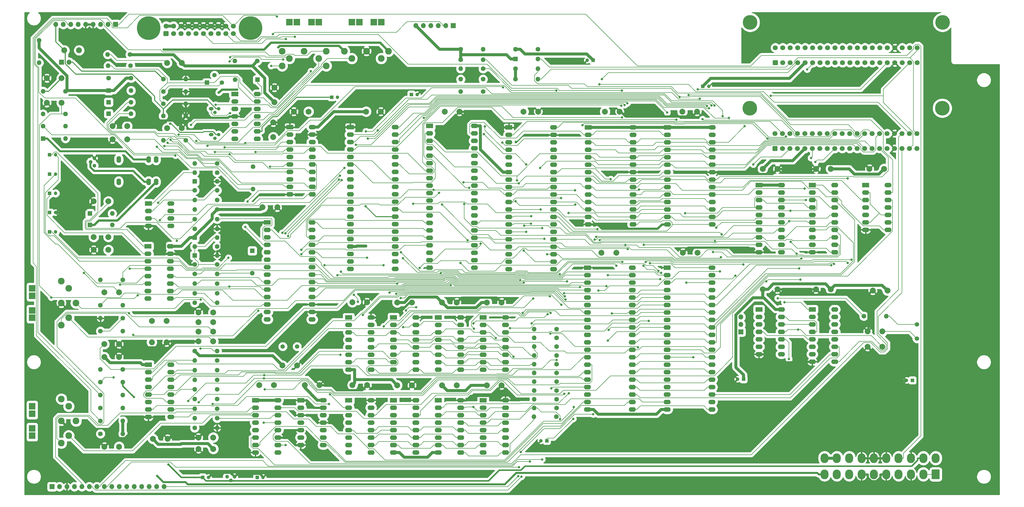
<source format=gbr>
%TF.GenerationSoftware,KiCad,Pcbnew,(5.1.5)-3*%
%TF.CreationDate,2022-03-11T11:47:44-06:00*%
%TF.ProjectId,dragon64,64726167-6f6e-4363-942e-6b696361645f,rev?*%
%TF.SameCoordinates,Original*%
%TF.FileFunction,Copper,L1,Top*%
%TF.FilePolarity,Positive*%
%FSLAX46Y46*%
G04 Gerber Fmt 4.6, Leading zero omitted, Abs format (unit mm)*
G04 Created by KiCad (PCBNEW (5.1.5)-3) date 2022-03-11 11:47:45*
%MOMM*%
%LPD*%
G04 APERTURE LIST*
%TA.AperFunction,ComponentPad*%
%ADD10O,1.200000X1.200000*%
%TD*%
%TA.AperFunction,ComponentPad*%
%ADD11O,1.600000X1.200000*%
%TD*%
%TA.AperFunction,ComponentPad*%
%ADD12O,2.400000X1.600000*%
%TD*%
%TA.AperFunction,ComponentPad*%
%ADD13R,2.400000X1.600000*%
%TD*%
%TA.AperFunction,ComponentPad*%
%ADD14O,1.600000X1.600000*%
%TD*%
%TA.AperFunction,ComponentPad*%
%ADD15C,1.600000*%
%TD*%
%TA.AperFunction,ComponentPad*%
%ADD16R,1.500000X1.500000*%
%TD*%
%TA.AperFunction,ComponentPad*%
%ADD17C,1.500000*%
%TD*%
%TA.AperFunction,ComponentPad*%
%ADD18O,1.700000X1.700000*%
%TD*%
%TA.AperFunction,ComponentPad*%
%ADD19R,1.700000X1.700000*%
%TD*%
%TA.AperFunction,ComponentPad*%
%ADD20R,1.600000X1.600000*%
%TD*%
%TA.AperFunction,ComponentPad*%
%ADD21C,2.000000*%
%TD*%
%TA.AperFunction,ComponentPad*%
%ADD22C,1.200000*%
%TD*%
%TA.AperFunction,ComponentPad*%
%ADD23R,1.200000X1.200000*%
%TD*%
%TA.AperFunction,ComponentPad*%
%ADD24C,5.000000*%
%TD*%
%TA.AperFunction,ComponentPad*%
%ADD25C,1.700000*%
%TD*%
%TA.AperFunction,ComponentPad*%
%ADD26C,0.100000*%
%TD*%
%TA.AperFunction,ComponentPad*%
%ADD27O,2.700000X3.300000*%
%TD*%
%TA.AperFunction,ComponentPad*%
%ADD28C,1.300000*%
%TD*%
%TA.AperFunction,ComponentPad*%
%ADD29R,2.286000X2.286000*%
%TD*%
%TA.AperFunction,ComponentPad*%
%ADD30C,2.286000*%
%TD*%
%TA.AperFunction,ComponentPad*%
%ADD31C,8.000000*%
%TD*%
%TA.AperFunction,ComponentPad*%
%ADD32O,1.600000X2.300000*%
%TD*%
%TA.AperFunction,ViaPad*%
%ADD33C,0.800000*%
%TD*%
%TA.AperFunction,Conductor*%
%ADD34C,1.000000*%
%TD*%
%TA.AperFunction,Conductor*%
%ADD35C,0.204000*%
%TD*%
%TA.AperFunction,Conductor*%
%ADD36C,0.635000*%
%TD*%
%TA.AperFunction,Conductor*%
%ADD37C,0.305000*%
%TD*%
%TA.AperFunction,Conductor*%
%ADD38C,0.762000*%
%TD*%
%TA.AperFunction,Conductor*%
%ADD39C,0.508000*%
%TD*%
%TA.AperFunction,Conductor*%
%ADD40C,0.254000*%
%TD*%
G04 APERTURE END LIST*
D10*
%TO.P,Q3,3*%
%TO.N,CHROMA*%
X66834700Y-3730000D03*
%TO.P,Q3,2*%
%TO.N,+5V*%
X65564700Y-5000000D03*
D11*
%TO.P,Q3,1*%
%TO.N,Net-(Q3-Pad1)*%
X64294700Y-3730000D03*
%TD*%
D10*
%TO.P,Q2,3*%
%TO.N,LUMA*%
X66834700Y-12570000D03*
%TO.P,Q2,2*%
%TO.N,+5V*%
X65564700Y-13840000D03*
D11*
%TO.P,Q2,1*%
%TO.N,Net-(Q1-Pad3)*%
X64294700Y-12570000D03*
%TD*%
D12*
%TO.P,U2,14*%
%TO.N,Net-(D4-Pad1)*%
X79960000Y1240000D03*
%TO.P,U2,7*%
%TO.N,/Video/oA*%
X72340000Y-14000000D03*
%TO.P,U2,13*%
%TO.N,Net-(D4-Pad2)*%
X79960000Y-1300000D03*
%TO.P,U2,6*%
%TO.N,/Video/CHB*%
X72340000Y-11460000D03*
%TO.P,U2,12*%
%TO.N,N/C*%
X79960000Y-3840000D03*
%TO.P,U2,5*%
%TO.N,/Video/oB*%
X72340000Y-8920000D03*
%TO.P,U2,11*%
%TO.N,+5V*%
X79960000Y-6380000D03*
%TO.P,U2,4*%
%TO.N,GND*%
X72340000Y-6380000D03*
%TO.P,U2,10*%
%TO.N,N/C*%
X79960000Y-8920000D03*
%TO.P,U2,3*%
X72340000Y-3840000D03*
%TO.P,U2,9*%
%TO.N,/Video/Y*%
X79960000Y-11460000D03*
%TO.P,U2,2*%
%TO.N,VCLK1*%
X72340000Y-1300000D03*
%TO.P,U2,8*%
%TO.N,Net-(Q3-Pad1)*%
X79960000Y-14000000D03*
D13*
%TO.P,U2,1*%
%TO.N,N/C*%
X72340000Y1240000D03*
%TD*%
D14*
%TO.P,R41,2*%
%TO.N,SOUND*%
X78520000Y-31100000D03*
D15*
%TO.P,R41,1*%
%TO.N,Net-(D5-Pad2)*%
X78520000Y-23480000D03*
%TD*%
D14*
%TO.P,R31,2*%
%TO.N,CHROMA*%
X48000000Y-6216000D03*
D15*
%TO.P,R31,1*%
%TO.N,GND*%
X55620000Y-6216000D03*
%TD*%
D14*
%TO.P,R30,2*%
%TO.N,GND*%
X55620000Y6270000D03*
D15*
%TO.P,R30,1*%
%TO.N,LUMA*%
X48000000Y6270000D03*
%TD*%
D14*
%TO.P,R13,2*%
%TO.N,GND*%
X55620000Y2108000D03*
D15*
%TO.P,R13,1*%
%TO.N,Net-(Q1-Pad3)*%
X48000000Y2108000D03*
%TD*%
D14*
%TO.P,R12,2*%
%TO.N,Net-(C37-Pad2)*%
X29100000Y14670000D03*
D15*
%TO.P,R12,1*%
%TO.N,+5V*%
X36720000Y14670000D03*
%TD*%
D14*
%TO.P,R11,2*%
%TO.N,GND*%
X55620000Y-2054000D03*
D15*
%TO.P,R11,1*%
%TO.N,Net-(C36-Pad2)*%
X48000000Y-2054000D03*
%TD*%
D14*
%TO.P,R8,2*%
%TO.N,Net-(C36-Pad2)*%
X29260000Y10870000D03*
D15*
%TO.P,R8,1*%
%TO.N,+5V*%
X36880000Y10870000D03*
%TD*%
D14*
%TO.P,R7,2*%
%TO.N,Net-(D4-Pad2)*%
X72370000Y12490000D03*
D15*
%TO.P,R7,1*%
%TO.N,+5V*%
X79990000Y12490000D03*
%TD*%
D14*
%TO.P,R6,2*%
%TO.N,VCLK1*%
X48000000Y-14540000D03*
D15*
%TO.P,R6,1*%
%TO.N,VCLK*%
X55620000Y-14540000D03*
%TD*%
D16*
%TO.P,Q1,1*%
%TO.N,Net-(C36-Pad2)*%
X62840000Y5110000D03*
D17*
%TO.P,Q1,3*%
%TO.N,Net-(Q1-Pad3)*%
X67920000Y5110000D03*
%TO.P,Q1,2*%
%TO.N,Net-(C37-Pad2)*%
X65380000Y7650000D03*
%TD*%
D18*
%TO.P,J3,2*%
%TO.N,LUMA*%
X15980000Y12080000D03*
D19*
%TO.P,J3,1*%
%TO.N,Net-(C44-Pad1)*%
X13440000Y12080000D03*
%TD*%
D14*
%TO.P,D5,2*%
%TO.N,Net-(D5-Pad2)*%
X78240000Y-59760000D03*
D20*
%TO.P,D5,1*%
%TO.N,SOUND*%
X78240000Y-52140000D03*
%TD*%
D14*
%TO.P,D4,2*%
%TO.N,Net-(D4-Pad2)*%
X72440000Y6100000D03*
D20*
%TO.P,D4,1*%
%TO.N,Net-(D4-Pad1)*%
X80060000Y6100000D03*
%TD*%
D21*
%TO.P,C44,2*%
%TO.N,CHROMA*%
X14360000Y16120000D03*
%TO.P,C44,1*%
%TO.N,Net-(C44-Pad1)*%
X19360000Y16120000D03*
%TD*%
%TO.P,C37,2*%
%TO.N,Net-(C37-Pad2)*%
X49290000Y11820000D03*
%TO.P,C37,1*%
%TO.N,+5V*%
X54290000Y11820000D03*
%TD*%
D22*
%TO.P,C36,2*%
%TO.N,Net-(C36-Pad2)*%
X107240000Y150000D03*
D23*
%TO.P,C36,1*%
%TO.N,/Video/Y*%
X105240000Y150000D03*
%TD*%
D21*
%TO.P,C35,2*%
%TO.N,GND*%
X85780000Y3400000D03*
%TO.P,C35,1*%
%TO.N,+5V*%
X85780000Y-1600000D03*
%TD*%
%TO.P,C33,2*%
%TO.N,GND*%
X101100000Y-97810000D03*
%TO.P,C33,1*%
%TO.N,+5V*%
X96100000Y-97810000D03*
%TD*%
%TO.P,C32,2*%
%TO.N,GND*%
X49460000Y-116110000D03*
%TO.P,C32,1*%
%TO.N,+5V*%
X44460000Y-116110000D03*
%TD*%
%TO.P,C31,2*%
%TO.N,GND*%
X60000000Y-119570000D03*
%TO.P,C31,1*%
%TO.N,+5V*%
X65000000Y-119570000D03*
%TD*%
%TO.P,C30,2*%
%TO.N,GND*%
X54310000Y-10378000D03*
%TO.P,C30,1*%
%TO.N,VCLK1*%
X49310000Y-10378000D03*
%TD*%
%TO.P,C29,2*%
%TO.N,GND*%
X49120000Y-76010000D03*
%TO.P,C29,1*%
%TO.N,+5V*%
X44120000Y-76010000D03*
%TD*%
%TO.P,C22,2*%
%TO.N,GND*%
X86770000Y-37340000D03*
%TO.P,C22,1*%
%TO.N,+5V*%
X81770000Y-37340000D03*
%TD*%
%TO.P,C21,2*%
%TO.N,GND*%
X85390000Y-8430000D03*
%TO.P,C21,1*%
%TO.N,+5V*%
X85390000Y-13430000D03*
%TD*%
%TO.P,C20,2*%
%TO.N,GND*%
X49110000Y-83260000D03*
%TO.P,C20,1*%
%TO.N,+5V*%
X44110000Y-83260000D03*
%TD*%
D18*
%TO.P,J2,6*%
%TO.N,+5V*%
X133900000Y24550000D03*
%TO.P,J2,5*%
%TO.N,GND*%
X136440000Y24550000D03*
%TO.P,J2,4*%
%TO.N,Net-(IC11-Pad11)*%
X138980000Y24550000D03*
%TO.P,J2,3*%
%TO.N,Net-(IC11-Pad9)*%
X141520000Y24550000D03*
%TO.P,J2,2*%
%TO.N,Net-(IC11-Pad10)*%
X144060000Y24550000D03*
D19*
%TO.P,J2,1*%
%TO.N,Net-(IC11-Pad12)*%
X146600000Y24550000D03*
%TD*%
D17*
%TO.P,Y2,2*%
%TO.N,Net-(IC11-Pad6)*%
X88620000Y-84710000D03*
%TO.P,Y2,1*%
%TO.N,Net-(IC11-Pad7)*%
X93500000Y-84710000D03*
%TD*%
%TO.P,Y1,2*%
%TO.N,/XL3_B*%
X304210000Y-82020000D03*
%TO.P,Y1,1*%
%TO.N,/XL3_C*%
X304210000Y-77140000D03*
%TD*%
D14*
%TO.P,R85,2*%
%TO.N,Net-(PL6-Pad2)*%
X5750000Y11855000D03*
D15*
%TO.P,R85,1*%
%TO.N,+5V*%
X5750000Y19475000D03*
%TD*%
D14*
%TO.P,R84,2*%
%TO.N,/XL3_C*%
X293805000Y-74365000D03*
D15*
%TO.P,R84,1*%
%TO.N,/XL3_A*%
X286185000Y-74365000D03*
%TD*%
D14*
%TO.P,R83,2*%
%TO.N,/Z7*%
X174055000Y-108620000D03*
D15*
%TO.P,R83,1*%
%TO.N,Net-(LK1-Pad2)*%
X181675000Y-108620000D03*
%TD*%
D14*
%TO.P,R82,2*%
%TO.N,/~RAS0*%
X174070000Y-105636000D03*
D15*
%TO.P,R82,1*%
%TO.N,Net-(IC39-Pad12)*%
X181690000Y-105636000D03*
%TD*%
D14*
%TO.P,R81,2*%
%TO.N,/~CAS*%
X174070000Y-102652000D03*
D15*
%TO.P,R81,1*%
%TO.N,Net-(IC39-Pad11)*%
X181690000Y-102652000D03*
%TD*%
D14*
%TO.P,R80,2*%
%TO.N,/~WE*%
X174070000Y-99668000D03*
D15*
%TO.P,R80,1*%
%TO.N,Net-(IC39-Pad10)*%
X181690000Y-99668000D03*
%TD*%
D14*
%TO.P,R79,2*%
%TO.N,/Z0*%
X174070000Y-96684000D03*
D15*
%TO.P,R79,1*%
%TO.N,Net-(IC39-Pad28)*%
X181690000Y-96684000D03*
%TD*%
D14*
%TO.P,R78,2*%
%TO.N,/Z1*%
X174070000Y-93700000D03*
D15*
%TO.P,R78,1*%
%TO.N,Net-(IC39-Pad29)*%
X181690000Y-93700000D03*
%TD*%
D14*
%TO.P,R77,2*%
%TO.N,/Z2*%
X174070000Y-90716000D03*
D15*
%TO.P,R77,1*%
%TO.N,Net-(IC39-Pad30)*%
X181690000Y-90716000D03*
%TD*%
D14*
%TO.P,R76,2*%
%TO.N,/Z3*%
X174070000Y-87732000D03*
D15*
%TO.P,R76,1*%
%TO.N,Net-(IC39-Pad31)*%
X181690000Y-87732000D03*
%TD*%
D14*
%TO.P,R75,2*%
%TO.N,/Z4*%
X174070000Y-84748000D03*
D15*
%TO.P,R75,1*%
%TO.N,Net-(IC39-Pad32)*%
X181690000Y-84748000D03*
%TD*%
D14*
%TO.P,R74,2*%
%TO.N,/Z5*%
X174070000Y-81764000D03*
D15*
%TO.P,R74,1*%
%TO.N,Net-(IC39-Pad33)*%
X181690000Y-81764000D03*
%TD*%
D14*
%TO.P,R73,2*%
%TO.N,/Z6*%
X174070000Y-78780000D03*
D15*
%TO.P,R73,1*%
%TO.N,Net-(IC39-Pad34)*%
X181690000Y-78780000D03*
%TD*%
D14*
%TO.P,R71,2*%
%TO.N,/EXTMEM*%
X175380000Y6266900D03*
D15*
%TO.P,R71,1*%
%TO.N,+5V*%
X167760000Y6266900D03*
%TD*%
D14*
%TO.P,R70,2*%
%TO.N,Net-(IC35-Pad13)*%
X175380000Y9842800D03*
D15*
%TO.P,R70,1*%
%TO.N,+5V*%
X167760000Y9842800D03*
%TD*%
D14*
%TO.P,R69,2*%
%TO.N,+5V*%
X167760000Y16494600D03*
D15*
%TO.P,R69,1*%
%TO.N,/~FIRQ*%
X175380000Y16494600D03*
%TD*%
D14*
%TO.P,R68,2*%
%TO.N,+5V*%
X149100000Y2110500D03*
D15*
%TO.P,R68,1*%
%TO.N,/~IRQ*%
X156720000Y2110500D03*
%TD*%
D14*
%TO.P,R67,2*%
%TO.N,+5V*%
X149100000Y6266900D03*
D15*
%TO.P,R67,1*%
%TO.N,/~NMI*%
X156720000Y6266900D03*
%TD*%
D14*
%TO.P,R66,2*%
%TO.N,+5V*%
X149100000Y9842800D03*
D15*
%TO.P,R66,1*%
%TO.N,/~HALT*%
X156720000Y9842800D03*
%TD*%
D14*
%TO.P,R65,2*%
%TO.N,/CART*%
X156720000Y12918700D03*
D15*
%TO.P,R65,1*%
%TO.N,+5V*%
X149100000Y12918700D03*
%TD*%
D14*
%TO.P,R64,2*%
%TO.N,/ROMSEL*%
X156720000Y16494600D03*
D15*
%TO.P,R64,1*%
%TO.N,+5V*%
X149100000Y16494600D03*
%TD*%
D14*
%TO.P,R40,2*%
%TO.N,GND*%
X66294000Y-112401000D03*
D15*
%TO.P,R40,1*%
%TO.N,/PIAs/CASOUT*%
X58674000Y-112401000D03*
%TD*%
D14*
%TO.P,R39,2*%
%TO.N,/PIAs/CASOUT*%
X58674000Y-109127000D03*
D15*
%TO.P,R39,1*%
%TO.N,/PIAs/DAC*%
X66294000Y-109127000D03*
%TD*%
D14*
%TO.P,R38,2*%
%TO.N,Net-(IC4-Pad10)*%
X58674000Y-105853000D03*
D15*
%TO.P,R38,1*%
%TO.N,/PIAs/DAC*%
X66294000Y-105853000D03*
%TD*%
D14*
%TO.P,R37,2*%
%TO.N,Net-(IC4-Pad6)*%
X58674000Y-102578000D03*
D15*
%TO.P,R37,1*%
%TO.N,/PIAs/DAC*%
X66294000Y-102578000D03*
%TD*%
D14*
%TO.P,R36,2*%
%TO.N,Net-(IC4-Pad12)*%
X58674000Y-99304300D03*
D15*
%TO.P,R36,1*%
%TO.N,/PIAs/DAC*%
X66294000Y-99304300D03*
%TD*%
D14*
%TO.P,R35,2*%
%TO.N,Net-(IC4-Pad4)*%
X58674000Y-96030200D03*
D15*
%TO.P,R35,1*%
%TO.N,/PIAs/DAC*%
X66294000Y-96030200D03*
%TD*%
D14*
%TO.P,R34,2*%
%TO.N,Net-(IC4-Pad15)*%
X58674000Y-92756000D03*
D15*
%TO.P,R34,1*%
%TO.N,/PIAs/DAC*%
X66294000Y-92756000D03*
%TD*%
D14*
%TO.P,R33,2*%
%TO.N,Net-(IC4-Pad2)*%
X58674000Y-89481900D03*
D15*
%TO.P,R33,1*%
%TO.N,/PIAs/DAC*%
X66294000Y-89481900D03*
%TD*%
D14*
%TO.P,R32,2*%
%TO.N,/PIAs/DAC*%
X66294000Y-86207700D03*
D15*
%TO.P,R32,1*%
%TO.N,+5V*%
X58674000Y-86207700D03*
%TD*%
D14*
%TO.P,R29,2*%
%TO.N,Net-(IC2-Pad5)*%
X66294000Y-69837100D03*
D15*
%TO.P,R29,1*%
%TO.N,/PIAs/JCMP*%
X58674000Y-69837100D03*
%TD*%
D14*
%TO.P,R28,2*%
%TO.N,Net-(IC2-Pad5)*%
X58674000Y-66562900D03*
D15*
%TO.P,R28,1*%
%TO.N,/PIAs/MUXZ*%
X66294000Y-66562900D03*
%TD*%
D14*
%TO.P,R27,2*%
%TO.N,/PIAs/JCMP*%
X58674000Y-63288800D03*
D15*
%TO.P,R27,1*%
%TO.N,+5V*%
X66294000Y-63288800D03*
%TD*%
D14*
%TO.P,R26,2*%
%TO.N,Net-(D5-Pad2)*%
X66294000Y-60014600D03*
D15*
%TO.P,R26,1*%
%TO.N,/PIAs/SBS*%
X58674000Y-60014600D03*
%TD*%
D14*
%TO.P,R25,2*%
%TO.N,GND*%
X58674000Y-56740500D03*
D15*
%TO.P,R25,1*%
%TO.N,/PIAs/TSND*%
X66294000Y-56740500D03*
%TD*%
D14*
%TO.P,R24,2*%
%TO.N,/PIAs/TSND*%
X58674000Y-50692200D03*
D15*
%TO.P,R24,1*%
%TO.N,+5V*%
X66294000Y-50692200D03*
%TD*%
D14*
%TO.P,R23,2*%
%TO.N,GND*%
X66294000Y-44644000D03*
D15*
%TO.P,R23,1*%
%TO.N,Net-(IC2-Pad3)*%
X58674000Y-44644000D03*
%TD*%
D14*
%TO.P,R22,2*%
%TO.N,/PIAs/TAPE*%
X66294000Y-41369800D03*
D15*
%TO.P,R22,1*%
%TO.N,Net-(IC2-Pad3)*%
X58674000Y-41369800D03*
%TD*%
D14*
%TO.P,R21,2*%
%TO.N,Net-(IC2-Pad3)*%
X58674000Y-38095700D03*
D15*
%TO.P,R21,1*%
%TO.N,+5V*%
X66294000Y-38095700D03*
%TD*%
D14*
%TO.P,R20,2*%
%TO.N,Net-(IC2-Pad2)*%
X58674000Y-34821500D03*
D15*
%TO.P,R20,1*%
%TO.N,+5V*%
X66294000Y-34821500D03*
%TD*%
D14*
%TO.P,R19,2*%
%TO.N,Net-(IC2-Pad2)*%
X66294000Y-31547400D03*
D15*
%TO.P,R19,1*%
%TO.N,Net-(D12-Pad1)*%
X58674000Y-31547400D03*
%TD*%
D14*
%TO.P,R18,2*%
%TO.N,/PIAs/TAPE*%
X58674000Y-25499100D03*
D15*
%TO.P,R18,1*%
%TO.N,+5V*%
X66294000Y-25499100D03*
%TD*%
D14*
%TO.P,R17,2*%
%TO.N,+5V*%
X37034000Y6630000D03*
D15*
%TO.P,R17,1*%
%TO.N,RES_IN*%
X29414000Y6630000D03*
%TD*%
D14*
%TO.P,R16,2*%
%TO.N,+5V*%
X34275000Y-114397000D03*
D15*
%TO.P,R16,1*%
%TO.N,/PIAs/~ACK*%
X26655000Y-114397000D03*
%TD*%
D14*
%TO.P,R15,2*%
%TO.N,+5V*%
X34275000Y-109994000D03*
D15*
%TO.P,R15,1*%
%TO.N,/PIAs/~BUSY*%
X26655000Y-109994000D03*
%TD*%
D14*
%TO.P,R14,2*%
%TO.N,+5V*%
X34275000Y-105591000D03*
D15*
%TO.P,R14,1*%
%TO.N,/PIAs/STROBE*%
X26655000Y-105591000D03*
%TD*%
D14*
%TO.P,R10,2*%
%TO.N,+12V*%
X34275000Y-101187000D03*
D15*
%TO.P,R10,1*%
%TO.N,/Serial/S+12V*%
X26655000Y-101187000D03*
%TD*%
D14*
%TO.P,R9,2*%
%TO.N,-12V*%
X34275000Y-96784200D03*
D15*
%TO.P,R9,1*%
%TO.N,/Serial/S-12V*%
X26655000Y-96784200D03*
%TD*%
D14*
%TO.P,R5,2*%
%TO.N,Net-(D12-Pad1)*%
X34275000Y-79471600D03*
D15*
%TO.P,R5,1*%
%TO.N,Net-(C23-Pad2)*%
X26655000Y-79471600D03*
%TD*%
D14*
%TO.P,R4,2*%
%TO.N,GND*%
X26655000Y-75068500D03*
D15*
%TO.P,R4,1*%
%TO.N,Net-(C23-Pad2)*%
X34275000Y-75068500D03*
%TD*%
D14*
%TO.P,R3,2*%
%TO.N,Net-(C23-Pad2)*%
X34275000Y-70665300D03*
D15*
%TO.P,R3,1*%
%TO.N,/PIAs/CASIN*%
X26655000Y-70665300D03*
%TD*%
D14*
%TO.P,R2,2*%
%TO.N,Net-(R2-Pad2)*%
X14745000Y-9690000D03*
D15*
%TO.P,R2,1*%
%TO.N,/PIAs/MOTOR*%
X7125000Y-9690000D03*
%TD*%
D14*
%TO.P,R1,2*%
%TO.N,/PIAs/J+5V*%
X7125000Y2175000D03*
D15*
%TO.P,R1,1*%
%TO.N,+5V*%
X14745000Y2175000D03*
%TD*%
D12*
%TO.P,IC40,16*%
%TO.N,+5V*%
X276278000Y-72074000D03*
%TO.P,IC40,8*%
%TO.N,GND*%
X268658000Y-89854000D03*
%TO.P,IC40,15*%
%TO.N,/RAM*%
X276278000Y-74614000D03*
%TO.P,IC40,7*%
%TO.N,N/C*%
X268658000Y-87314000D03*
%TO.P,IC40,14*%
%TO.N,Net-(IC35-Pad4)*%
X276278000Y-77154000D03*
%TO.P,IC40,6*%
%TO.N,/EXTMEM*%
X268658000Y-84774000D03*
%TO.P,IC40,13*%
%TO.N,Net-(IC35-Pad5)*%
X276278000Y-79694000D03*
%TO.P,IC40,5*%
%TO.N,Net-(IC36-Pad4)*%
X268658000Y-82234000D03*
%TO.P,IC40,12*%
%TO.N,/ROM2*%
X276278000Y-82234000D03*
%TO.P,IC40,4*%
%TO.N,Net-(IC36-Pad13)*%
X268658000Y-79694000D03*
%TO.P,IC40,11*%
%TO.N,/P0*%
X276278000Y-84774000D03*
%TO.P,IC40,3*%
%TO.N,/S2*%
X268658000Y-77154000D03*
%TO.P,IC40,10*%
%TO.N,/P1*%
X276278000Y-87314000D03*
%TO.P,IC40,2*%
%TO.N,/S1*%
X268658000Y-74614000D03*
%TO.P,IC40,9*%
%TO.N,/P2*%
X276278000Y-89854000D03*
D13*
%TO.P,IC40,1*%
%TO.N,/S0*%
X268658000Y-72074000D03*
%TD*%
D12*
%TO.P,IC39,40*%
%TO.N,+5V*%
X153778000Y-9615000D03*
%TO.P,IC39,20*%
%TO.N,GND*%
X138538000Y-57875000D03*
%TO.P,IC39,39*%
%TO.N,/A12*%
X153778000Y-12155000D03*
%TO.P,IC39,19*%
%TO.N,/A3*%
X138538000Y-55335000D03*
%TO.P,IC39,38*%
%TO.N,/A13*%
X153778000Y-14695000D03*
%TO.P,IC39,18*%
%TO.N,/A2*%
X138538000Y-52795000D03*
%TO.P,IC39,37*%
%TO.N,/A14*%
X153778000Y-17235000D03*
%TO.P,IC39,17*%
%TO.N,/A1*%
X138538000Y-50255000D03*
%TO.P,IC39,36*%
%TO.N,/A15*%
X153778000Y-19775000D03*
%TO.P,IC39,16*%
%TO.N,/A0*%
X138538000Y-47715000D03*
%TO.P,IC39,35*%
%TO.N,Net-(IC36-Pad2)*%
X153778000Y-22315000D03*
%TO.P,IC39,15*%
%TO.N,/R~W~*%
X138538000Y-45175000D03*
%TO.P,IC39,34*%
%TO.N,Net-(IC39-Pad34)*%
X153778000Y-24855000D03*
%TO.P,IC39,14*%
%TO.N,/E*%
X138538000Y-42635000D03*
%TO.P,IC39,33*%
%TO.N,Net-(IC39-Pad33)*%
X153778000Y-27395000D03*
%TO.P,IC39,13*%
%TO.N,/Q*%
X138538000Y-40095000D03*
%TO.P,IC39,32*%
%TO.N,Net-(IC39-Pad32)*%
X153778000Y-29935000D03*
%TO.P,IC39,12*%
%TO.N,Net-(IC39-Pad12)*%
X138538000Y-37555000D03*
%TO.P,IC39,31*%
%TO.N,Net-(IC39-Pad31)*%
X153778000Y-32475000D03*
%TO.P,IC39,11*%
%TO.N,Net-(IC39-Pad11)*%
X138538000Y-35015000D03*
%TO.P,IC39,30*%
%TO.N,Net-(IC39-Pad30)*%
X153778000Y-35015000D03*
%TO.P,IC39,10*%
%TO.N,Net-(IC39-Pad10)*%
X138538000Y-32475000D03*
%TO.P,IC39,29*%
%TO.N,Net-(IC39-Pad29)*%
X153778000Y-37555000D03*
%TO.P,IC39,9*%
%TO.N,HS*%
X138538000Y-29935000D03*
%TO.P,IC39,28*%
%TO.N,Net-(IC39-Pad28)*%
X153778000Y-40095000D03*
%TO.P,IC39,8*%
%TO.N,DA0*%
X138538000Y-27395000D03*
%TO.P,IC39,27*%
%TO.N,/S0*%
X153778000Y-42635000D03*
%TO.P,IC39,7*%
%TO.N,VCLK*%
X138538000Y-24855000D03*
%TO.P,IC39,26*%
%TO.N,/S1*%
X153778000Y-45175000D03*
%TO.P,IC39,6*%
%TO.N,/XL3_A*%
X138538000Y-22315000D03*
%TO.P,IC39,25*%
%TO.N,/S2*%
X153778000Y-47715000D03*
%TO.P,IC39,5*%
%TO.N,/XL3_B*%
X138538000Y-19775000D03*
%TO.P,IC39,24*%
%TO.N,/A7*%
X153778000Y-50255000D03*
%TO.P,IC39,4*%
%TO.N,/A8*%
X138538000Y-17235000D03*
%TO.P,IC39,23*%
%TO.N,/A6*%
X153778000Y-52795000D03*
%TO.P,IC39,3*%
%TO.N,/A9*%
X138538000Y-14695000D03*
%TO.P,IC39,22*%
%TO.N,/A5*%
X153778000Y-55335000D03*
%TO.P,IC39,2*%
%TO.N,/A10*%
X138538000Y-12155000D03*
%TO.P,IC39,21*%
%TO.N,/A4*%
X153778000Y-57875000D03*
D13*
%TO.P,IC39,1*%
%TO.N,/A11*%
X138538000Y-9615000D03*
%TD*%
D12*
%TO.P,IC38,40*%
%TO.N,/~HALT*%
X180736000Y-10140000D03*
%TO.P,IC38,20*%
%TO.N,/A12*%
X165496000Y-58400000D03*
%TO.P,IC38,39*%
%TO.N,GND*%
X180736000Y-12680000D03*
%TO.P,IC38,19*%
%TO.N,/A11*%
X165496000Y-55860000D03*
%TO.P,IC38,38*%
%TO.N,N/C*%
X180736000Y-15220000D03*
%TO.P,IC38,18*%
%TO.N,/A10*%
X165496000Y-53320000D03*
%TO.P,IC38,37*%
%TO.N,/~RESET*%
X180736000Y-17760000D03*
%TO.P,IC38,17*%
%TO.N,/A9*%
X165496000Y-50780000D03*
%TO.P,IC38,36*%
%TO.N,N/C*%
X180736000Y-20300000D03*
%TO.P,IC38,16*%
%TO.N,/A8*%
X165496000Y-48240000D03*
%TO.P,IC38,35*%
%TO.N,/Q*%
X180736000Y-22840000D03*
%TO.P,IC38,15*%
%TO.N,/A7*%
X165496000Y-45700000D03*
%TO.P,IC38,34*%
%TO.N,/E*%
X180736000Y-25380000D03*
%TO.P,IC38,14*%
%TO.N,/A6*%
X165496000Y-43160000D03*
%TO.P,IC38,33*%
%TO.N,N/C*%
X180736000Y-27920000D03*
%TO.P,IC38,13*%
%TO.N,/A5*%
X165496000Y-40620000D03*
%TO.P,IC38,32*%
%TO.N,/R~W~*%
X180736000Y-30460000D03*
%TO.P,IC38,12*%
%TO.N,/A4*%
X165496000Y-38080000D03*
%TO.P,IC38,31*%
%TO.N,/D0*%
X180736000Y-33000000D03*
%TO.P,IC38,11*%
%TO.N,/A3*%
X165496000Y-35540000D03*
%TO.P,IC38,30*%
%TO.N,/D1*%
X180736000Y-35540000D03*
%TO.P,IC38,10*%
%TO.N,/A2*%
X165496000Y-33000000D03*
%TO.P,IC38,29*%
%TO.N,/D2*%
X180736000Y-38080000D03*
%TO.P,IC38,9*%
%TO.N,/A1*%
X165496000Y-30460000D03*
%TO.P,IC38,28*%
%TO.N,/D3*%
X180736000Y-40620000D03*
%TO.P,IC38,8*%
%TO.N,/A0*%
X165496000Y-27920000D03*
%TO.P,IC38,27*%
%TO.N,/D4*%
X180736000Y-43160000D03*
%TO.P,IC38,7*%
%TO.N,+5V*%
X165496000Y-25380000D03*
%TO.P,IC38,26*%
%TO.N,/D5*%
X180736000Y-45700000D03*
%TO.P,IC38,6*%
%TO.N,N/C*%
X165496000Y-22840000D03*
%TO.P,IC38,25*%
%TO.N,/D6*%
X180736000Y-48240000D03*
%TO.P,IC38,5*%
%TO.N,N/C*%
X165496000Y-20300000D03*
%TO.P,IC38,24*%
%TO.N,/D7*%
X180736000Y-50780000D03*
%TO.P,IC38,4*%
%TO.N,/~FIRQ*%
X165496000Y-17760000D03*
%TO.P,IC38,23*%
%TO.N,/A15*%
X180736000Y-53320000D03*
%TO.P,IC38,3*%
%TO.N,/~IRQ*%
X165496000Y-15220000D03*
%TO.P,IC38,22*%
%TO.N,/A14*%
X180736000Y-55860000D03*
%TO.P,IC38,2*%
%TO.N,/~NMI*%
X165496000Y-12680000D03*
%TO.P,IC38,21*%
%TO.N,/A13*%
X180736000Y-58400000D03*
D13*
%TO.P,IC38,1*%
%TO.N,GND*%
X165496000Y-10140000D03*
%TD*%
D12*
%TO.P,IC37,28*%
%TO.N,+5V*%
X234651000Y-10083000D03*
%TO.P,IC37,14*%
%TO.N,GND*%
X219411000Y-43103000D03*
%TO.P,IC37,27*%
%TO.N,+5V*%
X234651000Y-12623000D03*
%TO.P,IC37,13*%
%TO.N,/D2*%
X219411000Y-40563000D03*
%TO.P,IC37,26*%
%TO.N,/A13*%
X234651000Y-15163000D03*
%TO.P,IC37,12*%
%TO.N,/D1*%
X219411000Y-38023000D03*
%TO.P,IC37,25*%
%TO.N,/A8*%
X234651000Y-17703000D03*
%TO.P,IC37,11*%
%TO.N,/D0*%
X219411000Y-35483000D03*
%TO.P,IC37,24*%
%TO.N,/A9*%
X234651000Y-20243000D03*
%TO.P,IC37,10*%
%TO.N,/A0*%
X219411000Y-32943000D03*
%TO.P,IC37,23*%
%TO.N,/A11*%
X234651000Y-22783000D03*
%TO.P,IC37,9*%
%TO.N,/A1*%
X219411000Y-30403000D03*
%TO.P,IC37,22*%
%TO.N,GND*%
X234651000Y-25323000D03*
%TO.P,IC37,8*%
%TO.N,/A2*%
X219411000Y-27863000D03*
%TO.P,IC37,21*%
%TO.N,/A10*%
X234651000Y-27863000D03*
%TO.P,IC37,7*%
%TO.N,/A3*%
X219411000Y-25323000D03*
%TO.P,IC37,20*%
%TO.N,/ROM1*%
X234651000Y-30403000D03*
%TO.P,IC37,6*%
%TO.N,/A4*%
X219411000Y-22783000D03*
%TO.P,IC37,19*%
%TO.N,/D7*%
X234651000Y-32943000D03*
%TO.P,IC37,5*%
%TO.N,/A5*%
X219411000Y-20243000D03*
%TO.P,IC37,18*%
%TO.N,/D6*%
X234651000Y-35483000D03*
%TO.P,IC37,4*%
%TO.N,/A6*%
X219411000Y-17703000D03*
%TO.P,IC37,17*%
%TO.N,/D5*%
X234651000Y-38023000D03*
%TO.P,IC37,3*%
%TO.N,/A7*%
X219411000Y-15163000D03*
%TO.P,IC37,16*%
%TO.N,/D4*%
X234651000Y-40563000D03*
%TO.P,IC37,2*%
%TO.N,/A12*%
X219411000Y-12623000D03*
%TO.P,IC37,15*%
%TO.N,/D3*%
X234651000Y-43103000D03*
D13*
%TO.P,IC37,1*%
%TO.N,+5V*%
X219411000Y-10083000D03*
%TD*%
D12*
%TO.P,IC36,14*%
%TO.N,+5V*%
X258136000Y-72074000D03*
%TO.P,IC36,7*%
%TO.N,GND*%
X250516000Y-87314000D03*
%TO.P,IC36,13*%
%TO.N,Net-(IC36-Pad13)*%
X258136000Y-74614000D03*
%TO.P,IC36,6*%
%TO.N,/R~W~*%
X250516000Y-84774000D03*
%TO.P,IC36,12*%
%TO.N,/S2*%
X258136000Y-77154000D03*
%TO.P,IC36,5*%
X250516000Y-82234000D03*
%TO.P,IC36,11*%
%TO.N,/E*%
X258136000Y-79694000D03*
%TO.P,IC36,4*%
%TO.N,Net-(IC36-Pad4)*%
X250516000Y-79694000D03*
%TO.P,IC36,10*%
%TO.N,/PIAs/STROBE*%
X258136000Y-82234000D03*
%TO.P,IC36,3*%
%TO.N,Net-(IC36-Pad2)*%
X250516000Y-77154000D03*
%TO.P,IC36,9*%
%TO.N,Net-(IC36-Pad8)*%
X258136000Y-84774000D03*
%TO.P,IC36,2*%
%TO.N,Net-(IC36-Pad2)*%
X250516000Y-74614000D03*
%TO.P,IC36,8*%
%TO.N,Net-(IC36-Pad8)*%
X258136000Y-87314000D03*
D13*
%TO.P,IC36,1*%
%TO.N,Net-(IC36-Pad1)*%
X250516000Y-72074000D03*
%TD*%
D12*
%TO.P,IC35,14*%
%TO.N,+5V*%
X294420000Y-29744000D03*
%TO.P,IC35,7*%
%TO.N,GND*%
X286800000Y-44984000D03*
%TO.P,IC35,13*%
%TO.N,Net-(IC35-Pad13)*%
X294420000Y-32284000D03*
%TO.P,IC35,6*%
%TO.N,Net-(IC35-Pad10)*%
X286800000Y-42444000D03*
%TO.P,IC35,12*%
%TO.N,/ROMSEL*%
X294420000Y-34824000D03*
%TO.P,IC35,5*%
%TO.N,Net-(IC35-Pad5)*%
X286800000Y-39904000D03*
%TO.P,IC35,11*%
%TO.N,Net-(IC35-Pad1)*%
X294420000Y-37364000D03*
%TO.P,IC35,4*%
%TO.N,Net-(IC35-Pad4)*%
X286800000Y-37364000D03*
%TO.P,IC35,10*%
%TO.N,Net-(IC35-Pad10)*%
X294420000Y-39904000D03*
%TO.P,IC35,3*%
%TO.N,/ROM1*%
X286800000Y-34824000D03*
%TO.P,IC35,9*%
%TO.N,/ROMSEL*%
X294420000Y-42444000D03*
%TO.P,IC35,2*%
%TO.N,Net-(IC35-Pad10)*%
X286800000Y-32284000D03*
%TO.P,IC35,8*%
%TO.N,/ROM0*%
X294420000Y-44984000D03*
D13*
%TO.P,IC35,1*%
%TO.N,Net-(IC35-Pad1)*%
X286800000Y-29744000D03*
%TD*%
D12*
%TO.P,IC34,28*%
%TO.N,+5V*%
X207693000Y-10083000D03*
%TO.P,IC34,14*%
%TO.N,GND*%
X192453000Y-43103000D03*
%TO.P,IC34,27*%
%TO.N,+5V*%
X207693000Y-12623000D03*
%TO.P,IC34,13*%
%TO.N,/D2*%
X192453000Y-40563000D03*
%TO.P,IC34,26*%
%TO.N,/A13*%
X207693000Y-15163000D03*
%TO.P,IC34,12*%
%TO.N,/D1*%
X192453000Y-38023000D03*
%TO.P,IC34,25*%
%TO.N,/A8*%
X207693000Y-17703000D03*
%TO.P,IC34,11*%
%TO.N,/D0*%
X192453000Y-35483000D03*
%TO.P,IC34,24*%
%TO.N,/A9*%
X207693000Y-20243000D03*
%TO.P,IC34,10*%
%TO.N,/A0*%
X192453000Y-32943000D03*
%TO.P,IC34,23*%
%TO.N,/A11*%
X207693000Y-22783000D03*
%TO.P,IC34,9*%
%TO.N,/A1*%
X192453000Y-30403000D03*
%TO.P,IC34,22*%
%TO.N,GND*%
X207693000Y-25323000D03*
%TO.P,IC34,8*%
%TO.N,/A2*%
X192453000Y-27863000D03*
%TO.P,IC34,21*%
%TO.N,/A10*%
X207693000Y-27863000D03*
%TO.P,IC34,7*%
%TO.N,/A3*%
X192453000Y-25323000D03*
%TO.P,IC34,20*%
%TO.N,/ROM0*%
X207693000Y-30403000D03*
%TO.P,IC34,6*%
%TO.N,/A4*%
X192453000Y-22783000D03*
%TO.P,IC34,19*%
%TO.N,/D7*%
X207693000Y-32943000D03*
%TO.P,IC34,5*%
%TO.N,/A5*%
X192453000Y-20243000D03*
%TO.P,IC34,18*%
%TO.N,/D6*%
X207693000Y-35483000D03*
%TO.P,IC34,4*%
%TO.N,/A6*%
X192453000Y-17703000D03*
%TO.P,IC34,17*%
%TO.N,/D5*%
X207693000Y-38023000D03*
%TO.P,IC34,3*%
%TO.N,/A7*%
X192453000Y-15163000D03*
%TO.P,IC34,16*%
%TO.N,/D4*%
X207693000Y-40563000D03*
%TO.P,IC34,2*%
%TO.N,/A12*%
X192453000Y-12623000D03*
%TO.P,IC34,15*%
%TO.N,/D3*%
X207693000Y-43103000D03*
D13*
%TO.P,IC34,1*%
%TO.N,+5V*%
X192453000Y-10083000D03*
%TD*%
D12*
%TO.P,IC33,16*%
%TO.N,GND*%
X164366000Y-102964000D03*
%TO.P,IC33,8*%
%TO.N,+5V*%
X156746000Y-120744000D03*
%TO.P,IC33,15*%
%TO.N,/~CAS*%
X164366000Y-105504000D03*
%TO.P,IC33,7*%
%TO.N,/Z2*%
X156746000Y-118204000D03*
%TO.P,IC33,14*%
%TO.N,/RAM/DO0*%
X164366000Y-108044000D03*
%TO.P,IC33,6*%
%TO.N,/Z1*%
X156746000Y-115664000D03*
%TO.P,IC33,13*%
%TO.N,/Z6*%
X164366000Y-110584000D03*
%TO.P,IC33,5*%
%TO.N,/Z0*%
X156746000Y-113124000D03*
%TO.P,IC33,12*%
%TO.N,/Z3*%
X164366000Y-113124000D03*
%TO.P,IC33,4*%
%TO.N,/~RAS0*%
X156746000Y-110584000D03*
%TO.P,IC33,11*%
%TO.N,/Z4*%
X164366000Y-115664000D03*
%TO.P,IC33,3*%
%TO.N,/~WE*%
X156746000Y-108044000D03*
%TO.P,IC33,10*%
%TO.N,/Z5*%
X164366000Y-118204000D03*
%TO.P,IC33,2*%
%TO.N,/D0*%
X156746000Y-105504000D03*
%TO.P,IC33,9*%
%TO.N,/Z7*%
X164366000Y-120744000D03*
D13*
%TO.P,IC33,1*%
%TO.N,N/C*%
X156746000Y-102964000D03*
%TD*%
D12*
%TO.P,IC32,16*%
%TO.N,GND*%
X164366000Y-74770000D03*
%TO.P,IC32,8*%
%TO.N,+5V*%
X156746000Y-92550000D03*
%TO.P,IC32,15*%
%TO.N,/~CAS*%
X164366000Y-77310000D03*
%TO.P,IC32,7*%
%TO.N,/Z2*%
X156746000Y-90010000D03*
%TO.P,IC32,14*%
%TO.N,/RAM/DO4*%
X164366000Y-79850000D03*
%TO.P,IC32,6*%
%TO.N,/Z1*%
X156746000Y-87470000D03*
%TO.P,IC32,13*%
%TO.N,/Z6*%
X164366000Y-82390000D03*
%TO.P,IC32,5*%
%TO.N,/Z0*%
X156746000Y-84930000D03*
%TO.P,IC32,12*%
%TO.N,/Z3*%
X164366000Y-84930000D03*
%TO.P,IC32,4*%
%TO.N,/~RAS0*%
X156746000Y-82390000D03*
%TO.P,IC32,11*%
%TO.N,/Z4*%
X164366000Y-87470000D03*
%TO.P,IC32,3*%
%TO.N,/~WE*%
X156746000Y-79850000D03*
%TO.P,IC32,10*%
%TO.N,/Z5*%
X164366000Y-90010000D03*
%TO.P,IC32,2*%
%TO.N,/D4*%
X156746000Y-77310000D03*
%TO.P,IC32,9*%
%TO.N,/Z7*%
X164366000Y-92550000D03*
D13*
%TO.P,IC32,1*%
%TO.N,N/C*%
X156746000Y-74770000D03*
%TD*%
D12*
%TO.P,IC27,16*%
%TO.N,GND*%
X149126000Y-102964000D03*
%TO.P,IC27,8*%
%TO.N,+5V*%
X141506000Y-120744000D03*
%TO.P,IC27,15*%
%TO.N,/~CAS*%
X149126000Y-105504000D03*
%TO.P,IC27,7*%
%TO.N,/Z2*%
X141506000Y-118204000D03*
%TO.P,IC27,14*%
%TO.N,/RAM/DO1*%
X149126000Y-108044000D03*
%TO.P,IC27,6*%
%TO.N,/Z1*%
X141506000Y-115664000D03*
%TO.P,IC27,13*%
%TO.N,/Z6*%
X149126000Y-110584000D03*
%TO.P,IC27,5*%
%TO.N,/Z0*%
X141506000Y-113124000D03*
%TO.P,IC27,12*%
%TO.N,/Z3*%
X149126000Y-113124000D03*
%TO.P,IC27,4*%
%TO.N,/~RAS0*%
X141506000Y-110584000D03*
%TO.P,IC27,11*%
%TO.N,/Z4*%
X149126000Y-115664000D03*
%TO.P,IC27,3*%
%TO.N,/~WE*%
X141506000Y-108044000D03*
%TO.P,IC27,10*%
%TO.N,/Z5*%
X149126000Y-118204000D03*
%TO.P,IC27,2*%
%TO.N,/D1*%
X141506000Y-105504000D03*
%TO.P,IC27,9*%
%TO.N,/Z7*%
X149126000Y-120744000D03*
D13*
%TO.P,IC27,1*%
%TO.N,N/C*%
X141506000Y-102964000D03*
%TD*%
D12*
%TO.P,IC26,16*%
%TO.N,GND*%
X149126000Y-74770000D03*
%TO.P,IC26,8*%
%TO.N,+5V*%
X141506000Y-92550000D03*
%TO.P,IC26,15*%
%TO.N,/~CAS*%
X149126000Y-77310000D03*
%TO.P,IC26,7*%
%TO.N,/Z2*%
X141506000Y-90010000D03*
%TO.P,IC26,14*%
%TO.N,/RAM/DO5*%
X149126000Y-79850000D03*
%TO.P,IC26,6*%
%TO.N,/Z1*%
X141506000Y-87470000D03*
%TO.P,IC26,13*%
%TO.N,/Z6*%
X149126000Y-82390000D03*
%TO.P,IC26,5*%
%TO.N,/Z0*%
X141506000Y-84930000D03*
%TO.P,IC26,12*%
%TO.N,/Z3*%
X149126000Y-84930000D03*
%TO.P,IC26,4*%
%TO.N,/~RAS0*%
X141506000Y-82390000D03*
%TO.P,IC26,11*%
%TO.N,/Z4*%
X149126000Y-87470000D03*
%TO.P,IC26,3*%
%TO.N,/~WE*%
X141506000Y-79850000D03*
%TO.P,IC26,10*%
%TO.N,/Z5*%
X149126000Y-90010000D03*
%TO.P,IC26,2*%
%TO.N,/D5*%
X141506000Y-77310000D03*
%TO.P,IC26,9*%
%TO.N,/Z7*%
X149126000Y-92550000D03*
D13*
%TO.P,IC26,1*%
%TO.N,N/C*%
X141506000Y-74770000D03*
%TD*%
D12*
%TO.P,IC25,20*%
%TO.N,+5V*%
X276278000Y-29744000D03*
%TO.P,IC25,10*%
%TO.N,GND*%
X268658000Y-52604000D03*
%TO.P,IC25,19*%
%TO.N,/RAM*%
X276278000Y-32284000D03*
%TO.P,IC25,9*%
%TO.N,/D7*%
X268658000Y-50064000D03*
%TO.P,IC25,18*%
%TO.N,/D3*%
X276278000Y-34824000D03*
%TO.P,IC25,8*%
%TO.N,/RAM/DO6*%
X268658000Y-47524000D03*
%TO.P,IC25,17*%
%TO.N,/RAM/DO4*%
X276278000Y-37364000D03*
%TO.P,IC25,7*%
%TO.N,/D1*%
X268658000Y-44984000D03*
%TO.P,IC25,16*%
%TO.N,/D2*%
X276278000Y-39904000D03*
%TO.P,IC25,6*%
%TO.N,/RAM/DO5*%
X268658000Y-42444000D03*
%TO.P,IC25,15*%
%TO.N,/RAM/DO0*%
X276278000Y-42444000D03*
%TO.P,IC25,5*%
%TO.N,/D0*%
X268658000Y-39904000D03*
%TO.P,IC25,14*%
%TO.N,/D5*%
X276278000Y-44984000D03*
%TO.P,IC25,4*%
%TO.N,/RAM/DO2*%
X268658000Y-37364000D03*
%TO.P,IC25,13*%
%TO.N,/RAM/DO1*%
X276278000Y-47524000D03*
%TO.P,IC25,3*%
%TO.N,/D4*%
X268658000Y-34824000D03*
%TO.P,IC25,12*%
%TO.N,/D6*%
X276278000Y-50064000D03*
%TO.P,IC25,2*%
%TO.N,/RAM/DO3*%
X268658000Y-32284000D03*
%TO.P,IC25,11*%
%TO.N,/RAM/DO7*%
X276278000Y-52604000D03*
D13*
%TO.P,IC25,1*%
%TO.N,/RAM*%
X268658000Y-29744000D03*
%TD*%
D12*
%TO.P,IC22,16*%
%TO.N,GND*%
X133886000Y-102964000D03*
%TO.P,IC22,8*%
%TO.N,+5V*%
X126266000Y-120744000D03*
%TO.P,IC22,15*%
%TO.N,/~CAS*%
X133886000Y-105504000D03*
%TO.P,IC22,7*%
%TO.N,/Z2*%
X126266000Y-118204000D03*
%TO.P,IC22,14*%
%TO.N,/RAM/DO2*%
X133886000Y-108044000D03*
%TO.P,IC22,6*%
%TO.N,/Z1*%
X126266000Y-115664000D03*
%TO.P,IC22,13*%
%TO.N,/Z6*%
X133886000Y-110584000D03*
%TO.P,IC22,5*%
%TO.N,/Z0*%
X126266000Y-113124000D03*
%TO.P,IC22,12*%
%TO.N,/Z3*%
X133886000Y-113124000D03*
%TO.P,IC22,4*%
%TO.N,/~RAS0*%
X126266000Y-110584000D03*
%TO.P,IC22,11*%
%TO.N,/Z4*%
X133886000Y-115664000D03*
%TO.P,IC22,3*%
%TO.N,/~WE*%
X126266000Y-108044000D03*
%TO.P,IC22,10*%
%TO.N,/Z5*%
X133886000Y-118204000D03*
%TO.P,IC22,2*%
%TO.N,/D2*%
X126266000Y-105504000D03*
%TO.P,IC22,9*%
%TO.N,/Z7*%
X133886000Y-120744000D03*
D13*
%TO.P,IC22,1*%
%TO.N,N/C*%
X126266000Y-102964000D03*
%TD*%
D12*
%TO.P,IC21,16*%
%TO.N,GND*%
X133886000Y-74770000D03*
%TO.P,IC21,8*%
%TO.N,+5V*%
X126266000Y-92550000D03*
%TO.P,IC21,15*%
%TO.N,/~CAS*%
X133886000Y-77310000D03*
%TO.P,IC21,7*%
%TO.N,/Z2*%
X126266000Y-90010000D03*
%TO.P,IC21,14*%
%TO.N,/RAM/DO6*%
X133886000Y-79850000D03*
%TO.P,IC21,6*%
%TO.N,/Z1*%
X126266000Y-87470000D03*
%TO.P,IC21,13*%
%TO.N,/Z6*%
X133886000Y-82390000D03*
%TO.P,IC21,5*%
%TO.N,/Z0*%
X126266000Y-84930000D03*
%TO.P,IC21,12*%
%TO.N,/Z3*%
X133886000Y-84930000D03*
%TO.P,IC21,4*%
%TO.N,/~RAS0*%
X126266000Y-82390000D03*
%TO.P,IC21,11*%
%TO.N,/Z4*%
X133886000Y-87470000D03*
%TO.P,IC21,3*%
%TO.N,/~WE*%
X126266000Y-79850000D03*
%TO.P,IC21,10*%
%TO.N,/Z5*%
X133886000Y-90010000D03*
%TO.P,IC21,2*%
%TO.N,/D6*%
X126266000Y-77310000D03*
%TO.P,IC21,9*%
%TO.N,/Z7*%
X133886000Y-92550000D03*
D13*
%TO.P,IC21,1*%
%TO.N,N/C*%
X126266000Y-74770000D03*
%TD*%
D12*
%TO.P,IC20,20*%
%TO.N,+5V*%
X258136000Y-29744000D03*
%TO.P,IC20,10*%
%TO.N,GND*%
X250516000Y-52604000D03*
%TO.P,IC20,19*%
%TO.N,/RAM/DD6*%
X258136000Y-32284000D03*
%TO.P,IC20,9*%
%TO.N,/RAM/DD1*%
X250516000Y-50064000D03*
%TO.P,IC20,18*%
%TO.N,/RAM/DO6*%
X258136000Y-34824000D03*
%TO.P,IC20,8*%
%TO.N,/RAM/DO1*%
X250516000Y-47524000D03*
%TO.P,IC20,17*%
%TO.N,/RAM/DO5*%
X258136000Y-37364000D03*
%TO.P,IC20,7*%
%TO.N,/RAM/DO3*%
X250516000Y-44984000D03*
%TO.P,IC20,16*%
%TO.N,/RAM/DD5*%
X258136000Y-39904000D03*
%TO.P,IC20,6*%
%TO.N,/RAM/DD3*%
X250516000Y-42444000D03*
%TO.P,IC20,15*%
%TO.N,/RAM/DD7*%
X258136000Y-42444000D03*
%TO.P,IC20,5*%
%TO.N,/RAM/DD4*%
X250516000Y-39904000D03*
%TO.P,IC20,14*%
%TO.N,/RAM/DO7*%
X258136000Y-44984000D03*
%TO.P,IC20,4*%
%TO.N,/RAM/DO4*%
X250516000Y-37364000D03*
%TO.P,IC20,13*%
%TO.N,/RAM/DO0*%
X258136000Y-47524000D03*
%TO.P,IC20,3*%
%TO.N,/RAM/DO2*%
X250516000Y-34824000D03*
%TO.P,IC20,12*%
%TO.N,/RAM/DD0*%
X258136000Y-50064000D03*
%TO.P,IC20,2*%
%TO.N,/RAM/DD2*%
X250516000Y-32284000D03*
%TO.P,IC20,11*%
%TO.N,/~RAS0*%
X258136000Y-52604000D03*
D13*
%TO.P,IC20,1*%
%TO.N,+5V*%
X250516000Y-29744000D03*
%TD*%
D12*
%TO.P,IC16,16*%
%TO.N,GND*%
X118646000Y-102964000D03*
%TO.P,IC16,8*%
%TO.N,+5V*%
X111026000Y-120744000D03*
%TO.P,IC16,15*%
%TO.N,/~CAS*%
X118646000Y-105504000D03*
%TO.P,IC16,7*%
%TO.N,/Z2*%
X111026000Y-118204000D03*
%TO.P,IC16,14*%
%TO.N,/RAM/DO3*%
X118646000Y-108044000D03*
%TO.P,IC16,6*%
%TO.N,/Z1*%
X111026000Y-115664000D03*
%TO.P,IC16,13*%
%TO.N,/Z6*%
X118646000Y-110584000D03*
%TO.P,IC16,5*%
%TO.N,/Z0*%
X111026000Y-113124000D03*
%TO.P,IC16,12*%
%TO.N,/Z3*%
X118646000Y-113124000D03*
%TO.P,IC16,4*%
%TO.N,/~RAS0*%
X111026000Y-110584000D03*
%TO.P,IC16,11*%
%TO.N,/Z4*%
X118646000Y-115664000D03*
%TO.P,IC16,3*%
%TO.N,/~WE*%
X111026000Y-108044000D03*
%TO.P,IC16,10*%
%TO.N,/Z5*%
X118646000Y-118204000D03*
%TO.P,IC16,2*%
%TO.N,/D3*%
X111026000Y-105504000D03*
%TO.P,IC16,9*%
%TO.N,/Z7*%
X118646000Y-120744000D03*
D13*
%TO.P,IC16,1*%
%TO.N,N/C*%
X111026000Y-102964000D03*
%TD*%
D12*
%TO.P,IC15,16*%
%TO.N,GND*%
X118646000Y-74770000D03*
%TO.P,IC15,8*%
%TO.N,+5V*%
X111026000Y-92550000D03*
%TO.P,IC15,15*%
%TO.N,/~CAS*%
X118646000Y-77310000D03*
%TO.P,IC15,7*%
%TO.N,/Z2*%
X111026000Y-90010000D03*
%TO.P,IC15,14*%
%TO.N,/RAM/DO7*%
X118646000Y-79850000D03*
%TO.P,IC15,6*%
%TO.N,/Z1*%
X111026000Y-87470000D03*
%TO.P,IC15,13*%
%TO.N,/Z6*%
X118646000Y-82390000D03*
%TO.P,IC15,5*%
%TO.N,/Z0*%
X111026000Y-84930000D03*
%TO.P,IC15,12*%
%TO.N,/Z3*%
X118646000Y-84930000D03*
%TO.P,IC15,4*%
%TO.N,/~RAS0*%
X111026000Y-82390000D03*
%TO.P,IC15,11*%
%TO.N,/Z4*%
X118646000Y-87470000D03*
%TO.P,IC15,3*%
%TO.N,/~WE*%
X111026000Y-79850000D03*
%TO.P,IC15,10*%
%TO.N,/Z5*%
X118646000Y-90010000D03*
%TO.P,IC15,2*%
%TO.N,/D7*%
X111026000Y-77310000D03*
%TO.P,IC15,9*%
%TO.N,/Z7*%
X118646000Y-92550000D03*
D13*
%TO.P,IC15,1*%
%TO.N,N/C*%
X111026000Y-74770000D03*
%TD*%
D12*
%TO.P,IC11,28*%
%TO.N,/R~W~*%
X98600000Y-42460000D03*
%TO.P,IC11,14*%
%TO.N,/A1*%
X83360000Y-75480000D03*
%TO.P,IC11,27*%
%TO.N,/E*%
X98600000Y-45000000D03*
%TO.P,IC11,13*%
%TO.N,/A0*%
X83360000Y-72940000D03*
%TO.P,IC11,26*%
%TO.N,/~IRQ*%
X98600000Y-47540000D03*
%TO.P,IC11,12*%
%TO.N,Net-(IC11-Pad12)*%
X83360000Y-70400000D03*
%TO.P,IC11,25*%
%TO.N,/D7*%
X98600000Y-50080000D03*
%TO.P,IC11,11*%
%TO.N,Net-(IC11-Pad11)*%
X83360000Y-67860000D03*
%TO.P,IC11,24*%
%TO.N,/D6*%
X98600000Y-52620000D03*
%TO.P,IC11,10*%
%TO.N,Net-(IC11-Pad10)*%
X83360000Y-65320000D03*
%TO.P,IC11,23*%
%TO.N,/D5*%
X98600000Y-55160000D03*
%TO.P,IC11,9*%
%TO.N,Net-(IC11-Pad9)*%
X83360000Y-62780000D03*
%TO.P,IC11,22*%
%TO.N,/D4*%
X98600000Y-57700000D03*
%TO.P,IC11,8*%
%TO.N,N/C*%
X83360000Y-60240000D03*
%TO.P,IC11,21*%
%TO.N,/D3*%
X98600000Y-60240000D03*
%TO.P,IC11,7*%
%TO.N,Net-(IC11-Pad7)*%
X83360000Y-57700000D03*
%TO.P,IC11,20*%
%TO.N,/D2*%
X98600000Y-62780000D03*
%TO.P,IC11,6*%
%TO.N,Net-(IC11-Pad6)*%
X83360000Y-55160000D03*
%TO.P,IC11,19*%
%TO.N,/D1*%
X98600000Y-65320000D03*
%TO.P,IC11,5*%
%TO.N,N/C*%
X83360000Y-52620000D03*
%TO.P,IC11,18*%
%TO.N,/D0*%
X98600000Y-67860000D03*
%TO.P,IC11,4*%
%TO.N,/~RESET*%
X83360000Y-50080000D03*
%TO.P,IC11,17*%
%TO.N,GND*%
X98600000Y-70400000D03*
%TO.P,IC11,3*%
%TO.N,/P0*%
X83360000Y-47540000D03*
%TO.P,IC11,16*%
%TO.N,GND*%
X98600000Y-72940000D03*
%TO.P,IC11,2*%
%TO.N,/A2*%
X83360000Y-45000000D03*
%TO.P,IC11,15*%
%TO.N,+5V*%
X98600000Y-75480000D03*
D13*
%TO.P,IC11,1*%
%TO.N,GND*%
X83360000Y-42460000D03*
%TD*%
D12*
%TO.P,IC10,40*%
%TO.N,/RAM/DD7*%
X126820000Y-10040000D03*
%TO.P,IC10,20*%
%TO.N,N/C*%
X111580000Y-58300000D03*
%TO.P,IC10,39*%
%TO.N,/PIAs/CSS*%
X126820000Y-12580000D03*
%TO.P,IC10,19*%
%TO.N,N/C*%
X111580000Y-55760000D03*
%TO.P,IC10,38*%
%TO.N,HS*%
X126820000Y-15120000D03*
%TO.P,IC10,18*%
%TO.N,N/C*%
X111580000Y-53220000D03*
%TO.P,IC10,37*%
%TO.N,FS*%
X126820000Y-17660000D03*
%TO.P,IC10,17*%
%TO.N,+5V*%
X111580000Y-50680000D03*
%TO.P,IC10,36*%
%TO.N,N/C*%
X126820000Y-20200000D03*
%TO.P,IC10,16*%
X111580000Y-48140000D03*
%TO.P,IC10,35*%
%TO.N,/PIAs/~A~G*%
X126820000Y-22740000D03*
%TO.P,IC10,15*%
%TO.N,N/C*%
X111580000Y-45600000D03*
%TO.P,IC10,34*%
%TO.N,/RAM/DD7*%
X126820000Y-25280000D03*
%TO.P,IC10,14*%
%TO.N,N/C*%
X111580000Y-43060000D03*
%TO.P,IC10,33*%
%TO.N,VCLK1*%
X126820000Y-27820000D03*
%TO.P,IC10,13*%
%TO.N,N/C*%
X111580000Y-40520000D03*
%TO.P,IC10,32*%
%TO.N,/RAM/DD6*%
X126820000Y-30360000D03*
%TO.P,IC10,12*%
%TO.N,N/C*%
X111580000Y-37980000D03*
%TO.P,IC10,31*%
%TO.N,/PIAs/GM0*%
X126820000Y-32900000D03*
%TO.P,IC10,11*%
%TO.N,/Video/oA*%
X111580000Y-35440000D03*
%TO.P,IC10,30*%
%TO.N,/PIAs/GM0*%
X126820000Y-35440000D03*
%TO.P,IC10,10*%
%TO.N,/Video/oB*%
X111580000Y-32900000D03*
%TO.P,IC10,29*%
%TO.N,/PIAs/GM1*%
X126820000Y-37980000D03*
%TO.P,IC10,9*%
%TO.N,/Video/CHB*%
X111580000Y-30360000D03*
%TO.P,IC10,28*%
%TO.N,/Video/Y*%
X126820000Y-40520000D03*
%TO.P,IC10,8*%
%TO.N,/RAM/DD5*%
X111580000Y-27820000D03*
%TO.P,IC10,27*%
%TO.N,/PIAs/GM2*%
X126820000Y-43060000D03*
%TO.P,IC10,7*%
%TO.N,/RAM/DD4*%
X111580000Y-25280000D03*
%TO.P,IC10,26*%
%TO.N,N/C*%
X126820000Y-45600000D03*
%TO.P,IC10,6*%
%TO.N,/RAM/DD3*%
X111580000Y-22740000D03*
%TO.P,IC10,25*%
%TO.N,N/C*%
X126820000Y-48140000D03*
%TO.P,IC10,5*%
%TO.N,/RAM/DD2*%
X111580000Y-20200000D03*
%TO.P,IC10,24*%
%TO.N,N/C*%
X126820000Y-50680000D03*
%TO.P,IC10,4*%
%TO.N,/RAM/DD1*%
X111580000Y-17660000D03*
%TO.P,IC10,23*%
%TO.N,N/C*%
X126820000Y-53220000D03*
%TO.P,IC10,3*%
%TO.N,/RAM/DD0*%
X111580000Y-15120000D03*
%TO.P,IC10,22*%
%TO.N,DA0*%
X126820000Y-55760000D03*
%TO.P,IC10,2*%
%TO.N,/RAM/DD6*%
X111580000Y-12580000D03*
%TO.P,IC10,21*%
%TO.N,N/C*%
X126820000Y-58300000D03*
D13*
%TO.P,IC10,1*%
%TO.N,GND*%
X111580000Y-10040000D03*
%TD*%
D12*
%TO.P,IC8,40*%
%TO.N,/PIAs/~ACK*%
X234555000Y-57848000D03*
%TO.P,IC8,20*%
%TO.N,+5V*%
X219315000Y-106108000D03*
%TO.P,IC8,39*%
%TO.N,/PIAs/MOTOR*%
X234555000Y-60388000D03*
%TO.P,IC8,19*%
%TO.N,/PIAs/STY*%
X219315000Y-103568000D03*
%TO.P,IC8,38*%
%TO.N,/~FIRQ*%
X234555000Y-62928000D03*
%TO.P,IC8,18*%
%TO.N,/CART*%
X219315000Y-101028000D03*
%TO.P,IC8,37*%
%TO.N,/~FIRQ*%
X234555000Y-65468000D03*
%TO.P,IC8,17*%
%TO.N,/PIAs/~A~G*%
X219315000Y-98488000D03*
%TO.P,IC8,36*%
%TO.N,/A0*%
X234555000Y-68008000D03*
%TO.P,IC8,16*%
%TO.N,/PIAs/GM2*%
X219315000Y-95948000D03*
%TO.P,IC8,35*%
%TO.N,/A1*%
X234555000Y-70548000D03*
%TO.P,IC8,15*%
%TO.N,/PIAs/GM1*%
X219315000Y-93408000D03*
%TO.P,IC8,34*%
%TO.N,/~RESET*%
X234555000Y-73088000D03*
%TO.P,IC8,14*%
%TO.N,/PIAs/GM0*%
X219315000Y-90868000D03*
%TO.P,IC8,33*%
%TO.N,/D0*%
X234555000Y-75628000D03*
%TO.P,IC8,13*%
%TO.N,/PIAs/CSS*%
X219315000Y-88328000D03*
%TO.P,IC8,32*%
%TO.N,/D1*%
X234555000Y-78168000D03*
%TO.P,IC8,12*%
%TO.N,/ROMSEL*%
X219315000Y-85788000D03*
%TO.P,IC8,31*%
%TO.N,/D2*%
X234555000Y-80708000D03*
%TO.P,IC8,11*%
%TO.N,/PIAs/SBS*%
X219315000Y-83248000D03*
%TO.P,IC8,30*%
%TO.N,/D3*%
X234555000Y-83248000D03*
%TO.P,IC8,10*%
%TO.N,/PIAs/~BUSY*%
X219315000Y-80708000D03*
%TO.P,IC8,29*%
%TO.N,/D4*%
X234555000Y-85788000D03*
%TO.P,IC8,9*%
%TO.N,/PIAs/DAC5*%
X219315000Y-78168000D03*
%TO.P,IC8,28*%
%TO.N,/D5*%
X234555000Y-88328000D03*
%TO.P,IC8,8*%
%TO.N,/PIAs/DAC4*%
X219315000Y-75628000D03*
%TO.P,IC8,27*%
%TO.N,/D6*%
X234555000Y-90868000D03*
%TO.P,IC8,7*%
%TO.N,/PIAs/DAC3*%
X219315000Y-73088000D03*
%TO.P,IC8,26*%
%TO.N,/D7*%
X234555000Y-93408000D03*
%TO.P,IC8,6*%
%TO.N,/PIAs/DAC2*%
X219315000Y-70548000D03*
%TO.P,IC8,25*%
%TO.N,/E*%
X234555000Y-95948000D03*
%TO.P,IC8,5*%
%TO.N,/PIAs/DAC1*%
X219315000Y-68008000D03*
%TO.P,IC8,24*%
%TO.N,/PIAs/~A2*%
X234555000Y-98488000D03*
%TO.P,IC8,4*%
%TO.N,/PIAs/DAC0*%
X219315000Y-65468000D03*
%TO.P,IC8,23*%
%TO.N,/P1*%
X234555000Y-101028000D03*
%TO.P,IC8,3*%
%TO.N,Net-(IC36-Pad8)*%
X219315000Y-62928000D03*
%TO.P,IC8,22*%
%TO.N,/PIAs/~A2*%
X234555000Y-103568000D03*
%TO.P,IC8,2*%
%TO.N,/PIAs/TAPE*%
X219315000Y-60388000D03*
%TO.P,IC8,21*%
%TO.N,/R~W~*%
X234555000Y-106108000D03*
D13*
%TO.P,IC8,1*%
%TO.N,GND*%
X219315000Y-57848000D03*
%TD*%
D12*
%TO.P,IC7,14*%
%TO.N,+5V*%
X102390000Y-102964000D03*
%TO.P,IC7,7*%
%TO.N,GND*%
X94770000Y-118204000D03*
%TO.P,IC7,13*%
X102390000Y-105504000D03*
%TO.P,IC7,6*%
%TO.N,N/C*%
X94770000Y-115664000D03*
%TO.P,IC7,12*%
X102390000Y-108044000D03*
%TO.P,IC7,5*%
%TO.N,GND*%
X94770000Y-113124000D03*
%TO.P,IC7,11*%
X102390000Y-110584000D03*
%TO.P,IC7,4*%
%TO.N,N/C*%
X94770000Y-110584000D03*
%TO.P,IC7,10*%
X102390000Y-113124000D03*
%TO.P,IC7,3*%
%TO.N,GND*%
X94770000Y-108044000D03*
%TO.P,IC7,9*%
%TO.N,/A2*%
X102390000Y-115664000D03*
%TO.P,IC7,2*%
%TO.N,N/C*%
X94770000Y-105504000D03*
%TO.P,IC7,8*%
%TO.N,/PIAs/~A2*%
X102390000Y-118204000D03*
D13*
%TO.P,IC7,1*%
%TO.N,GND*%
X94770000Y-102964000D03*
%TD*%
D12*
%TO.P,IC6,16*%
%TO.N,+5V*%
X86980000Y-102964000D03*
%TO.P,IC6,8*%
%TO.N,GND*%
X79360000Y-120744000D03*
%TO.P,IC6,15*%
%TO.N,/PIAs/STY*%
X86980000Y-105504000D03*
%TO.P,IC6,7*%
%TO.N,/PIAs/MUXB*%
X79360000Y-118204000D03*
%TO.P,IC6,14*%
%TO.N,/PIAs/DAC*%
X86980000Y-108044000D03*
%TO.P,IC6,6*%
%TO.N,/PIAs/MUXA*%
X79360000Y-115664000D03*
%TO.P,IC6,13*%
%TO.N,/PIAs/TSND*%
X86980000Y-110584000D03*
%TO.P,IC6,5*%
%TO.N,/PIAs/JL_Y*%
X79360000Y-113124000D03*
%TO.P,IC6,12*%
%TO.N,/ESND*%
X86980000Y-113124000D03*
%TO.P,IC6,4*%
%TO.N,/PIAs/JL_X*%
X79360000Y-110584000D03*
%TO.P,IC6,11*%
%TO.N,GND*%
X86980000Y-115664000D03*
%TO.P,IC6,3*%
%TO.N,/PIAs/JR_Y*%
X79360000Y-108044000D03*
%TO.P,IC6,10*%
%TO.N,Net-(D5-Pad2)*%
X86980000Y-118204000D03*
%TO.P,IC6,2*%
%TO.N,/PIAs/JR_X*%
X79360000Y-105504000D03*
%TO.P,IC6,9*%
%TO.N,/PIAs/MUXZ*%
X86980000Y-120744000D03*
D13*
%TO.P,IC6,1*%
%TO.N,+5V*%
X79360000Y-102964000D03*
%TD*%
D12*
%TO.P,IC5,40*%
%TO.N,HS*%
X207495000Y-57848000D03*
%TO.P,IC5,20*%
%TO.N,+5V*%
X192255000Y-106108000D03*
%TO.P,IC5,39*%
%TO.N,/PIAs/MUXA*%
X207495000Y-60388000D03*
%TO.P,IC5,19*%
%TO.N,/PIAs/MUXB*%
X192255000Y-103568000D03*
%TO.P,IC5,38*%
%TO.N,/~IRQ*%
X207495000Y-62928000D03*
%TO.P,IC5,18*%
%TO.N,FS*%
X192255000Y-101028000D03*
%TO.P,IC5,37*%
%TO.N,/~IRQ*%
X207495000Y-65468000D03*
%TO.P,IC5,17*%
%TO.N,/PIAs/KC7*%
X192255000Y-98488000D03*
%TO.P,IC5,36*%
%TO.N,/A0*%
X207495000Y-68008000D03*
%TO.P,IC5,16*%
%TO.N,/PIAs/KC6*%
X192255000Y-95948000D03*
%TO.P,IC5,35*%
%TO.N,/A1*%
X207495000Y-70548000D03*
%TO.P,IC5,15*%
%TO.N,/PIAs/KC5*%
X192255000Y-93408000D03*
%TO.P,IC5,34*%
%TO.N,/~RESET*%
X207495000Y-73088000D03*
%TO.P,IC5,14*%
%TO.N,/PIAs/KC4*%
X192255000Y-90868000D03*
%TO.P,IC5,33*%
%TO.N,/D0*%
X207495000Y-75628000D03*
%TO.P,IC5,13*%
%TO.N,/PIAs/KC3*%
X192255000Y-88328000D03*
%TO.P,IC5,32*%
%TO.N,/D1*%
X207495000Y-78168000D03*
%TO.P,IC5,12*%
%TO.N,/PIAs/KC2*%
X192255000Y-85788000D03*
%TO.P,IC5,31*%
%TO.N,/D2*%
X207495000Y-80708000D03*
%TO.P,IC5,11*%
%TO.N,/PIAs/KC1*%
X192255000Y-83248000D03*
%TO.P,IC5,30*%
%TO.N,/D3*%
X207495000Y-83248000D03*
%TO.P,IC5,10*%
%TO.N,/PIAs/KC0*%
X192255000Y-80708000D03*
%TO.P,IC5,29*%
%TO.N,/D4*%
X207495000Y-85788000D03*
%TO.P,IC5,9*%
%TO.N,/PIAs/JCMP*%
X192255000Y-78168000D03*
%TO.P,IC5,28*%
%TO.N,/D5*%
X207495000Y-88328000D03*
%TO.P,IC5,8*%
%TO.N,/PIAs/KR6*%
X192255000Y-75628000D03*
%TO.P,IC5,27*%
%TO.N,/D6*%
X207495000Y-90868000D03*
%TO.P,IC5,7*%
%TO.N,/PIAs/KR5*%
X192255000Y-73088000D03*
%TO.P,IC5,26*%
%TO.N,/D7*%
X207495000Y-93408000D03*
%TO.P,IC5,6*%
%TO.N,/PIAs/KR4*%
X192255000Y-70548000D03*
%TO.P,IC5,25*%
%TO.N,/E*%
X207495000Y-95948000D03*
%TO.P,IC5,5*%
%TO.N,/PIAs/KR3*%
X192255000Y-68008000D03*
%TO.P,IC5,24*%
%TO.N,/PIAs/~A2*%
X207495000Y-98488000D03*
%TO.P,IC5,4*%
%TO.N,/PIAs/KR2*%
X192255000Y-65468000D03*
%TO.P,IC5,23*%
%TO.N,/P0*%
X207495000Y-101028000D03*
%TO.P,IC5,3*%
%TO.N,/PIAs/KR1*%
X192255000Y-62928000D03*
%TO.P,IC5,22*%
%TO.N,/PIAs/~A2*%
X207495000Y-103568000D03*
%TO.P,IC5,2*%
%TO.N,/PIAs/KR0*%
X192255000Y-60388000D03*
%TO.P,IC5,21*%
%TO.N,/R~W~*%
X207495000Y-106108000D03*
D13*
%TO.P,IC5,1*%
%TO.N,GND*%
X192255000Y-57848000D03*
%TD*%
D12*
%TO.P,IC4,16*%
%TO.N,N/C*%
X50546000Y-90932000D03*
%TO.P,IC4,8*%
%TO.N,GND*%
X42926000Y-108712000D03*
%TO.P,IC4,15*%
%TO.N,Net-(IC4-Pad15)*%
X50546000Y-93472000D03*
%TO.P,IC4,7*%
%TO.N,/PIAs/DAC4*%
X42926000Y-106172000D03*
%TO.P,IC4,14*%
%TO.N,/PIAs/DAC0*%
X50546000Y-96012000D03*
%TO.P,IC4,6*%
%TO.N,Net-(IC4-Pad6)*%
X42926000Y-103632000D03*
%TO.P,IC4,13*%
%TO.N,N/C*%
X50546000Y-98552000D03*
%TO.P,IC4,5*%
%TO.N,/PIAs/DAC2*%
X42926000Y-101092000D03*
%TO.P,IC4,12*%
%TO.N,Net-(IC4-Pad12)*%
X50546000Y-101092000D03*
%TO.P,IC4,4*%
%TO.N,Net-(IC4-Pad4)*%
X42926000Y-98552000D03*
%TO.P,IC4,11*%
%TO.N,/PIAs/DAC3*%
X50546000Y-103632000D03*
%TO.P,IC4,3*%
%TO.N,/PIAs/DAC1*%
X42926000Y-96012000D03*
%TO.P,IC4,10*%
%TO.N,Net-(IC4-Pad10)*%
X50546000Y-106172000D03*
%TO.P,IC4,2*%
%TO.N,Net-(IC4-Pad2)*%
X42926000Y-93472000D03*
%TO.P,IC4,9*%
%TO.N,/PIAs/DAC5*%
X50546000Y-108712000D03*
D13*
%TO.P,IC4,1*%
%TO.N,+5V*%
X42926000Y-90932000D03*
%TD*%
D12*
%TO.P,IC2,8*%
%TO.N,+12V*%
X50546000Y-36068000D03*
%TO.P,IC2,4*%
%TO.N,GND*%
X42926000Y-43688000D03*
%TO.P,IC2,7*%
%TO.N,/PIAs/JCMP*%
X50546000Y-38608000D03*
%TO.P,IC2,3*%
%TO.N,Net-(IC2-Pad3)*%
X42926000Y-41148000D03*
%TO.P,IC2,6*%
%TO.N,/PIAs/DAC*%
X50546000Y-41148000D03*
%TO.P,IC2,2*%
%TO.N,Net-(IC2-Pad2)*%
X42926000Y-38608000D03*
%TO.P,IC2,5*%
%TO.N,Net-(IC2-Pad5)*%
X50546000Y-43688000D03*
D13*
%TO.P,IC2,1*%
%TO.N,/PIAs/TAPE*%
X42926000Y-36068000D03*
%TD*%
D12*
%TO.P,IC1,20*%
%TO.N,+5V*%
X98630000Y-10040000D03*
%TO.P,IC1,10*%
%TO.N,GND*%
X91010000Y-32900000D03*
%TO.P,IC1,19*%
X98630000Y-12580000D03*
%TO.P,IC1,9*%
%TO.N,/PIAs/PR0*%
X91010000Y-30360000D03*
%TO.P,IC1,18*%
%TO.N,/PIAs/PR7*%
X98630000Y-15120000D03*
%TO.P,IC1,8*%
%TO.N,/PIAs/KC1*%
X91010000Y-27820000D03*
%TO.P,IC1,17*%
%TO.N,/PIAs/KC6*%
X98630000Y-17660000D03*
%TO.P,IC1,7*%
%TO.N,/PIAs/PR2*%
X91010000Y-25280000D03*
%TO.P,IC1,16*%
%TO.N,/PIAs/PR5*%
X98630000Y-20200000D03*
%TO.P,IC1,6*%
%TO.N,/PIAs/KC3*%
X91010000Y-22740000D03*
%TO.P,IC1,15*%
%TO.N,/PIAs/KC4*%
X98630000Y-22740000D03*
%TO.P,IC1,5*%
%TO.N,/PIAs/PR4*%
X91010000Y-20200000D03*
%TO.P,IC1,14*%
%TO.N,/PIAs/PR3*%
X98630000Y-25280000D03*
%TO.P,IC1,4*%
%TO.N,/PIAs/KC5*%
X91010000Y-17660000D03*
%TO.P,IC1,13*%
%TO.N,/PIAs/KC2*%
X98630000Y-27820000D03*
%TO.P,IC1,3*%
%TO.N,/PIAs/PR6*%
X91010000Y-15120000D03*
%TO.P,IC1,12*%
%TO.N,/PIAs/PR1*%
X98630000Y-30360000D03*
%TO.P,IC1,2*%
%TO.N,/PIAs/KC7*%
X91010000Y-12580000D03*
%TO.P,IC1,11*%
%TO.N,/PIAs/KC0*%
X98630000Y-32900000D03*
D13*
%TO.P,IC1,1*%
%TO.N,GND*%
X91010000Y-10040000D03*
%TD*%
D14*
%TO.P,D1,2*%
%TO.N,/PIAs/MOT_FBD*%
X14745000Y-13895000D03*
D20*
%TO.P,D1,1*%
%TO.N,+12V*%
X7125000Y-13895000D03*
%TD*%
D21*
%TO.P,C69,2*%
%TO.N,/PIAs/KR2*%
X27965000Y-83874800D03*
%TO.P,C69,1*%
%TO.N,GND*%
X32965000Y-83874800D03*
%TD*%
%TO.P,C68,2*%
%TO.N,GND*%
X30724000Y-14145000D03*
%TO.P,C68,1*%
%TO.N,/PIAs/KR3*%
X35724000Y-14145000D03*
%TD*%
%TO.P,C67,2*%
%TO.N,/E*%
X292495000Y-84765000D03*
%TO.P,C67,1*%
%TO.N,GND*%
X287495000Y-84765000D03*
%TD*%
%TO.P,C65,2*%
%TO.N,GND*%
X287495000Y-79565000D03*
%TO.P,C65,1*%
%TO.N,/XL3_B*%
X292495000Y-79565000D03*
%TD*%
%TO.P,C62,2*%
%TO.N,GND*%
X269958000Y-65200000D03*
%TO.P,C62,1*%
%TO.N,+5V*%
X274958000Y-65200000D03*
%TD*%
%TO.P,C61,2*%
%TO.N,+5V*%
X294210000Y-65650000D03*
%TO.P,C61,1*%
%TO.N,GND*%
X289210000Y-65650000D03*
%TD*%
%TO.P,C60,2*%
%TO.N,+5V*%
X97400000Y-4749000D03*
%TO.P,C60,1*%
%TO.N,GND*%
X92400000Y-4749000D03*
%TD*%
%TO.P,C59,2*%
%TO.N,+5V*%
X224491000Y-4749000D03*
%TO.P,C59,1*%
%TO.N,GND*%
X229491000Y-4749000D03*
%TD*%
%TO.P,C57,2*%
%TO.N,GND*%
X269958000Y-24230000D03*
%TO.P,C57,1*%
%TO.N,+5V*%
X274958000Y-24230000D03*
%TD*%
%TO.P,C56,2*%
%TO.N,GND*%
X288100000Y-24230000D03*
%TO.P,C56,1*%
%TO.N,+5V*%
X293100000Y-24230000D03*
%TD*%
%TO.P,C53,2*%
%TO.N,GND*%
X163016000Y-97884000D03*
%TO.P,C53,1*%
%TO.N,+5V*%
X158016000Y-97884000D03*
%TD*%
%TO.P,C52,2*%
%TO.N,GND*%
X163016000Y-69690000D03*
%TO.P,C52,1*%
%TO.N,+5V*%
X158016000Y-69690000D03*
%TD*%
%TO.P,C51,2*%
%TO.N,GND*%
X85610000Y-97810000D03*
%TO.P,C51,1*%
%TO.N,+5V*%
X80610000Y-97810000D03*
%TD*%
%TO.P,C50,2*%
%TO.N,GND*%
X175480000Y-4749000D03*
%TO.P,C50,1*%
%TO.N,+5V*%
X170480000Y-4749000D03*
%TD*%
%TO.P,C47,2*%
%TO.N,GND*%
X147776000Y-97884000D03*
%TO.P,C47,1*%
%TO.N,+5V*%
X142776000Y-97884000D03*
%TD*%
%TO.P,C46,2*%
%TO.N,GND*%
X147776000Y-69690000D03*
%TO.P,C46,1*%
%TO.N,+5V*%
X142776000Y-69690000D03*
%TD*%
%TO.P,C45,2*%
%TO.N,GND*%
X203155000Y-4749000D03*
%TO.P,C45,1*%
%TO.N,+5V*%
X198155000Y-4749000D03*
%TD*%
%TO.P,C43,2*%
%TO.N,GND*%
X132536000Y-97884000D03*
%TO.P,C43,1*%
%TO.N,+5V*%
X127536000Y-97884000D03*
%TD*%
%TO.P,C42,2*%
%TO.N,GND*%
X132536000Y-69690000D03*
%TO.P,C42,1*%
%TO.N,+5V*%
X127536000Y-69690000D03*
%TD*%
%TO.P,C41,2*%
%TO.N,GND*%
X148705000Y-4749000D03*
%TO.P,C41,1*%
%TO.N,+5V*%
X143705000Y-4749000D03*
%TD*%
%TO.P,C40,2*%
%TO.N,GND*%
X117330000Y-97810000D03*
%TO.P,C40,1*%
%TO.N,+5V*%
X112330000Y-97810000D03*
%TD*%
%TO.P,C39,2*%
%TO.N,GND*%
X117280000Y-69635000D03*
%TO.P,C39,1*%
%TO.N,+5V*%
X112280000Y-69635000D03*
%TD*%
%TO.P,C38,2*%
%TO.N,GND*%
X256816000Y-24230000D03*
%TO.P,C38,1*%
%TO.N,+5V*%
X251816000Y-24230000D03*
%TD*%
%TO.P,C34,2*%
%TO.N,GND*%
X121955000Y-4749000D03*
%TO.P,C34,1*%
%TO.N,+5V*%
X116955000Y-4749000D03*
%TD*%
%TO.P,C28,2*%
%TO.N,GND*%
X256816000Y-65200000D03*
%TO.P,C28,1*%
%TO.N,+5V*%
X251816000Y-65200000D03*
%TD*%
%TO.P,C27,2*%
%TO.N,+5V*%
X88500000Y-91180000D03*
%TO.P,C27,1*%
%TO.N,GND*%
X93500000Y-91180000D03*
%TD*%
%TO.P,C18,2*%
%TO.N,+5V*%
X229680000Y-52765000D03*
%TO.P,C18,1*%
%TO.N,GND*%
X224680000Y-52765000D03*
%TD*%
%TO.P,C17,2*%
%TO.N,/PIAs/DAC*%
X64984000Y-115675000D03*
%TO.P,C17,1*%
%TO.N,GND*%
X59984000Y-115675000D03*
%TD*%
%TO.P,C16,2*%
%TO.N,/PIAs/JL_Y*%
X64984000Y-82933600D03*
%TO.P,C16,1*%
%TO.N,GND*%
X59984000Y-82933600D03*
%TD*%
%TO.P,C15,2*%
%TO.N,/PIAs/JL_X*%
X64984000Y-79659500D03*
%TO.P,C15,1*%
%TO.N,GND*%
X59984000Y-79659500D03*
%TD*%
%TO.P,C14,2*%
%TO.N,/PIAs/JR_Y*%
X64984000Y-76385300D03*
%TO.P,C14,1*%
%TO.N,GND*%
X59984000Y-76385300D03*
%TD*%
%TO.P,C13,2*%
%TO.N,/PIAs/JR_X*%
X64984000Y-73111200D03*
%TO.P,C13,1*%
%TO.N,GND*%
X59984000Y-73111200D03*
%TD*%
%TO.P,C12,2*%
%TO.N,+5V*%
X202005000Y-52765000D03*
%TO.P,C12,1*%
%TO.N,GND*%
X197005000Y-52765000D03*
%TD*%
%TO.P,C11,2*%
%TO.N,GND*%
X32965000Y-88277900D03*
%TO.P,C11,1*%
%TO.N,+5V*%
X27965000Y-88277900D03*
%TD*%
%TO.P,C8,2*%
%TO.N,RES_IN*%
X35724000Y-9690000D03*
%TO.P,C8,1*%
%TO.N,GND*%
X30724000Y-9690000D03*
%TD*%
%TO.P,C7,2*%
%TO.N,GND*%
X27965000Y-118800000D03*
%TO.P,C7,1*%
%TO.N,+5V*%
X32965000Y-118800000D03*
%TD*%
%TO.P,C6,2*%
%TO.N,Net-(C23-Pad2)*%
X32965000Y-66262200D03*
%TO.P,C6,1*%
%TO.N,GND*%
X27965000Y-66262200D03*
%TD*%
%TO.P,C5,2*%
%TO.N,/PIAs/KR0*%
X29335000Y-51800000D03*
%TO.P,C5,1*%
%TO.N,GND*%
X24335000Y-51800000D03*
%TD*%
%TO.P,C4,2*%
%TO.N,/PIAs/REM1*%
X29335000Y-47425000D03*
%TO.P,C4,1*%
%TO.N,/PIAs/REM2*%
X24335000Y-47425000D03*
%TD*%
%TO.P,C3,2*%
%TO.N,/PIAs/CASOUT*%
X29335000Y-35300000D03*
%TO.P,C3,1*%
%TO.N,GND*%
X24335000Y-35300000D03*
%TD*%
%TO.P,C2,2*%
%TO.N,/PIAs/KR1*%
X13435000Y-1780000D03*
%TO.P,C2,1*%
%TO.N,GND*%
X8435000Y-1780000D03*
%TD*%
%TO.P,C1,2*%
%TO.N,/PIAs/J+5V*%
X13435000Y6630000D03*
%TO.P,C1,1*%
%TO.N,GND*%
X8435000Y6630000D03*
%TD*%
D14*
%TO.P,D19,2*%
%TO.N,/~RESET*%
X175380000Y13168700D03*
D20*
%TO.P,D19,1*%
%TO.N,+5V*%
X167760000Y13168700D03*
%TD*%
D14*
%TO.P,D14,2*%
%TO.N,GND*%
X66294000Y-53716400D03*
D20*
%TO.P,D14,1*%
%TO.N,/PIAs/TSND*%
X58674000Y-53716400D03*
%TD*%
D14*
%TO.P,D13,2*%
%TO.N,/PIAs/TSND*%
X66294000Y-47668100D03*
D20*
%TO.P,D13,1*%
%TO.N,+5V*%
X58674000Y-47668100D03*
%TD*%
D14*
%TO.P,D12,2*%
%TO.N,GND*%
X66294000Y-28523300D03*
D20*
%TO.P,D12,1*%
%TO.N,Net-(D12-Pad1)*%
X58674000Y-28523300D03*
%TD*%
D14*
%TO.P,D11,2*%
%TO.N,/~RESET*%
X37034000Y-5485000D03*
D20*
%TO.P,D11,1*%
%TO.N,RES_IN*%
X29414000Y-5485000D03*
%TD*%
D14*
%TO.P,D10,2*%
%TO.N,VCLK*%
X37034000Y-1530000D03*
D20*
%TO.P,D10,1*%
%TO.N,RES_IN*%
X29414000Y-1530000D03*
%TD*%
D14*
%TO.P,D9,2*%
%TO.N,RES_IN*%
X37034000Y2425000D03*
D20*
%TO.P,D9,1*%
%TO.N,+5V*%
X29414000Y2425000D03*
%TD*%
D14*
%TO.P,D3,2*%
%TO.N,/PIAs/REM3*%
X30645000Y-43300000D03*
D20*
%TO.P,D3,1*%
%TO.N,/PIAs/REM2*%
X23025000Y-43300000D03*
%TD*%
D14*
%TO.P,D2,2*%
%TO.N,/PIAs/REM3*%
X30645000Y-39425000D03*
D20*
%TO.P,D2,1*%
%TO.N,/PIAs/REM1*%
X23025000Y-39425000D03*
%TD*%
D12*
%TO.P,U1,16*%
%TO.N,+5V*%
X50390200Y-50575000D03*
%TO.P,U1,8*%
%TO.N,/Serial/RXD*%
X42770200Y-68355000D03*
%TO.P,U1,15*%
%TO.N,GND*%
X50390200Y-53115000D03*
%TO.P,U1,7*%
%TO.N,/Serial/DTR*%
X42770200Y-65815000D03*
%TO.P,U1,14*%
%TO.N,/Serial/TXD*%
X50390200Y-55655000D03*
%TO.P,U1,6*%
%TO.N,Net-(C25-Pad2)*%
X42770200Y-63275000D03*
%TO.P,U1,13*%
%TO.N,/Serial/CTS*%
X50390200Y-58195000D03*
%TO.P,U1,5*%
%TO.N,Net-(C24-Pad2)*%
X42770200Y-60735000D03*
%TO.P,U1,12*%
%TO.N,Net-(IC11-Pad9)*%
X50390200Y-60735000D03*
%TO.P,U1,4*%
%TO.N,Net-(C24-Pad1)*%
X42770200Y-58195000D03*
%TO.P,U1,11*%
%TO.N,Net-(IC11-Pad10)*%
X50390200Y-63275000D03*
%TO.P,U1,3*%
%TO.N,Net-(C9-Pad2)*%
X42770200Y-55655000D03*
%TO.P,U1,10*%
%TO.N,Net-(IC11-Pad11)*%
X50390200Y-65815000D03*
%TO.P,U1,2*%
%TO.N,Net-(C25-Pad1)*%
X42770200Y-53115000D03*
%TO.P,U1,9*%
%TO.N,Net-(IC11-Pad12)*%
X50390200Y-68355000D03*
D13*
%TO.P,U1,1*%
%TO.N,Net-(C9-Pad1)*%
X42770200Y-50575000D03*
%TD*%
D14*
%TO.P,L4,2*%
%TO.N,/PIAs/JR_F2*%
X26655000Y-92531100D03*
D15*
%TO.P,L4,1*%
%TO.N,/PIAs/KR2*%
X34275000Y-92531100D03*
%TD*%
D14*
%TO.P,L3,2*%
%TO.N,/PIAs/JL_F2*%
X58674000Y-22375000D03*
D15*
%TO.P,L3,1*%
%TO.N,/PIAs/KR3*%
X66294000Y-22375000D03*
%TD*%
D14*
%TO.P,L2,2*%
%TO.N,/PIAs/JR_F1*%
X26655000Y-62009000D03*
D15*
%TO.P,L2,1*%
%TO.N,/PIAs/KR0*%
X34275000Y-62009000D03*
%TD*%
D14*
%TO.P,L1,2*%
%TO.N,/PIAs/JL_F1*%
X7125000Y-5585000D03*
D15*
%TO.P,L1,1*%
%TO.N,/PIAs/KR1*%
X14745000Y-5585000D03*
%TD*%
D22*
%TO.P,C25,2*%
%TO.N,Net-(C25-Pad2)*%
X11375000Y-32550000D03*
D23*
%TO.P,C25,1*%
%TO.N,Net-(C25-Pad1)*%
X9375000Y-32550000D03*
%TD*%
D22*
%TO.P,C24,2*%
%TO.N,Net-(C24-Pad2)*%
X11375000Y-26000000D03*
D23*
%TO.P,C24,1*%
%TO.N,Net-(C24-Pad1)*%
X9375000Y-26000000D03*
%TD*%
D22*
%TO.P,C10,2*%
%TO.N,GND*%
X11375000Y-39100000D03*
D23*
%TO.P,C10,1*%
%TO.N,+5V*%
X9375000Y-39100000D03*
%TD*%
D22*
%TO.P,C9,2*%
%TO.N,Net-(C9-Pad2)*%
X11375000Y-19450000D03*
D23*
%TO.P,C9,1*%
%TO.N,Net-(C9-Pad1)*%
X9375000Y-19450000D03*
%TD*%
D24*
%TO.P,PL9,MP*%
%TO.N,N/C*%
X312932500Y25616000D03*
X247527500Y25616000D03*
D25*
%TO.P,PL9,40*%
%TO.N,/EXTMEM*%
X304360000Y16980000D03*
%TO.P,PL9,38*%
%TO.N,/A14*%
X301820000Y16980000D03*
%TO.P,PL9,36*%
%TO.N,/P2*%
X299280000Y16980000D03*
%TO.P,PL9,34*%
%TO.N,GND*%
X296740000Y16980000D03*
%TO.P,PL9,32*%
%TO.N,/ROM2*%
X294200000Y16980000D03*
%TO.P,PL9,30*%
%TO.N,/A11*%
X291660000Y16980000D03*
%TO.P,PL9,28*%
%TO.N,/A9*%
X289120000Y16980000D03*
%TO.P,PL9,26*%
%TO.N,/A7*%
X286580000Y16980000D03*
%TO.P,PL9,24*%
%TO.N,/A5*%
X284040000Y16980000D03*
%TO.P,PL9,22*%
%TO.N,/A3*%
X281500000Y16980000D03*
%TO.P,PL9,20*%
%TO.N,/A1*%
X278960000Y16980000D03*
%TO.P,PL9,18*%
%TO.N,/R~W~*%
X276420000Y16980000D03*
%TO.P,PL9,16*%
%TO.N,/D6*%
X273880000Y16980000D03*
%TO.P,PL9,14*%
%TO.N,/D4*%
X271340000Y16980000D03*
%TO.P,PL9,12*%
%TO.N,/D2*%
X268800000Y16980000D03*
%TO.P,PL9,10*%
%TO.N,/D0*%
X266260000Y16980000D03*
%TO.P,PL9,8*%
%TO.N,/CART*%
X263720000Y16980000D03*
%TO.P,PL9,6*%
%TO.N,/E*%
X261180000Y16980000D03*
%TO.P,PL9,4*%
%TO.N,/~NMI*%
X258640000Y16980000D03*
%TO.P,PL9,2*%
%TO.N,+12V*%
X256100000Y16980000D03*
%TO.P,PL9,39*%
%TO.N,/A15*%
X304360000Y11900000D03*
%TO.P,PL9,37*%
%TO.N,/A13*%
X301820000Y11900000D03*
%TO.P,PL9,35*%
%TO.N,/ESND*%
X299280000Y11900000D03*
%TO.P,PL9,33*%
%TO.N,GND*%
X296740000Y11900000D03*
%TO.P,PL9,31*%
%TO.N,/A12*%
X294200000Y11900000D03*
%TO.P,PL9,29*%
%TO.N,/A10*%
X291660000Y11900000D03*
%TO.P,PL9,27*%
%TO.N,/A8*%
X289120000Y11900000D03*
%TO.P,PL9,25*%
%TO.N,/A6*%
X286580000Y11900000D03*
%TO.P,PL9,23*%
%TO.N,/A4*%
X284040000Y11900000D03*
%TO.P,PL9,21*%
%TO.N,/A2*%
X281500000Y11900000D03*
%TO.P,PL9,19*%
%TO.N,/A0*%
X278960000Y11900000D03*
%TO.P,PL9,17*%
%TO.N,/D7*%
X276420000Y11900000D03*
%TO.P,PL9,15*%
%TO.N,/D5*%
X273880000Y11900000D03*
%TO.P,PL9,13*%
%TO.N,/D3*%
X271340000Y11900000D03*
%TO.P,PL9,11*%
%TO.N,/D1*%
X268800000Y11900000D03*
%TO.P,PL9,9*%
%TO.N,+5V*%
X266260000Y11900000D03*
%TO.P,PL9,7*%
%TO.N,/Q*%
X263720000Y11900000D03*
%TO.P,PL9,5*%
%TO.N,/~RESET*%
X261180000Y11900000D03*
%TO.P,PL9,3*%
%TO.N,/~HALT*%
X258640000Y11900000D03*
%TA.AperFunction,ComponentPad*%
D26*
%TO.P,PL9,1*%
%TO.N,+12V*%
G36*
X256724504Y12748796D02*
G01*
X256748773Y12745196D01*
X256772571Y12739235D01*
X256795671Y12730970D01*
X256817849Y12720480D01*
X256838893Y12707867D01*
X256858598Y12693253D01*
X256876777Y12676777D01*
X256893253Y12658598D01*
X256907867Y12638893D01*
X256920480Y12617849D01*
X256930970Y12595671D01*
X256939235Y12572571D01*
X256945196Y12548773D01*
X256948796Y12524504D01*
X256950000Y12500000D01*
X256950000Y11300000D01*
X256948796Y11275496D01*
X256945196Y11251227D01*
X256939235Y11227429D01*
X256930970Y11204329D01*
X256920480Y11182151D01*
X256907867Y11161107D01*
X256893253Y11141402D01*
X256876777Y11123223D01*
X256858598Y11106747D01*
X256838893Y11092133D01*
X256817849Y11079520D01*
X256795671Y11069030D01*
X256772571Y11060765D01*
X256748773Y11054804D01*
X256724504Y11051204D01*
X256700000Y11050000D01*
X255500000Y11050000D01*
X255475496Y11051204D01*
X255451227Y11054804D01*
X255427429Y11060765D01*
X255404329Y11069030D01*
X255382151Y11079520D01*
X255361107Y11092133D01*
X255341402Y11106747D01*
X255323223Y11123223D01*
X255306747Y11141402D01*
X255292133Y11161107D01*
X255279520Y11182151D01*
X255269030Y11204329D01*
X255260765Y11227429D01*
X255254804Y11251227D01*
X255251204Y11275496D01*
X255250000Y11300000D01*
X255250000Y12500000D01*
X255251204Y12524504D01*
X255254804Y12548773D01*
X255260765Y12572571D01*
X255269030Y12595671D01*
X255279520Y12617849D01*
X255292133Y12638893D01*
X255306747Y12658598D01*
X255323223Y12676777D01*
X255341402Y12693253D01*
X255361107Y12707867D01*
X255382151Y12720480D01*
X255404329Y12730970D01*
X255427429Y12739235D01*
X255451227Y12745196D01*
X255475496Y12748796D01*
X255500000Y12750000D01*
X256700000Y12750000D01*
X256724504Y12748796D01*
G37*
%TD.AperFunction*%
%TD*%
D18*
%TO.P,PL6,9*%
%TO.N,CHROMA*%
X11455000Y24925000D03*
%TO.P,PL6,8*%
%TO.N,+5V*%
X13995000Y24925000D03*
%TO.P,PL6,7*%
%TO.N,SOUND*%
X16535000Y24925000D03*
%TO.P,PL6,6*%
%TO.N,LUMA*%
X19075000Y24925000D03*
%TO.P,PL6,5*%
%TO.N,GND*%
X21615000Y24925000D03*
%TO.P,PL6,4*%
X24155000Y24925000D03*
%TO.P,PL6,3*%
%TO.N,RES_IN*%
X26695000Y24925000D03*
%TO.P,PL6,2*%
%TO.N,Net-(PL6-Pad2)*%
X29235000Y24925000D03*
D19*
%TO.P,PL6,1*%
%TO.N,atx_on*%
X31775000Y24925000D03*
%TD*%
D27*
%TO.P,J1,20*%
%TO.N,+5V*%
X272810000Y-122690000D03*
%TO.P,J1,19*%
X277010000Y-122690000D03*
%TO.P,J1,18*%
%TO.N,N/C*%
X281210000Y-122690000D03*
%TO.P,J1,17*%
%TO.N,GND*%
X285410000Y-122690000D03*
%TO.P,J1,16*%
X289610000Y-122690000D03*
%TO.P,J1,15*%
X293810000Y-122690000D03*
%TO.P,J1,14*%
%TO.N,atx_on*%
X298010000Y-122690000D03*
%TO.P,J1,13*%
%TO.N,GND*%
X302210000Y-122690000D03*
%TO.P,J1,12*%
%TO.N,-12V*%
X306410000Y-122690000D03*
%TO.P,J1,11*%
%TO.N,Net-(J1-Pad1)*%
X310610000Y-122690000D03*
%TO.P,J1,10*%
%TO.N,+12V*%
X272810000Y-128190000D03*
%TO.P,J1,9*%
%TO.N,N/C*%
X277010000Y-128190000D03*
%TO.P,J1,8*%
X281210000Y-128190000D03*
%TO.P,J1,7*%
%TO.N,GND*%
X285410000Y-128190000D03*
%TO.P,J1,6*%
%TO.N,+5V*%
X289610000Y-128190000D03*
%TO.P,J1,5*%
%TO.N,GND*%
X293810000Y-128190000D03*
%TO.P,J1,4*%
%TO.N,+5V*%
X298010000Y-128190000D03*
%TO.P,J1,3*%
%TO.N,GND*%
X302210000Y-128190000D03*
%TO.P,J1,2*%
%TO.N,Net-(J1-Pad1)*%
X306410000Y-128190000D03*
%TA.AperFunction,ComponentPad*%
D26*
%TO.P,J1,1*%
G36*
X311734503Y-126541204D02*
G01*
X311758772Y-126544804D01*
X311782570Y-126550765D01*
X311805670Y-126559030D01*
X311827849Y-126569520D01*
X311848892Y-126582133D01*
X311868598Y-126596748D01*
X311886776Y-126613224D01*
X311903252Y-126631402D01*
X311917867Y-126651108D01*
X311930480Y-126672151D01*
X311940970Y-126694330D01*
X311949235Y-126717430D01*
X311955196Y-126741228D01*
X311958796Y-126765497D01*
X311960000Y-126790001D01*
X311960000Y-129589999D01*
X311958796Y-129614503D01*
X311955196Y-129638772D01*
X311949235Y-129662570D01*
X311940970Y-129685670D01*
X311930480Y-129707849D01*
X311917867Y-129728892D01*
X311903252Y-129748598D01*
X311886776Y-129766776D01*
X311868598Y-129783252D01*
X311848892Y-129797867D01*
X311827849Y-129810480D01*
X311805670Y-129820970D01*
X311782570Y-129829235D01*
X311758772Y-129835196D01*
X311734503Y-129838796D01*
X311709999Y-129840000D01*
X309510001Y-129840000D01*
X309485497Y-129838796D01*
X309461228Y-129835196D01*
X309437430Y-129829235D01*
X309414330Y-129820970D01*
X309392151Y-129810480D01*
X309371108Y-129797867D01*
X309351402Y-129783252D01*
X309333224Y-129766776D01*
X309316748Y-129748598D01*
X309302133Y-129728892D01*
X309289520Y-129707849D01*
X309279030Y-129685670D01*
X309270765Y-129662570D01*
X309264804Y-129638772D01*
X309261204Y-129614503D01*
X309260000Y-129589999D01*
X309260000Y-126790001D01*
X309261204Y-126765497D01*
X309264804Y-126741228D01*
X309270765Y-126717430D01*
X309279030Y-126694330D01*
X309289520Y-126672151D01*
X309302133Y-126651108D01*
X309316748Y-126631402D01*
X309333224Y-126613224D01*
X309351402Y-126596748D01*
X309371108Y-126582133D01*
X309392151Y-126569520D01*
X309414330Y-126559030D01*
X309437430Y-126550765D01*
X309461228Y-126544804D01*
X309485497Y-126541204D01*
X309510001Y-126540000D01*
X311709999Y-126540000D01*
X311734503Y-126541204D01*
G37*
%TD.AperFunction*%
%TD*%
D22*
%TO.P,C64,2*%
%TO.N,GND*%
X300690000Y-96210000D03*
D23*
%TO.P,C64,1*%
%TO.N,+5V*%
X302690000Y-96210000D03*
%TD*%
D22*
%TO.P,C63,2*%
%TO.N,GND*%
X233450000Y3825000D03*
D23*
%TO.P,C63,1*%
%TO.N,+5V*%
X231450000Y3825000D03*
%TD*%
D22*
%TO.P,C58,2*%
%TO.N,GND*%
X243270000Y-95800000D03*
D23*
%TO.P,C58,1*%
%TO.N,+5V*%
X245270000Y-95800000D03*
%TD*%
D22*
%TO.P,C55,2*%
%TO.N,GND*%
X176380000Y-116780000D03*
D23*
%TO.P,C55,1*%
%TO.N,/~RESET*%
X178380000Y-116780000D03*
%TD*%
D22*
%TO.P,C26,2*%
%TO.N,GND*%
X134350000Y1070000D03*
D23*
%TO.P,C26,1*%
%TO.N,+5V*%
X132350000Y1070000D03*
%TD*%
D22*
%TO.P,C71,2*%
%TO.N,GND*%
X63370000Y-129240000D03*
D23*
%TO.P,C71,1*%
%TO.N,-12V*%
X61370000Y-129240000D03*
%TD*%
D22*
%TO.P,C70,2*%
%TO.N,GND*%
X81930000Y-129240000D03*
D23*
%TO.P,C70,1*%
%TO.N,-5V*%
X79930000Y-129240000D03*
%TD*%
D22*
%TO.P,C23,2*%
%TO.N,Net-(C23-Pad2)*%
X11375000Y-45650000D03*
D23*
%TO.P,C23,1*%
%TO.N,/PIAs/TSND*%
X9375000Y-45650000D03*
%TD*%
D22*
%TO.P,C19,2*%
%TO.N,GND*%
X192130000Y12750000D03*
D23*
%TO.P,C19,1*%
%TO.N,+5V*%
X194130000Y12750000D03*
%TD*%
D24*
%TO.P,PL7,MP*%
%TO.N,N/C*%
X312832500Y-3584000D03*
X247427500Y-3584000D03*
D25*
%TO.P,PL7,40*%
%TO.N,/EXTMEM*%
X304260000Y-12220000D03*
%TO.P,PL7,38*%
%TO.N,/A14*%
X301720000Y-12220000D03*
%TO.P,PL7,36*%
%TO.N,/P2*%
X299180000Y-12220000D03*
%TO.P,PL7,34*%
%TO.N,GND*%
X296640000Y-12220000D03*
%TO.P,PL7,32*%
%TO.N,/ROM2*%
X294100000Y-12220000D03*
%TO.P,PL7,30*%
%TO.N,/A11*%
X291560000Y-12220000D03*
%TO.P,PL7,28*%
%TO.N,/A9*%
X289020000Y-12220000D03*
%TO.P,PL7,26*%
%TO.N,/A7*%
X286480000Y-12220000D03*
%TO.P,PL7,24*%
%TO.N,/A5*%
X283940000Y-12220000D03*
%TO.P,PL7,22*%
%TO.N,/A3*%
X281400000Y-12220000D03*
%TO.P,PL7,20*%
%TO.N,/A1*%
X278860000Y-12220000D03*
%TO.P,PL7,18*%
%TO.N,/R~W~*%
X276320000Y-12220000D03*
%TO.P,PL7,16*%
%TO.N,/D6*%
X273780000Y-12220000D03*
%TO.P,PL7,14*%
%TO.N,/D4*%
X271240000Y-12220000D03*
%TO.P,PL7,12*%
%TO.N,/D2*%
X268700000Y-12220000D03*
%TO.P,PL7,10*%
%TO.N,/D0*%
X266160000Y-12220000D03*
%TO.P,PL7,8*%
%TO.N,/CART*%
X263620000Y-12220000D03*
%TO.P,PL7,6*%
%TO.N,/E*%
X261080000Y-12220000D03*
%TO.P,PL7,4*%
%TO.N,/~NMI*%
X258540000Y-12220000D03*
%TO.P,PL7,2*%
%TO.N,+12V*%
X256000000Y-12220000D03*
%TO.P,PL7,39*%
%TO.N,/A15*%
X304260000Y-17300000D03*
%TO.P,PL7,37*%
%TO.N,/A13*%
X301720000Y-17300000D03*
%TO.P,PL7,35*%
%TO.N,/ESND*%
X299180000Y-17300000D03*
%TO.P,PL7,33*%
%TO.N,GND*%
X296640000Y-17300000D03*
%TO.P,PL7,31*%
%TO.N,/A12*%
X294100000Y-17300000D03*
%TO.P,PL7,29*%
%TO.N,/A10*%
X291560000Y-17300000D03*
%TO.P,PL7,27*%
%TO.N,/A8*%
X289020000Y-17300000D03*
%TO.P,PL7,25*%
%TO.N,/A6*%
X286480000Y-17300000D03*
%TO.P,PL7,23*%
%TO.N,/A4*%
X283940000Y-17300000D03*
%TO.P,PL7,21*%
%TO.N,/A2*%
X281400000Y-17300000D03*
%TO.P,PL7,19*%
%TO.N,/A0*%
X278860000Y-17300000D03*
%TO.P,PL7,17*%
%TO.N,/D7*%
X276320000Y-17300000D03*
%TO.P,PL7,15*%
%TO.N,/D5*%
X273780000Y-17300000D03*
%TO.P,PL7,13*%
%TO.N,/D3*%
X271240000Y-17300000D03*
%TO.P,PL7,11*%
%TO.N,/D1*%
X268700000Y-17300000D03*
%TO.P,PL7,9*%
%TO.N,+5V*%
X266160000Y-17300000D03*
%TO.P,PL7,7*%
%TO.N,/Q*%
X263620000Y-17300000D03*
%TO.P,PL7,5*%
%TO.N,/~RESET*%
X261080000Y-17300000D03*
%TO.P,PL7,3*%
%TO.N,/~HALT*%
X258540000Y-17300000D03*
%TA.AperFunction,ComponentPad*%
D26*
%TO.P,PL7,1*%
%TO.N,+12V*%
G36*
X256624504Y-16451204D02*
G01*
X256648773Y-16454804D01*
X256672571Y-16460765D01*
X256695671Y-16469030D01*
X256717849Y-16479520D01*
X256738893Y-16492133D01*
X256758598Y-16506747D01*
X256776777Y-16523223D01*
X256793253Y-16541402D01*
X256807867Y-16561107D01*
X256820480Y-16582151D01*
X256830970Y-16604329D01*
X256839235Y-16627429D01*
X256845196Y-16651227D01*
X256848796Y-16675496D01*
X256850000Y-16700000D01*
X256850000Y-17900000D01*
X256848796Y-17924504D01*
X256845196Y-17948773D01*
X256839235Y-17972571D01*
X256830970Y-17995671D01*
X256820480Y-18017849D01*
X256807867Y-18038893D01*
X256793253Y-18058598D01*
X256776777Y-18076777D01*
X256758598Y-18093253D01*
X256738893Y-18107867D01*
X256717849Y-18120480D01*
X256695671Y-18130970D01*
X256672571Y-18139235D01*
X256648773Y-18145196D01*
X256624504Y-18148796D01*
X256600000Y-18150000D01*
X255400000Y-18150000D01*
X255375496Y-18148796D01*
X255351227Y-18145196D01*
X255327429Y-18139235D01*
X255304329Y-18130970D01*
X255282151Y-18120480D01*
X255261107Y-18107867D01*
X255241402Y-18093253D01*
X255223223Y-18076777D01*
X255206747Y-18058598D01*
X255192133Y-18038893D01*
X255179520Y-18017849D01*
X255169030Y-17995671D01*
X255160765Y-17972571D01*
X255154804Y-17948773D01*
X255151204Y-17924504D01*
X255150000Y-17900000D01*
X255150000Y-16700000D01*
X255151204Y-16675496D01*
X255154804Y-16651227D01*
X255160765Y-16627429D01*
X255169030Y-16604329D01*
X255179520Y-16582151D01*
X255192133Y-16561107D01*
X255206747Y-16541402D01*
X255223223Y-16523223D01*
X255241402Y-16506747D01*
X255261107Y-16492133D01*
X255282151Y-16479520D01*
X255304329Y-16469030D01*
X255327429Y-16460765D01*
X255351227Y-16454804D01*
X255375496Y-16451204D01*
X255400000Y-16450000D01*
X256600000Y-16450000D01*
X256624504Y-16451204D01*
G37*
%TD.AperFunction*%
%TD*%
D28*
%TO.P,REG1,1*%
%TO.N,GND*%
X72210000Y-129000000D03*
%TO.P,REG1,3*%
%TO.N,-5V*%
X69670000Y-129000000D03*
%TO.P,REG1,2*%
%TO.N,-12V*%
X70940000Y-130270000D03*
%TD*%
D29*
%TO.P,PL8,*%
%TO.N,*%
X98390000Y25710000D03*
X93390000Y25710000D03*
D30*
%TO.P,PL8,7*%
%TO.N,/Serial/S-12V*%
X103390000Y10810000D03*
%TO.P,PL8,6*%
%TO.N,/Serial/TXD*%
X88390000Y10810000D03*
%TO.P,PL8,2*%
%TO.N,/Serial/RXD*%
X95890000Y15810000D03*
%TO.P,PL8,1*%
%TO.N,GND*%
X88390000Y15810000D03*
%TO.P,PL8,3*%
%TO.N,/Serial/S+12V*%
X103390000Y15810000D03*
%TO.P,PL8,4*%
%TO.N,/Serial/DTR*%
X90890000Y13310000D03*
%TO.P,PL8,5*%
%TO.N,/Serial/CTS*%
X100890000Y13310000D03*
D29*
%TO.P,PL8,*%
%TO.N,*%
X90890000Y25710000D03*
X100890000Y25710000D03*
%TD*%
%TA.AperFunction,ComponentPad*%
D26*
%TO.P,PL2,1*%
%TO.N,/PIAs/STROBE*%
G36*
X49549504Y22673796D02*
G01*
X49573773Y22670196D01*
X49597571Y22664235D01*
X49620671Y22655970D01*
X49642849Y22645480D01*
X49663893Y22632867D01*
X49683598Y22618253D01*
X49701777Y22601777D01*
X49718253Y22583598D01*
X49732867Y22563893D01*
X49745480Y22542849D01*
X49755970Y22520671D01*
X49764235Y22497571D01*
X49770196Y22473773D01*
X49773796Y22449504D01*
X49775000Y22425000D01*
X49775000Y21225000D01*
X49773796Y21200496D01*
X49770196Y21176227D01*
X49764235Y21152429D01*
X49755970Y21129329D01*
X49745480Y21107151D01*
X49732867Y21086107D01*
X49718253Y21066402D01*
X49701777Y21048223D01*
X49683598Y21031747D01*
X49663893Y21017133D01*
X49642849Y21004520D01*
X49620671Y20994030D01*
X49597571Y20985765D01*
X49573773Y20979804D01*
X49549504Y20976204D01*
X49525000Y20975000D01*
X48325000Y20975000D01*
X48300496Y20976204D01*
X48276227Y20979804D01*
X48252429Y20985765D01*
X48229329Y20994030D01*
X48207151Y21004520D01*
X48186107Y21017133D01*
X48166402Y21031747D01*
X48148223Y21048223D01*
X48131747Y21066402D01*
X48117133Y21086107D01*
X48104520Y21107151D01*
X48094030Y21129329D01*
X48085765Y21152429D01*
X48079804Y21176227D01*
X48076204Y21200496D01*
X48075000Y21225000D01*
X48075000Y22425000D01*
X48076204Y22449504D01*
X48079804Y22473773D01*
X48085765Y22497571D01*
X48094030Y22520671D01*
X48104520Y22542849D01*
X48117133Y22563893D01*
X48131747Y22583598D01*
X48148223Y22601777D01*
X48166402Y22618253D01*
X48186107Y22632867D01*
X48207151Y22645480D01*
X48229329Y22655970D01*
X48252429Y22664235D01*
X48276227Y22670196D01*
X48300496Y22673796D01*
X48325000Y22675000D01*
X49525000Y22675000D01*
X49549504Y22673796D01*
G37*
%TD.AperFunction*%
D25*
%TO.P,PL2,3*%
%TO.N,/PIAs/PR0*%
X51465000Y21825000D03*
%TO.P,PL2,5*%
%TO.N,/PIAs/PR1*%
X54005000Y21825000D03*
%TO.P,PL2,7*%
%TO.N,/PIAs/PR2*%
X56545000Y21825000D03*
%TO.P,PL2,9*%
%TO.N,/PIAs/PR3*%
X59085000Y21825000D03*
%TO.P,PL2,11*%
%TO.N,/PIAs/PR4*%
X61625000Y21825000D03*
%TO.P,PL2,13*%
%TO.N,/PIAs/PR5*%
X64165000Y21825000D03*
%TO.P,PL2,15*%
%TO.N,/PIAs/PR6*%
X66705000Y21825000D03*
%TO.P,PL2,17*%
%TO.N,/PIAs/PR7*%
X69245000Y21825000D03*
%TO.P,PL2,19*%
%TO.N,/PIAs/~ACK*%
X71785000Y21825000D03*
%TO.P,PL2,2*%
%TO.N,+5V*%
X48925000Y24365000D03*
%TO.P,PL2,4*%
X51465000Y24365000D03*
%TO.P,PL2,6*%
%TO.N,GND*%
X54005000Y24365000D03*
%TO.P,PL2,8*%
X56545000Y24365000D03*
%TO.P,PL2,10*%
X59085000Y24365000D03*
%TO.P,PL2,12*%
X61625000Y24365000D03*
%TO.P,PL2,14*%
X64165000Y24365000D03*
%TO.P,PL2,16*%
X66705000Y24365000D03*
%TO.P,PL2,18*%
X69245000Y24365000D03*
%TO.P,PL2,20*%
%TO.N,/PIAs/~BUSY*%
X71785000Y24365000D03*
D31*
%TO.P,PL2,MP*%
%TO.N,N/C*%
X43020000Y23625000D03*
X77690000Y23625000D03*
%TD*%
D32*
%TO.P,RLA1,6*%
%TO.N,/PIAs/REM2*%
X45550000Y-28675000D03*
%TO.P,RLA1,7*%
%TO.N,N/C*%
X45550000Y-21055000D03*
%TO.P,RLA1,5*%
%TO.N,/PIAs/MOT_FBD*%
X43010000Y-28675000D03*
%TO.P,RLA1,1*%
%TO.N,N/C*%
X32850000Y-28675000D03*
%TO.P,RLA1,8*%
%TO.N,+12V*%
X43010000Y-21055000D03*
%TO.P,RLA1,12*%
%TO.N,/PIAs/REM1*%
X32850000Y-21055000D03*
%TD*%
D29*
%TO.P,PL4,*%
%TO.N,*%
X119590000Y25710000D03*
X114690000Y25710000D03*
D30*
%TO.P,PL4,4*%
%TO.N,/PIAs/CASIN*%
X112090000Y13310000D03*
%TO.P,PL4,1*%
%TO.N,/PIAs/REM2*%
X109590000Y15810000D03*
%TO.P,PL4,3*%
%TO.N,/PIAs/REM1*%
X124590000Y15810000D03*
D29*
%TO.P,PL4,*%
%TO.N,*%
X112090000Y25710000D03*
D30*
%TO.P,PL4,2*%
%TO.N,GND*%
X117090000Y15810000D03*
D29*
%TO.P,PL4,*%
%TO.N,*%
X122090000Y25710000D03*
D30*
%TO.P,PL4,5*%
%TO.N,/PIAs/CASOUT*%
X122090000Y13310000D03*
%TD*%
D29*
%TO.P,PL3,*%
%TO.N,*%
X3446000Y-107558000D03*
X3446000Y-112558000D03*
D30*
%TO.P,PL3,2*%
%TO.N,/PIAs/JR_Y*%
X15846000Y-115058000D03*
%TO.P,PL3,1*%
%TO.N,/PIAs/JR_X*%
X13346000Y-117558000D03*
%TO.P,PL3,5*%
%TO.N,/PIAs/J+5V*%
X13346000Y-102558000D03*
%TO.P,PL3,6*%
%TO.N,/PIAs/JR_F2*%
X18346000Y-110058000D03*
D29*
%TO.P,PL3,*%
%TO.N,*%
X3446000Y-115058000D03*
D30*
%TO.P,PL3,3*%
%TO.N,GND*%
X13346000Y-110058000D03*
D29*
%TO.P,PL3,*%
%TO.N,*%
X3446000Y-105058000D03*
D30*
%TO.P,PL3,4*%
%TO.N,/PIAs/JR_F1*%
X15846000Y-105058000D03*
%TD*%
D29*
%TO.P,PL5,*%
%TO.N,*%
X3446000Y-67426000D03*
X3446000Y-72426000D03*
D30*
%TO.P,PL5,2*%
%TO.N,/PIAs/JL_Y*%
X15846000Y-74926000D03*
%TO.P,PL5,1*%
%TO.N,/PIAs/JL_X*%
X13346000Y-77426000D03*
%TO.P,PL5,5*%
%TO.N,/PIAs/J+5V*%
X13346000Y-62426000D03*
%TO.P,PL5,6*%
%TO.N,/PIAs/JL_F2*%
X18346000Y-69926000D03*
D29*
%TO.P,PL5,*%
%TO.N,*%
X3446000Y-74926000D03*
D30*
%TO.P,PL5,3*%
%TO.N,GND*%
X13346000Y-69926000D03*
D29*
%TO.P,PL5,*%
%TO.N,*%
X3446000Y-64926000D03*
D30*
%TO.P,PL5,4*%
%TO.N,/PIAs/JL_F1*%
X15846000Y-64926000D03*
%TD*%
D28*
%TO.P,TR1,1*%
%TO.N,Net-(R2-Pad2)*%
X24550000Y-23125000D03*
%TO.P,TR1,3*%
%TO.N,GND*%
X24550000Y-20585000D03*
%TO.P,TR1,2*%
%TO.N,/PIAs/MOT_FBD*%
X23280000Y-21855000D03*
%TD*%
D18*
%TO.P,LK1,3*%
%TO.N,Net-(IC36-Pad1)*%
X244370000Y-74630000D03*
%TO.P,LK1,2*%
%TO.N,Net-(LK1-Pad2)*%
X244370000Y-77170000D03*
D19*
%TO.P,LK1,1*%
%TO.N,Net-(IC36-Pad2)*%
X244370000Y-79710000D03*
%TD*%
%TO.P,PL1,1*%
%TO.N,/PIAs/KR0*%
X10160000Y-132400000D03*
D18*
%TO.P,PL1,2*%
%TO.N,/PIAs/KR1*%
X12700000Y-132400000D03*
%TO.P,PL1,3*%
%TO.N,GND*%
X15240000Y-132400000D03*
%TO.P,PL1,4*%
%TO.N,/PIAs/KR2*%
X17780000Y-132400000D03*
%TO.P,PL1,5*%
%TO.N,/PIAs/KR3*%
X20320000Y-132400000D03*
%TO.P,PL1,6*%
%TO.N,/PIAs/KR4*%
X22860000Y-132400000D03*
%TO.P,PL1,7*%
%TO.N,/PIAs/KR5*%
X25400000Y-132400000D03*
%TO.P,PL1,8*%
%TO.N,/PIAs/KR6*%
X27940000Y-132400000D03*
%TO.P,PL1,9*%
%TO.N,/PIAs/KC0*%
X30480000Y-132400000D03*
%TO.P,PL1,10*%
%TO.N,/PIAs/KC1*%
X33020000Y-132400000D03*
%TO.P,PL1,11*%
%TO.N,/PIAs/KC2*%
X35560000Y-132400000D03*
%TO.P,PL1,12*%
%TO.N,/PIAs/KC3*%
X38100000Y-132400000D03*
%TO.P,PL1,13*%
%TO.N,/PIAs/KC4*%
X40640000Y-132400000D03*
%TO.P,PL1,14*%
%TO.N,/PIAs/KC5*%
X43180000Y-132400000D03*
%TO.P,PL1,15*%
%TO.N,/PIAs/KC6*%
X45720000Y-132400000D03*
%TO.P,PL1,16*%
%TO.N,/PIAs/KC7*%
X48260000Y-132400000D03*
%TD*%
D33*
%TO.N,+5V*%
X116842900Y-50539300D03*
%TO.N,/A12*%
X229698100Y2817800D03*
%TO.N,/A11*%
X176129000Y-23962100D03*
X157035700Y-12398500D03*
X171424700Y-22698200D03*
%TO.N,/A10*%
X168868400Y-29190000D03*
%TO.N,/A9*%
X231362300Y-7326400D03*
X168231300Y-28126000D03*
%TO.N,/A8*%
X177612400Y-48048100D03*
X142765000Y-36407900D03*
%TO.N,/A7*%
X171374400Y-45700000D03*
%TO.N,/A6*%
X173012300Y-42849200D03*
%TO.N,/A5*%
X226624300Y872300D03*
X173057500Y-40318400D03*
%TO.N,/A4*%
X176281200Y-38021500D03*
%TO.N,/A3*%
X155874500Y-49626800D03*
X183264100Y-34192400D03*
%TO.N,/A2*%
X139869900Y-31367700D03*
X187995700Y-31565900D03*
X280740300Y-27511900D03*
%TO.N,/A1*%
X275091800Y-57014700D03*
X94981200Y-53318000D03*
X209715400Y-31292200D03*
%TO.N,/A0*%
X167734000Y-35227800D03*
X188053900Y-36329800D03*
X94955900Y-51740100D03*
X276073800Y-56564400D03*
%TO.N,/A15*%
X281932400Y-55196300D03*
X150270900Y-36235400D03*
X176774800Y-44430500D03*
X178522300Y-53320000D03*
%TO.N,/A14*%
X196295600Y4491700D03*
X170577100Y-52023900D03*
%TO.N,/A13*%
X245662400Y-9724100D03*
X254577800Y606600D03*
X163262900Y-15270700D03*
%TO.N,/E*%
X200131000Y-27733200D03*
X263864500Y-78994400D03*
%TO.N,/Q*%
X197108600Y6302300D03*
%TO.N,/R~W~*%
X253408100Y-13958500D03*
X150050400Y-28827500D03*
X190542100Y-9368800D03*
%TO.N,/D6*%
X173755900Y-68367200D03*
X117268300Y-54490000D03*
X205128500Y-50159000D03*
%TO.N,/D4*%
X102772600Y-57030000D03*
X122885900Y-57030000D03*
X130537700Y-72397800D03*
X133962600Y-71295900D03*
X185798200Y-39277000D03*
X261227900Y-38474900D03*
%TO.N,/D2*%
X127494000Y-63275400D03*
X170535300Y-62977700D03*
%TO.N,/D0*%
X264228600Y-58161500D03*
X145771300Y-63792700D03*
X165895900Y-78404300D03*
%TO.N,+12V*%
X45878500Y-128699900D03*
%TO.N,/D7*%
X269713700Y-21874200D03*
X266052300Y-30951200D03*
X114132700Y-69488800D03*
X112786100Y-67115100D03*
X205943700Y-51521100D03*
%TO.N,/D5*%
X234899100Y-52504200D03*
X108392700Y-59229400D03*
X142340300Y-59717700D03*
X182796600Y-60055100D03*
%TO.N,/D3*%
X104697600Y-100990000D03*
X169385800Y-62131700D03*
%TO.N,/D1*%
X185847500Y-100624900D03*
X268229300Y-20521000D03*
X198616600Y-64132600D03*
X199388200Y-79033500D03*
X266905300Y9612100D03*
%TO.N,/Z0*%
X167068400Y-88163500D03*
%TO.N,/RAM/DD7*%
X240296500Y-6935900D03*
%TO.N,/RAM/DD6*%
X235413600Y-2681200D03*
X120927300Y-11147900D03*
%TO.N,/RAM/DD5*%
X117527600Y-13952300D03*
X232832600Y-2808800D03*
%TO.N,/RAM/DD4*%
X116871900Y-11449500D03*
X238182300Y-6317400D03*
%TO.N,/RAM/DD3*%
X222471900Y-7499500D03*
X235997100Y-44270900D03*
%TO.N,/RAM/DD2*%
X113502100Y-16021700D03*
X233532500Y-3592500D03*
%TO.N,/RAM/DD1*%
X203732000Y-2783900D03*
X211345000Y-50064000D03*
%TO.N,/RAM/DD0*%
X234360500Y-2682500D03*
%TO.N,/RAM/DO7*%
X122970500Y-77849400D03*
X179462800Y-67648800D03*
X194641200Y-48321300D03*
X261271100Y-49056500D03*
%TO.N,/RAM/DO3*%
X264620500Y-61926800D03*
X253041300Y-62548700D03*
%TO.N,/RAM/DO6*%
X135162100Y-57935400D03*
X264934200Y-54739800D03*
X266495500Y-34824000D03*
%TO.N,/RAM/DO1*%
X153652500Y-78619000D03*
X179683900Y-73257600D03*
X196372300Y-48501400D03*
%TO.N,/RAM/DO5*%
X153450000Y-76866000D03*
X178680300Y-73665100D03*
X195199000Y-47385100D03*
X260785600Y-42069800D03*
%TO.N,/RAM/DO4*%
X213035800Y-75953600D03*
X225395800Y-39293000D03*
%TO.N,/RAM/DO2*%
X184368700Y-100758400D03*
X195934800Y-65693500D03*
X237230400Y-59118000D03*
%TO.N,/PIAs/~A~G*%
X203976300Y-6717700D03*
X211260500Y-57228200D03*
X217252400Y-59682100D03*
%TO.N,/PIAs/GM2*%
X128768300Y-52586300D03*
X204040400Y-55923900D03*
%TO.N,/PIAs/GM1*%
X151529100Y-48537200D03*
X179593400Y-80324600D03*
X209422800Y-85007900D03*
%TO.N,/PIAs/GM0*%
X129492000Y-54637500D03*
X216364500Y-58976600D03*
%TO.N,/PIAs/CSS*%
X219321900Y-5038700D03*
X228164100Y-88328000D03*
%TO.N,/Video/Y*%
X116808400Y-36973900D03*
%TO.N,/CART*%
X223518100Y170400D03*
%TO.N,Net-(C36-Pad2)*%
X98189200Y8997900D03*
%TO.N,Net-(IC11-Pad10)*%
X85265800Y21626600D03*
X70485500Y-64315500D03*
%TO.N,Net-(IC11-Pad11)*%
X108686300Y-28058100D03*
X90441700Y-47121900D03*
%TO.N,-12V*%
X38064200Y-101932500D03*
X49752100Y-124829500D03*
%TO.N,Net-(IC11-Pad12)*%
X107681800Y-27925200D03*
X89493200Y-46172300D03*
%TO.N,Net-(IC11-Pad9)*%
X108098400Y-26565400D03*
X88483200Y-46021400D03*
%TO.N,/P0*%
X202048400Y-57154700D03*
X107198800Y-60423300D03*
%TO.N,Net-(D12-Pad1)*%
X46239000Y-35785300D03*
%TO.N,/PIAs/MOTOR*%
X52139700Y-19679400D03*
X59173600Y-14753500D03*
X230389400Y-349900D03*
%TO.N,Net-(C23-Pad2)*%
X21019100Y-59678700D03*
%TO.N,/PIAs/DAC*%
X60617300Y-85403900D03*
%TO.N,Net-(IC36-Pad8)*%
X242510900Y-60552200D03*
%TO.N,/PIAs/STROBE*%
X260727400Y-88974000D03*
%TO.N,/XL3_A*%
X256883500Y-68246500D03*
X245217300Y-56794200D03*
X212044300Y-55923900D03*
X204811800Y-2522800D03*
X136625100Y-6900900D03*
%TO.N,/XL3_B*%
X280700600Y-56243800D03*
X149023000Y-56238400D03*
X152008700Y-30721600D03*
%TO.N,/PIAs/REM2*%
X66847800Y1742100D03*
X73129200Y2784000D03*
X87038800Y17149200D03*
%TO.N,/PIAs/REM1*%
X48153100Y16348100D03*
%TO.N,/PIAs/JL_F2*%
X60714000Y-68724900D03*
%TO.N,/PIAs/TSND*%
X82135100Y-110584000D03*
%TO.N,/PIAs/MUXA*%
X176786600Y-123116700D03*
X199183800Y-60388000D03*
%TO.N,/PIAs/SBS*%
X216939600Y-61787700D03*
%TO.N,/PIAs/DAC4*%
X104320000Y-104289900D03*
X169561800Y-120587300D03*
X194160000Y-107753500D03*
%TO.N,/PIAs/DAC0*%
X181747600Y-89308000D03*
X184280300Y-66575500D03*
%TO.N,/PIAs/DAC2*%
X108205100Y-87542900D03*
X115856300Y-73967500D03*
%TO.N,/PIAs/DAC5*%
X187586300Y-105246300D03*
X199158900Y-82656600D03*
%TO.N,/PIAs/KC0*%
X46813200Y-41731000D03*
X184796200Y-68685300D03*
X127206600Y-66762300D03*
%TO.N,/PIAs/KC7*%
X179933500Y-98952200D03*
X168667600Y-128823500D03*
X63020100Y-16404700D03*
%TO.N,/PIAs/KC2*%
X183290200Y-70471600D03*
X128696600Y-68215800D03*
%TO.N,/PIAs/KC5*%
X60028300Y-103710000D03*
X79339200Y-18476300D03*
X82250800Y-95515500D03*
%TO.N,/PIAs/KC4*%
X76653300Y-35370300D03*
X82470100Y-99261900D03*
%TO.N,/PIAs/KC3*%
X56461500Y-103239700D03*
X84273600Y-23461900D03*
X82319900Y-94431800D03*
%TO.N,/PIAs/KC6*%
X65568800Y-18491900D03*
X64792800Y-104241100D03*
%TO.N,/PIAs/KC1*%
X184487800Y-67610600D03*
X124896000Y-66320000D03*
X80253400Y-72499000D03*
X37824400Y-80751600D03*
%TO.N,/PIAs/KR4*%
X169826100Y-128963700D03*
%TO.N,/PIAs/KR5*%
X170238400Y-73241800D03*
X172656900Y-123822200D03*
%TO.N,/PIAs/KR6*%
X173285300Y-76862400D03*
X168959400Y-125808000D03*
%TO.N,/PIAs/JCMP*%
X185315400Y-62558800D03*
%TO.N,/PIAs/PR1*%
X48347100Y-16452900D03*
%TO.N,/PIAs/PR6*%
X68846300Y-16861100D03*
%TO.N,/PIAs/PR3*%
X50480800Y-14331100D03*
%TO.N,/PIAs/PR4*%
X89696600Y19944200D03*
%TO.N,/PIAs/PR2*%
X49471900Y-15332100D03*
%TO.N,/PIAs/PR7*%
X92732600Y20660900D03*
%TO.N,/PIAs/PR0*%
X45856000Y-16766700D03*
%TO.N,/Serial/S-12V*%
X31079800Y-95236200D03*
X53169000Y-12554900D03*
%TO.N,/Serial/TXD*%
X70159500Y-54508600D03*
X84665400Y10810000D03*
%TO.N,/Serial/RXD*%
X70518700Y12297300D03*
X88778100Y13024700D03*
%TO.N,/Serial/DTR*%
X70732300Y13726400D03*
%TO.N,/Serial/CTS*%
X65790400Y-2414900D03*
%TO.N,/PIAs/CASOUT*%
X109563100Y-23930500D03*
X52581200Y-48762500D03*
%TO.N,/PIAs/CASIN*%
X39316700Y-67249200D03*
X57419300Y-9293200D03*
%TO.N,/S2*%
X237635900Y-54355700D03*
%TO.N,/S0*%
X259193600Y-69628000D03*
X237863300Y-46552100D03*
%TO.N,/S1*%
X263320100Y-53130000D03*
%TO.N,/~RESET*%
X163526600Y3475300D03*
X75925400Y-15422100D03*
X75925400Y-43990300D03*
X248586900Y-22734800D03*
X200516800Y-73474000D03*
X187361700Y-109318700D03*
%TO.N,/~IRQ*%
X141723300Y-32427500D03*
%TO.N,/~FIRQ*%
X225858400Y-62928000D03*
X157361100Y-9769600D03*
%TO.N,/~CAS*%
X153458600Y-105273900D03*
X129528600Y-78074700D03*
%TO.N,/~RAS0*%
X182915200Y-109405000D03*
%TO.N,/~WE*%
X161047900Y-81805300D03*
%TO.N,/PIAs/~ACK*%
X213506200Y-56382200D03*
X203945300Y2436400D03*
%TO.N,/PIAs/~BUSY*%
X86663300Y27646600D03*
%TO.N,/~HALT*%
X181650300Y2436400D03*
X259736900Y-13250600D03*
%TO.N,Net-(IC36-Pad2)*%
X170755300Y-43585100D03*
X235548900Y-48810500D03*
%TO.N,/PIAs/KR1*%
X9904300Y-67995900D03*
%TO.N,/PIAs/KR3*%
X189643500Y-64487800D03*
X36336300Y-73378900D03*
%TO.N,Net-(C24-Pad1)*%
X36573600Y-58221500D03*
%TO.N,Net-(C25-Pad2)*%
X33339200Y-63659800D03*
%TO.N,VCLK1*%
X70560700Y-19224100D03*
%TO.N,Net-(D5-Pad2)*%
X89611400Y-118204000D03*
%TO.N,HS*%
X205808700Y-1878200D03*
%TO.N,FS*%
X132927700Y-36125600D03*
X195637700Y-44751600D03*
%TO.N,LUMA*%
X50310200Y-8851900D03*
%TO.N,Net-(Q3-Pad1)*%
X70751600Y-5284400D03*
%TD*%
D34*
%TO.N,+5V*%
X141506000Y-120744000D02*
X139500900Y-120744000D01*
X126266000Y-120744000D02*
X128271100Y-120744000D01*
X128271100Y-120744000D02*
X129887100Y-122360000D01*
X129887100Y-122360000D02*
X137884900Y-122360000D01*
X137884900Y-122360000D02*
X139500900Y-120744000D01*
X251816000Y-68081900D02*
X248496100Y-68081900D01*
X248496100Y-68081900D02*
X242660600Y-73917400D01*
X242660600Y-73917400D02*
X242660600Y-91785500D01*
X242660600Y-91785500D02*
X245270000Y-94394900D01*
X256130900Y-72074000D02*
X252138800Y-68081900D01*
X252138800Y-68081900D02*
X251816000Y-68081900D01*
X251816000Y-65200000D02*
X251816000Y-68081900D01*
X274958000Y-65200000D02*
X276313800Y-63844200D01*
X276313800Y-63844200D02*
X292404200Y-63844200D01*
X292404200Y-63844200D02*
X294210000Y-65650000D01*
X274958000Y-65200000D02*
X273152800Y-63394800D01*
X273152800Y-63394800D02*
X255369900Y-63394800D01*
X255369900Y-63394800D02*
X253564700Y-65200000D01*
X253564700Y-65200000D02*
X251816000Y-65200000D01*
X155783100Y-9615000D02*
X155783100Y-17672200D01*
X155783100Y-17672200D02*
X163490900Y-25380000D01*
X44460000Y-116110000D02*
X46296800Y-117946800D01*
X46296800Y-117946800D02*
X53970500Y-117946800D01*
X53970500Y-117946800D02*
X54157400Y-117759900D01*
X54157400Y-117759900D02*
X63189900Y-117759900D01*
X63189900Y-117759900D02*
X65000000Y-119570000D01*
X251816000Y-24230000D02*
X254585000Y-21461000D01*
X254585000Y-21461000D02*
X261999000Y-21461000D01*
X261999000Y-21461000D02*
X266160000Y-17300000D01*
X88500000Y-91180000D02*
X85184000Y-87864000D01*
X85184000Y-87864000D02*
X60330300Y-87864000D01*
X60330300Y-87864000D02*
X58674000Y-86207700D01*
X78329500Y10829500D02*
X79990000Y12490000D01*
X54290000Y11820000D02*
X55280500Y10829500D01*
X55280500Y10829500D02*
X78329500Y10829500D01*
X85780000Y-1600000D02*
X82510100Y1669900D01*
X82510100Y1669900D02*
X82510100Y6648900D01*
X82510100Y6648900D02*
X78329500Y10829500D01*
X36720000Y14670000D02*
X36756100Y14633900D01*
X36756100Y14633900D02*
X51476100Y14633900D01*
X51476100Y14633900D02*
X54290000Y11820000D01*
X167760000Y16494600D02*
X169365100Y16494600D01*
X169365100Y16494600D02*
X170970200Y14889500D01*
X170970200Y14889500D02*
X191990500Y14889500D01*
X191990500Y14889500D02*
X194130000Y12750000D01*
X293100000Y-24230000D02*
X291294700Y-26035300D01*
X291294700Y-26035300D02*
X283021600Y-26035300D01*
X283021600Y-26035300D02*
X281216300Y-24230000D01*
X281216300Y-24230000D02*
X274958000Y-24230000D01*
X158016000Y-69690000D02*
X156204700Y-69690000D01*
X156204700Y-69690000D02*
X154379200Y-71515500D01*
X154379200Y-71515500D02*
X144601500Y-71515500D01*
X144601500Y-71515500D02*
X142776000Y-69690000D01*
X245270000Y-95800000D02*
X245270000Y-94394900D01*
X258136000Y-72074000D02*
X256130900Y-72074000D01*
X158016000Y-97884000D02*
X152585200Y-97884000D01*
X152585200Y-97884000D02*
X150780000Y-99689200D01*
X150780000Y-99689200D02*
X144581200Y-99689200D01*
X144581200Y-99689200D02*
X142776000Y-97884000D01*
X207693000Y-10083000D02*
X205687900Y-10083000D01*
X192453000Y-10083000D02*
X194458100Y-10083000D01*
X194458100Y-10083000D02*
X205687900Y-10083000D01*
X153778000Y-9615000D02*
X155783100Y-9615000D01*
X165496000Y-25380000D02*
X163490900Y-25380000D01*
X37034000Y6630000D02*
X35428900Y6630000D01*
X35428900Y6630000D02*
X31223900Y2425000D01*
X31223900Y2425000D02*
X29414000Y2425000D01*
X231450000Y3825000D02*
X234148400Y6523400D01*
X234148400Y6523400D02*
X260883400Y6523400D01*
X260883400Y6523400D02*
X266260000Y11900000D01*
X102390000Y-102964000D02*
X100384900Y-102964000D01*
X100384900Y-102964000D02*
X96100000Y-98679100D01*
X96100000Y-98679100D02*
X96100000Y-97810000D01*
X127536000Y-69690000D02*
X129983200Y-69690000D01*
X129983200Y-69690000D02*
X131789700Y-67883500D01*
X131789700Y-67883500D02*
X140969500Y-67883500D01*
X140969500Y-67883500D02*
X142776000Y-69690000D01*
X192255000Y-106108000D02*
X194260100Y-106108000D01*
X219315000Y-106108000D02*
X217309900Y-106108000D01*
X217309900Y-106108000D02*
X215692300Y-107725600D01*
X215692300Y-107725600D02*
X195877700Y-107725600D01*
X195877700Y-107725600D02*
X194260100Y-106108000D01*
X98630000Y-10040000D02*
X100635100Y-10040000D01*
X100635100Y-10040000D02*
X105926100Y-4749000D01*
X105926100Y-4749000D02*
X116955000Y-4749000D01*
X66294000Y-38095700D02*
X81014300Y-38095700D01*
X81014300Y-38095700D02*
X81770000Y-37340000D01*
X58228500Y-47668100D02*
X64625100Y-41271500D01*
X64625100Y-41271500D02*
X64625100Y-39764600D01*
X64625100Y-39764600D02*
X66294000Y-38095700D01*
X221416100Y-10083000D02*
X232645900Y-10083000D01*
X79360000Y-102964000D02*
X81365100Y-102964000D01*
X86980000Y-102964000D02*
X84974900Y-102964000D01*
X84974900Y-102964000D02*
X81365100Y-102964000D01*
X149100000Y14610600D02*
X149100000Y16494600D01*
X149100000Y12918700D02*
X149100000Y14610600D01*
X149100000Y14610600D02*
X164713000Y14610600D01*
X164713000Y14610600D02*
X166154900Y13168700D01*
X167760000Y13168700D02*
X166154900Y13168700D01*
X113585100Y-50680000D02*
X113725800Y-50539300D01*
X113725800Y-50539300D02*
X116842900Y-50539300D01*
X167760000Y9842800D02*
X167760000Y6266900D01*
X111580000Y-50680000D02*
X113585100Y-50680000D01*
X58674000Y-47668100D02*
X58228500Y-47668100D01*
X57871500Y-47668100D02*
X57068900Y-47668100D01*
X57871500Y-47668100D02*
X58228500Y-47668100D01*
X52395300Y-50575000D02*
X54162000Y-50575000D01*
X54162000Y-50575000D02*
X57068900Y-47668100D01*
X51465000Y24365000D02*
X48925000Y24365000D01*
X34275000Y-109994000D02*
X34275000Y-114397000D01*
X15261000Y2425000D02*
X14995000Y2425000D01*
X14995000Y2425000D02*
X14745000Y2175000D01*
X27808900Y2425000D02*
X15261000Y2425000D01*
X15261000Y2425000D02*
X15261000Y7410300D01*
X15261000Y7410300D02*
X5750000Y16921300D01*
X5750000Y16921300D02*
X5750000Y19475000D01*
X207693000Y-10083000D02*
X217405900Y-10083000D01*
X219411000Y-10083000D02*
X217405900Y-10083000D01*
X113031100Y-96004800D02*
X125656800Y-96004800D01*
X125656800Y-96004800D02*
X127536000Y-97884000D01*
X234651000Y-10083000D02*
X232645900Y-10083000D01*
X219411000Y-10083000D02*
X221416100Y-10083000D01*
X29414000Y2425000D02*
X27808900Y2425000D01*
X113031100Y-96004800D02*
X113031100Y-97108900D01*
X113031100Y-97108900D02*
X112330000Y-97810000D01*
X113031100Y-92550000D02*
X113031100Y-96004800D01*
X42926000Y-90932000D02*
X40920900Y-90932000D01*
X27965000Y-88277900D02*
X29902700Y-90215600D01*
X29902700Y-90215600D02*
X40204500Y-90215600D01*
X40204500Y-90215600D02*
X40920900Y-90932000D01*
X133900000Y24550000D02*
X141955400Y16494600D01*
X141955400Y16494600D02*
X149100000Y16494600D01*
X111026000Y-92550000D02*
X113031100Y-92550000D01*
X50390200Y-50575000D02*
X52395300Y-50575000D01*
X258136000Y-29744000D02*
X250516000Y-29744000D01*
X277010000Y-122690000D02*
X272810000Y-122690000D01*
D35*
%TO.N,/A12*%
X294200000Y11900000D02*
X285117800Y2817800D01*
X285117800Y2817800D02*
X229698100Y2817800D01*
X152272500Y-12155000D02*
X152142200Y-12024700D01*
X152142200Y-12024700D02*
X152142200Y-9106000D01*
X152142200Y-9106000D02*
X152853500Y-8394700D01*
X152853500Y-8394700D02*
X157116800Y-8394700D01*
X157116800Y-8394700D02*
X162514500Y-13792400D01*
X162514500Y-13792400D02*
X168011200Y-13792400D01*
X168011200Y-13792400D02*
X170385200Y-11418400D01*
X170385200Y-11418400D02*
X189742900Y-11418400D01*
X189742900Y-11418400D02*
X190947500Y-12623000D01*
X192453000Y-12623000D02*
X193958500Y-12623000D01*
X219411000Y-12623000D02*
X217905500Y-12623000D01*
X217905500Y-12623000D02*
X216694400Y-11411900D01*
X216694400Y-11411900D02*
X195169600Y-11411900D01*
X195169600Y-11411900D02*
X193958500Y-12623000D01*
X153778000Y-12155000D02*
X152272500Y-12155000D01*
X192453000Y-12623000D02*
X190947500Y-12623000D01*
%TO.N,/A11*%
X207693000Y-22783000D02*
X195922000Y-22783000D01*
X195922000Y-22783000D02*
X194810800Y-21671800D01*
X194810800Y-21671800D02*
X178419300Y-21671800D01*
X178419300Y-21671800D02*
X176129000Y-23962100D01*
X233145500Y-22783000D02*
X232030100Y-21667600D01*
X232030100Y-21667600D02*
X217606200Y-21667600D01*
X217606200Y-21667600D02*
X216490800Y-22783000D01*
X216490800Y-22783000D02*
X207693000Y-22783000D01*
X171424700Y-22698200D02*
X167815700Y-19089200D01*
X167815700Y-19089200D02*
X163726400Y-19089200D01*
X163726400Y-19089200D02*
X157035700Y-12398500D01*
X236156500Y-22783000D02*
X246146300Y-22783000D01*
X246146300Y-22783000D02*
X253042800Y-15886500D01*
X253042800Y-15886500D02*
X254206400Y-15886500D01*
X254206400Y-15886500D02*
X254472900Y-15620000D01*
X254472900Y-15620000D02*
X283909000Y-15620000D01*
X283909000Y-15620000D02*
X285210000Y-16921000D01*
X285210000Y-16921000D02*
X285210000Y-17669200D01*
X285210000Y-17669200D02*
X286040100Y-18499300D01*
X286040100Y-18499300D02*
X289461200Y-18499300D01*
X289461200Y-18499300D02*
X290290000Y-17670500D01*
X290290000Y-17670500D02*
X290290000Y-13490000D01*
X290290000Y-13490000D02*
X291560000Y-12220000D01*
X234651000Y-22783000D02*
X236156500Y-22783000D01*
X234651000Y-22783000D02*
X233145500Y-22783000D01*
%TO.N,/A10*%
X168868400Y-29190000D02*
X171345500Y-26712900D01*
X171345500Y-26712900D02*
X194223100Y-26712900D01*
X194223100Y-26712900D02*
X196356400Y-28846200D01*
X196356400Y-28846200D02*
X205204300Y-28846200D01*
X205204300Y-28846200D02*
X206187500Y-27863000D01*
X168868400Y-29190000D02*
X161262100Y-29190000D01*
X161262100Y-29190000D02*
X155657100Y-23585000D01*
X155657100Y-23585000D02*
X147091400Y-23585000D01*
X147091400Y-23585000D02*
X139471400Y-15965000D01*
X139471400Y-15965000D02*
X137831000Y-15965000D01*
X137831000Y-15965000D02*
X137032500Y-15166500D01*
X137032500Y-15166500D02*
X137032500Y-12155000D01*
X138538000Y-12155000D02*
X137032500Y-12155000D01*
X207693000Y-27863000D02*
X206187500Y-27863000D01*
X208445800Y-27863000D02*
X207693000Y-27863000D01*
X291560000Y-17300000D02*
X294513800Y-20253800D01*
X294513800Y-20253800D02*
X294513800Y-24845100D01*
X294513800Y-24845100D02*
X292416200Y-26942700D01*
X292416200Y-26942700D02*
X282646200Y-26942700D01*
X282646200Y-26942700D02*
X282497500Y-26794000D01*
X282497500Y-26794000D02*
X237225500Y-26794000D01*
X237225500Y-26794000D02*
X236156500Y-27863000D01*
X208445800Y-27863000D02*
X209198500Y-27863000D01*
X234651000Y-27863000D02*
X236156500Y-27863000D01*
X209198500Y-27863000D02*
X209606100Y-27455400D01*
X209606100Y-27455400D02*
X216898400Y-27455400D01*
X216898400Y-27455400D02*
X217604200Y-26749600D01*
X217604200Y-26749600D02*
X232032100Y-26749600D01*
X232032100Y-26749600D02*
X233145500Y-27863000D01*
X234651000Y-27863000D02*
X233145500Y-27863000D01*
%TO.N,/A9*%
X289020000Y-12220000D02*
X287799400Y-10999400D01*
X287799400Y-10999400D02*
X285998100Y-10999400D01*
X285998100Y-10999400D02*
X285210000Y-11787500D01*
X285210000Y-11787500D02*
X285210000Y-12632000D01*
X285210000Y-12632000D02*
X284466400Y-13375600D01*
X284466400Y-13375600D02*
X283429200Y-13375600D01*
X283429200Y-13375600D02*
X282670000Y-12616400D01*
X282670000Y-12616400D02*
X282670000Y-11799000D01*
X282670000Y-11799000D02*
X281875900Y-11004900D01*
X281875900Y-11004900D02*
X275853300Y-11004900D01*
X275853300Y-11004900D02*
X275050000Y-11808200D01*
X275050000Y-11808200D02*
X275050000Y-12637200D01*
X275050000Y-12637200D02*
X274311600Y-13375600D01*
X274311600Y-13375600D02*
X263109200Y-13375600D01*
X263109200Y-13375600D02*
X262350000Y-12616400D01*
X262350000Y-12616400D02*
X262350000Y-11799000D01*
X262350000Y-11799000D02*
X258192800Y-7641800D01*
X258192800Y-7641800D02*
X231677700Y-7641800D01*
X231677700Y-7641800D02*
X231362300Y-7326400D01*
X168231300Y-26621700D02*
X168498800Y-26621700D01*
X168498800Y-26621700D02*
X176002900Y-19117600D01*
X176002900Y-19117600D02*
X195258700Y-19117600D01*
X195258700Y-19117600D02*
X196384100Y-20243000D01*
X196384100Y-20243000D02*
X207693000Y-20243000D01*
X168231300Y-28126000D02*
X168231300Y-26621700D01*
X138538000Y-14695000D02*
X140043500Y-14695000D01*
X168231300Y-26621700D02*
X162828100Y-26621700D01*
X162828100Y-26621700D02*
X154711400Y-18505000D01*
X154711400Y-18505000D02*
X143853500Y-18505000D01*
X143853500Y-18505000D02*
X140043500Y-14695000D01*
X208445800Y-20243000D02*
X207693000Y-20243000D01*
X208445800Y-20243000D02*
X209198500Y-20243000D01*
X209198500Y-20243000D02*
X209656500Y-19785000D01*
X209656500Y-19785000D02*
X217905400Y-19785000D01*
X217905400Y-19785000D02*
X218558400Y-19132000D01*
X218558400Y-19132000D02*
X231458300Y-19132000D01*
X231458300Y-19132000D02*
X232569300Y-20243000D01*
X232569300Y-20243000D02*
X233145500Y-20243000D01*
X234651000Y-20243000D02*
X233145500Y-20243000D01*
%TO.N,/A8*%
X165496000Y-48240000D02*
X160080300Y-48240000D01*
X160080300Y-48240000D02*
X158429500Y-46589200D01*
X158429500Y-46589200D02*
X152946300Y-46589200D01*
X152946300Y-46589200D02*
X142765000Y-36407900D01*
X165496000Y-48240000D02*
X167001500Y-48240000D01*
X177612400Y-48048100D02*
X167193400Y-48048100D01*
X167193400Y-48048100D02*
X167001500Y-48240000D01*
X236156500Y-17703000D02*
X250073900Y-17703000D01*
X250073900Y-17703000D02*
X252705400Y-15071500D01*
X252705400Y-15071500D02*
X253869000Y-15071500D01*
X253869000Y-15071500D02*
X254135500Y-14805000D01*
X254135500Y-14805000D02*
X286525000Y-14805000D01*
X286525000Y-14805000D02*
X289020000Y-17300000D01*
X209198500Y-17703000D02*
X215031400Y-17703000D01*
X215031400Y-17703000D02*
X216147700Y-16586700D01*
X216147700Y-16586700D02*
X232029200Y-16586700D01*
X232029200Y-16586700D02*
X233145500Y-17703000D01*
X207693000Y-17703000D02*
X209198500Y-17703000D01*
X234651000Y-17703000D02*
X236156500Y-17703000D01*
X234651000Y-17703000D02*
X233145500Y-17703000D01*
%TO.N,/A7*%
X193958500Y-15163000D02*
X195069400Y-16273900D01*
X195069400Y-16273900D02*
X214476500Y-16273900D01*
X214476500Y-16273900D02*
X215587400Y-15163000D01*
X215587400Y-15163000D02*
X219411000Y-15163000D01*
X165496000Y-45700000D02*
X171374400Y-45700000D01*
X219411000Y-15163000D02*
X232568900Y-15163000D01*
X232568900Y-15163000D02*
X233684500Y-16278600D01*
X233684500Y-16278600D02*
X250922100Y-16278600D01*
X250922100Y-16278600D02*
X252536700Y-14664000D01*
X252536700Y-14664000D02*
X253700300Y-14664000D01*
X253700300Y-14664000D02*
X253979300Y-14385000D01*
X253979300Y-14385000D02*
X284315000Y-14385000D01*
X284315000Y-14385000D02*
X286480000Y-12220000D01*
X192453000Y-15163000D02*
X193958500Y-15163000D01*
%TO.N,/A6*%
X167001500Y-43160000D02*
X167312300Y-42849200D01*
X167312300Y-42849200D02*
X173012300Y-42849200D01*
X165496000Y-43160000D02*
X167001500Y-43160000D01*
X219411000Y-17703000D02*
X230893600Y-17703000D01*
X230893600Y-17703000D02*
X232018700Y-18828100D01*
X232018700Y-18828100D02*
X249525000Y-18828100D01*
X249525000Y-18828100D02*
X252874100Y-15479000D01*
X252874100Y-15479000D02*
X254037700Y-15479000D01*
X254037700Y-15479000D02*
X254304200Y-15212500D01*
X254304200Y-15212500D02*
X284392500Y-15212500D01*
X284392500Y-15212500D02*
X286480000Y-17300000D01*
X219411000Y-17703000D02*
X217905500Y-17703000D01*
X217905500Y-17703000D02*
X216782500Y-18826000D01*
X216782500Y-18826000D02*
X202797400Y-18826000D01*
X202797400Y-18826000D02*
X201674400Y-17703000D01*
X201674400Y-17703000D02*
X192453000Y-17703000D01*
%TO.N,/A5*%
X226624300Y872300D02*
X251238900Y872300D01*
X251238900Y872300D02*
X261325700Y-9214500D01*
X261325700Y-9214500D02*
X280934500Y-9214500D01*
X280934500Y-9214500D02*
X283940000Y-12220000D01*
X217905500Y-20243000D02*
X216789400Y-21359100D01*
X216789400Y-21359100D02*
X195074600Y-21359100D01*
X195074600Y-21359100D02*
X193958500Y-20243000D01*
X165496000Y-40620000D02*
X167001500Y-40620000D01*
X173057500Y-40318400D02*
X167303100Y-40318400D01*
X167303100Y-40318400D02*
X167001500Y-40620000D01*
X218658300Y-20243000D02*
X219411000Y-20243000D01*
X218658300Y-20243000D02*
X217905500Y-20243000D01*
X192453000Y-20243000D02*
X193958500Y-20243000D01*
%TO.N,/A4*%
X217905500Y-22783000D02*
X216782400Y-23906100D01*
X216782400Y-23906100D02*
X195081600Y-23906100D01*
X195081600Y-23906100D02*
X193958500Y-22783000D01*
X220916500Y-22783000D02*
X222075700Y-23942200D01*
X222075700Y-23942200D02*
X245563300Y-23942200D01*
X245563300Y-23942200D02*
X253211500Y-16294000D01*
X253211500Y-16294000D02*
X254375100Y-16294000D01*
X254375100Y-16294000D02*
X254641500Y-16027600D01*
X254641500Y-16027600D02*
X282667600Y-16027600D01*
X282667600Y-16027600D02*
X283940000Y-17300000D01*
X219411000Y-22783000D02*
X220916500Y-22783000D01*
X165496000Y-38080000D02*
X167001500Y-38080000D01*
X176281200Y-38021500D02*
X167060000Y-38021500D01*
X167060000Y-38021500D02*
X167001500Y-38080000D01*
X219411000Y-22783000D02*
X217905500Y-22783000D01*
X192453000Y-22783000D02*
X193958500Y-22783000D01*
%TO.N,/A3*%
X193958500Y-25323000D02*
X197074200Y-28438700D01*
X197074200Y-28438700D02*
X200976600Y-28438700D01*
X200976600Y-28438700D02*
X202851900Y-26563400D01*
X202851900Y-26563400D02*
X216665100Y-26563400D01*
X216665100Y-26563400D02*
X217905500Y-25323000D01*
X183264100Y-34192400D02*
X167771800Y-34192400D01*
X167771800Y-34192400D02*
X167001500Y-34962700D01*
X167001500Y-34962700D02*
X167001500Y-35540000D01*
X155874500Y-49626800D02*
X155874500Y-50138100D01*
X155874500Y-50138100D02*
X154487600Y-51525000D01*
X154487600Y-51525000D02*
X143853500Y-51525000D01*
X143853500Y-51525000D02*
X140043500Y-55335000D01*
X138538000Y-55335000D02*
X140043500Y-55335000D01*
X165496000Y-35540000D02*
X167001500Y-35540000D01*
X219411000Y-25323000D02*
X217905500Y-25323000D01*
X192453000Y-25323000D02*
X193958500Y-25323000D01*
%TO.N,/A2*%
X219411000Y-27863000D02*
X232569000Y-27863000D01*
X232569000Y-27863000D02*
X233675000Y-28969000D01*
X233675000Y-28969000D02*
X237392300Y-28969000D01*
X237392300Y-28969000D02*
X238849400Y-27511900D01*
X238849400Y-27511900D02*
X280740300Y-27511900D01*
X192453000Y-27863000D02*
X193958500Y-27863000D01*
X219411000Y-27863000D02*
X210613200Y-27863000D01*
X210613200Y-27863000D02*
X209202100Y-29274100D01*
X209202100Y-29274100D02*
X195369600Y-29274100D01*
X195369600Y-29274100D02*
X193958500Y-27863000D01*
X139869900Y-31367700D02*
X139980100Y-31477900D01*
X139980100Y-31477900D02*
X152322000Y-31477900D01*
X152322000Y-31477900D02*
X152432200Y-31367700D01*
X152432200Y-31367700D02*
X162358200Y-31367700D01*
X162358200Y-31367700D02*
X163990500Y-33000000D01*
X84865500Y-45000000D02*
X87712400Y-47846900D01*
X87712400Y-47846900D02*
X90778100Y-47846900D01*
X90778100Y-47846900D02*
X91274300Y-47350700D01*
X91274300Y-47350700D02*
X91274300Y-46646900D01*
X91274300Y-46646900D02*
X103751200Y-34170000D01*
X103751200Y-34170000D02*
X128520300Y-34170000D01*
X128520300Y-34170000D02*
X131322600Y-31367700D01*
X131322600Y-31367700D02*
X139869900Y-31367700D01*
X187995700Y-31565900D02*
X168435600Y-31565900D01*
X168435600Y-31565900D02*
X167001500Y-33000000D01*
X165496000Y-33000000D02*
X167001500Y-33000000D01*
X83360000Y-45000000D02*
X84865500Y-45000000D01*
X165496000Y-33000000D02*
X163990500Y-33000000D01*
%TO.N,/A1*%
X236060500Y-70548000D02*
X249593800Y-57014700D01*
X249593800Y-57014700D02*
X275091800Y-57014700D01*
X234555000Y-70548000D02*
X236060500Y-70548000D01*
X137032500Y-50255000D02*
X129975400Y-50255000D01*
X129975400Y-50255000D02*
X128335500Y-51894900D01*
X128335500Y-51894900D02*
X110353300Y-51894900D01*
X110353300Y-51894900D02*
X109944600Y-51486200D01*
X109944600Y-51486200D02*
X96813000Y-51486200D01*
X96813000Y-51486200D02*
X94981200Y-53318000D01*
X138538000Y-50255000D02*
X137032500Y-50255000D01*
X165496000Y-30460000D02*
X167001500Y-30460000D01*
X167001500Y-30460000D02*
X170087600Y-30460000D01*
X170087600Y-30460000D02*
X171260200Y-29287400D01*
X171260200Y-29287400D02*
X189831900Y-29287400D01*
X189831900Y-29287400D02*
X190947500Y-30403000D01*
X192453000Y-30403000D02*
X190947500Y-30403000D01*
X192453000Y-30403000D02*
X193958500Y-30403000D01*
X209715400Y-31292200D02*
X209442900Y-31564700D01*
X209442900Y-31564700D02*
X195120200Y-31564700D01*
X195120200Y-31564700D02*
X193958500Y-30403000D01*
X217905500Y-30403000D02*
X217016300Y-31292200D01*
X217016300Y-31292200D02*
X209715400Y-31292200D01*
X219411000Y-30403000D02*
X217905500Y-30403000D01*
X234122600Y-70548000D02*
X234555000Y-70548000D01*
X234122600Y-70548000D02*
X233049500Y-70548000D01*
X209000500Y-70548000D02*
X210165900Y-69382600D01*
X210165900Y-69382600D02*
X231884100Y-69382600D01*
X231884100Y-69382600D02*
X233049500Y-70548000D01*
X207495000Y-70548000D02*
X209000500Y-70548000D01*
%TO.N,/A0*%
X276073800Y-56564400D02*
X275774500Y-56265100D01*
X275774500Y-56265100D02*
X274685700Y-56265100D01*
X274685700Y-56265100D02*
X274343600Y-56607200D01*
X274343600Y-56607200D02*
X247461300Y-56607200D01*
X247461300Y-56607200D02*
X236060500Y-68008000D01*
X188053900Y-36329800D02*
X187693800Y-36689900D01*
X187693800Y-36689900D02*
X169196100Y-36689900D01*
X169196100Y-36689900D02*
X167734000Y-35227800D01*
X137032500Y-47715000D02*
X136345900Y-47028400D01*
X136345900Y-47028400D02*
X102580600Y-47028400D01*
X102580600Y-47028400D02*
X100799000Y-48810000D01*
X100799000Y-48810000D02*
X97886000Y-48810000D01*
X97886000Y-48810000D02*
X94955900Y-51740100D01*
X138538000Y-47715000D02*
X137032500Y-47715000D01*
X192453000Y-32943000D02*
X193958500Y-32943000D01*
X217905500Y-32943000D02*
X216754100Y-34094400D01*
X216754100Y-34094400D02*
X195109900Y-34094400D01*
X195109900Y-34094400D02*
X193958500Y-32943000D01*
X234555000Y-68008000D02*
X236060500Y-68008000D01*
X234555000Y-68008000D02*
X233049500Y-68008000D01*
X207495000Y-68008000D02*
X209000500Y-68008000D01*
X209000500Y-68008000D02*
X210153100Y-66855400D01*
X210153100Y-66855400D02*
X231896900Y-66855400D01*
X231896900Y-66855400D02*
X233049500Y-68008000D01*
X219411000Y-32943000D02*
X217905500Y-32943000D01*
%TO.N,/A15*%
X281932400Y-55196300D02*
X268744800Y-55196300D01*
X268744800Y-55196300D02*
X268440700Y-55500400D01*
X268440700Y-55500400D02*
X221560400Y-55500400D01*
X221560400Y-55500400D02*
X220769200Y-54709200D01*
X220769200Y-54709200D02*
X183630700Y-54709200D01*
X183630700Y-54709200D02*
X182241500Y-53320000D01*
X180736000Y-53320000D02*
X182241500Y-53320000D01*
X150270900Y-36235400D02*
X150270900Y-41100100D01*
X150270900Y-41100100D02*
X153075800Y-43905000D01*
X153075800Y-43905000D02*
X154711400Y-43905000D01*
X154711400Y-43905000D02*
X155236900Y-44430500D01*
X155236900Y-44430500D02*
X176774800Y-44430500D01*
X179230500Y-53320000D02*
X178522300Y-53320000D01*
X180736000Y-53320000D02*
X179230500Y-53320000D01*
%TO.N,/A14*%
X301720000Y-12220000D02*
X291050300Y-1550300D01*
X291050300Y-1550300D02*
X255736600Y-1550300D01*
X255736600Y-1550300D02*
X252199200Y1987100D01*
X252199200Y1987100D02*
X229075000Y1987100D01*
X229075000Y1987100D02*
X226570400Y4491700D01*
X226570400Y4491700D02*
X196295600Y4491700D01*
X180736000Y-55860000D02*
X174413200Y-55860000D01*
X174413200Y-55860000D02*
X170577100Y-52023900D01*
%TO.N,/A13*%
X234651000Y-15163000D02*
X240223500Y-15163000D01*
X240223500Y-15163000D02*
X245662400Y-9724100D01*
X292814300Y606600D02*
X254577800Y606600D01*
X234651000Y-15163000D02*
X233145500Y-15163000D01*
X233145500Y-15163000D02*
X231997700Y-14015200D01*
X231997700Y-14015200D02*
X210346300Y-14015200D01*
X210346300Y-14015200D02*
X209198500Y-15163000D01*
X207693000Y-15163000D02*
X209198500Y-15163000D01*
X292814300Y606600D02*
X292814300Y-1656300D01*
X292814300Y-1656300D02*
X302879200Y-11721200D01*
X302879200Y-11721200D02*
X302879200Y-16140800D01*
X302879200Y-16140800D02*
X301720000Y-17300000D01*
X301820000Y11900000D02*
X292814300Y2894300D01*
X292814300Y2894300D02*
X292814300Y606600D01*
X207693000Y-15163000D02*
X206187500Y-15163000D01*
X206187500Y-15163000D02*
X205081900Y-14057400D01*
X205081900Y-14057400D02*
X170639500Y-14057400D01*
X170639500Y-14057400D02*
X168368500Y-16328400D01*
X168368500Y-16328400D02*
X164320600Y-16328400D01*
X164320600Y-16328400D02*
X163262900Y-15270700D01*
%TO.N,/EXTMEM*%
X301864000Y13573800D02*
X263749800Y13573800D01*
X263749800Y13573800D02*
X262564400Y12388400D01*
X262564400Y12388400D02*
X262564400Y11650100D01*
X262564400Y11650100D02*
X260577700Y9663400D01*
X260577700Y9663400D02*
X179881900Y9663400D01*
X179881900Y9663400D02*
X179881900Y9663300D01*
X179881900Y9663300D02*
X176485500Y6266900D01*
X304260000Y-12220000D02*
X303090000Y-11050000D01*
X303090000Y-11050000D02*
X303090000Y12347800D01*
X303090000Y12347800D02*
X301864000Y13573800D01*
X301864000Y13573800D02*
X304360000Y16069800D01*
X304360000Y16069800D02*
X304360000Y16980000D01*
X175380000Y6266900D02*
X176485500Y6266900D01*
%TO.N,/E*%
X180736000Y-25380000D02*
X182241500Y-25380000D01*
X200131000Y-27733200D02*
X198332200Y-27733200D01*
X198332200Y-27733200D02*
X194812800Y-24213800D01*
X194812800Y-24213800D02*
X183407700Y-24213800D01*
X183407700Y-24213800D02*
X182241500Y-25380000D01*
X207495000Y-95948000D02*
X209000500Y-95948000D01*
X234555000Y-95948000D02*
X233049500Y-95948000D01*
X233049500Y-95948000D02*
X231938400Y-97059100D01*
X231938400Y-97059100D02*
X210111600Y-97059100D01*
X210111600Y-97059100D02*
X209000500Y-95948000D01*
X263864500Y-78994400D02*
X264720100Y-78994400D01*
X264720100Y-78994400D02*
X266697900Y-80972200D01*
X266697900Y-80972200D02*
X288702200Y-80972200D01*
X288702200Y-80972200D02*
X292495000Y-84765000D01*
X263864500Y-78994400D02*
X260341100Y-78994400D01*
X260341100Y-78994400D02*
X259641500Y-79694000D01*
X258136000Y-79694000D02*
X259641500Y-79694000D01*
X98600000Y-45000000D02*
X97094500Y-45000000D01*
X138538000Y-42635000D02*
X137032500Y-42635000D01*
X137032500Y-42635000D02*
X136187500Y-41790000D01*
X136187500Y-41790000D02*
X110074400Y-41790000D01*
X110074400Y-41790000D02*
X109621900Y-41337500D01*
X109621900Y-41337500D02*
X97743300Y-41337500D01*
X97743300Y-41337500D02*
X97094500Y-41986300D01*
X97094500Y-41986300D02*
X97094500Y-45000000D01*
%TO.N,/Q*%
X263720000Y11900000D02*
X260307400Y8487400D01*
X260307400Y8487400D02*
X199293700Y8487400D01*
X199293700Y8487400D02*
X197108600Y6302300D01*
%TO.N,/R~W~*%
X190542100Y-9368800D02*
X191049500Y-8861400D01*
X191049500Y-8861400D02*
X221683800Y-8861400D01*
X221683800Y-8861400D02*
X221864500Y-9042100D01*
X221864500Y-9042100D02*
X225099400Y-9042100D01*
X225099400Y-9042100D02*
X225277100Y-8864400D01*
X225277100Y-8864400D02*
X248314000Y-8864400D01*
X248314000Y-8864400D02*
X253408100Y-13958500D01*
X137032500Y-45175000D02*
X136331700Y-44474200D01*
X136331700Y-44474200D02*
X102119700Y-44474200D01*
X102119700Y-44474200D02*
X100105500Y-42460000D01*
X98600000Y-42460000D02*
X100105500Y-42460000D01*
X138538000Y-45175000D02*
X137032500Y-45175000D01*
X276320000Y-12220000D02*
X274581500Y-13958500D01*
X274581500Y-13958500D02*
X253408100Y-13958500D01*
X180736000Y-30460000D02*
X179230500Y-30460000D01*
X179230500Y-30460000D02*
X178555800Y-31134700D01*
X178555800Y-31134700D02*
X167025200Y-31134700D01*
X167025200Y-31134700D02*
X166578700Y-31581200D01*
X166578700Y-31581200D02*
X163841600Y-31581200D01*
X163841600Y-31581200D02*
X163047300Y-30786900D01*
X163047300Y-30786900D02*
X158504000Y-30786900D01*
X158504000Y-30786900D02*
X156544600Y-28827500D01*
X156544600Y-28827500D02*
X150050400Y-28827500D01*
X209000500Y-106108000D02*
X210238300Y-104870200D01*
X210238300Y-104870200D02*
X231811700Y-104870200D01*
X231811700Y-104870200D02*
X233049500Y-106108000D01*
X207495000Y-106108000D02*
X209000500Y-106108000D01*
X234555000Y-106108000D02*
X233049500Y-106108000D01*
%TO.N,/ROMSEL*%
X295925500Y-42444000D02*
X295925500Y-45450700D01*
X295925500Y-45450700D02*
X280657900Y-60718300D01*
X280657900Y-60718300D02*
X253726200Y-60718300D01*
X253726200Y-60718300D02*
X237425700Y-77018800D01*
X237425700Y-77018800D02*
X237425700Y-84949000D01*
X237425700Y-84949000D02*
X235453900Y-86920800D01*
X235453900Y-86920800D02*
X231930400Y-86920800D01*
X231930400Y-86920800D02*
X230797600Y-85788000D01*
X230797600Y-85788000D02*
X219315000Y-85788000D01*
X295823600Y-42444000D02*
X295925500Y-42444000D01*
X294420000Y-42444000D02*
X295823600Y-42444000D01*
X294420000Y-34824000D02*
X295925500Y-34824000D01*
X295925500Y-42444000D02*
X295925500Y-34824000D01*
%TO.N,/D6*%
X277783500Y-50064000D02*
X277783500Y-53068200D01*
X277783500Y-53068200D02*
X277008400Y-53843300D01*
X277008400Y-53843300D02*
X265780300Y-53843300D01*
X265780300Y-53843300D02*
X265496200Y-53559200D01*
X265496200Y-53559200D02*
X263888800Y-53559200D01*
X263888800Y-53559200D02*
X263598600Y-53849400D01*
X263598600Y-53849400D02*
X241511100Y-53849400D01*
X241511100Y-53849400D02*
X239460400Y-51798700D01*
X239460400Y-51798700D02*
X232955200Y-51798700D01*
X232955200Y-51798700D02*
X230540600Y-54213300D01*
X230540600Y-54213300D02*
X223523200Y-54213300D01*
X223523200Y-54213300D02*
X220318700Y-51008800D01*
X220318700Y-51008800D02*
X209858200Y-51008800D01*
X209858200Y-51008800D02*
X209008400Y-50159000D01*
X209008400Y-50159000D02*
X205128500Y-50159000D01*
X205128500Y-50159000D02*
X193165800Y-50159000D01*
X193165800Y-50159000D02*
X191246800Y-48240000D01*
X191246800Y-48240000D02*
X180736000Y-48240000D01*
X127771500Y-77310000D02*
X132231000Y-72850500D01*
X132231000Y-72850500D02*
X154916700Y-72850500D01*
X154916700Y-72850500D02*
X156262400Y-71504800D01*
X156262400Y-71504800D02*
X170618300Y-71504800D01*
X170618300Y-71504800D02*
X173755900Y-68367200D01*
X126266000Y-77310000D02*
X127771500Y-77310000D01*
X209198500Y-35483000D02*
X209606100Y-35075400D01*
X209606100Y-35075400D02*
X216898400Y-35075400D01*
X216898400Y-35075400D02*
X217604200Y-34369600D01*
X217604200Y-34369600D02*
X232032100Y-34369600D01*
X232032100Y-34369600D02*
X233145500Y-35483000D01*
X117268300Y-54490000D02*
X102131900Y-54490000D01*
X102131900Y-54490000D02*
X100261900Y-52620000D01*
X100261900Y-52620000D02*
X98600000Y-52620000D01*
X276278000Y-50064000D02*
X277783500Y-50064000D01*
X209000500Y-90868000D02*
X210115000Y-89753500D01*
X210115000Y-89753500D02*
X231935000Y-89753500D01*
X231935000Y-89753500D02*
X233049500Y-90868000D01*
X234651000Y-35483000D02*
X233145500Y-35483000D01*
X207693000Y-35483000D02*
X209198500Y-35483000D01*
X207495000Y-90868000D02*
X209000500Y-90868000D01*
X234555000Y-90868000D02*
X233049500Y-90868000D01*
%TO.N,/D4*%
X209000500Y-85788000D02*
X209640300Y-85788000D01*
X209640300Y-85788000D02*
X210748300Y-84680000D01*
X210748300Y-84680000D02*
X231941500Y-84680000D01*
X231941500Y-84680000D02*
X233049500Y-85788000D01*
X207495000Y-85788000D02*
X209000500Y-85788000D01*
X122885900Y-57030000D02*
X102772600Y-57030000D01*
X133962600Y-71295900D02*
X131639600Y-71295900D01*
X131639600Y-71295900D02*
X130537700Y-72397800D01*
X234555000Y-85788000D02*
X233049500Y-85788000D01*
X209198500Y-40563000D02*
X210309700Y-39451800D01*
X210309700Y-39451800D02*
X223702800Y-39451800D01*
X223702800Y-39451800D02*
X224814000Y-40563000D01*
X224814000Y-40563000D02*
X233145500Y-40563000D01*
X207693000Y-40563000D02*
X195922000Y-40563000D01*
X195922000Y-40563000D02*
X194636000Y-39277000D01*
X194636000Y-39277000D02*
X185798200Y-39277000D01*
X208125400Y-40563000D02*
X207693000Y-40563000D01*
X268658000Y-34824000D02*
X270163500Y-34824000D01*
X261227900Y-38474900D02*
X269551500Y-38474900D01*
X269551500Y-38474900D02*
X270163500Y-37862900D01*
X270163500Y-37862900D02*
X270163500Y-34824000D01*
X236156500Y-40563000D02*
X238244600Y-38474900D01*
X238244600Y-38474900D02*
X261227900Y-38474900D01*
X156746000Y-77310000D02*
X158251500Y-77310000D01*
X158251500Y-77310000D02*
X162061500Y-81120000D01*
X162061500Y-81120000D02*
X165299400Y-81120000D01*
X165299400Y-81120000D02*
X167435400Y-83256000D01*
X167435400Y-83256000D02*
X176249700Y-83256000D01*
X176249700Y-83256000D02*
X179233700Y-86240000D01*
X179233700Y-86240000D02*
X184468600Y-86240000D01*
X184468600Y-86240000D02*
X185128800Y-86900200D01*
X185128800Y-86900200D02*
X204877300Y-86900200D01*
X204877300Y-86900200D02*
X205989500Y-85788000D01*
X234651000Y-40563000D02*
X236156500Y-40563000D01*
X234218600Y-40563000D02*
X234651000Y-40563000D01*
X207495000Y-85788000D02*
X205989500Y-85788000D01*
X234218600Y-40563000D02*
X233145500Y-40563000D01*
X208125400Y-40563000D02*
X209198500Y-40563000D01*
%TO.N,/D2*%
X127494000Y-63275400D02*
X127901100Y-62868300D01*
X127901100Y-62868300D02*
X144117400Y-62868300D01*
X144117400Y-62868300D02*
X144713500Y-62272200D01*
X144713500Y-62272200D02*
X146400900Y-62272200D01*
X146400900Y-62272200D02*
X147404500Y-63275800D01*
X147404500Y-63275800D02*
X170237200Y-63275800D01*
X170237200Y-63275800D02*
X170535300Y-62977700D01*
X127494000Y-63275400D02*
X100600900Y-63275400D01*
X100600900Y-63275400D02*
X100105500Y-62780000D01*
X98600000Y-62780000D02*
X100105500Y-62780000D01*
X234555000Y-80708000D02*
X233049500Y-80708000D01*
X219411000Y-40563000D02*
X220916500Y-40563000D01*
X276278000Y-39904000D02*
X274772500Y-39904000D01*
X274772500Y-39904000D02*
X273646700Y-41029800D01*
X273646700Y-41029800D02*
X249649200Y-41029800D01*
X249649200Y-41029800D02*
X249001700Y-41677300D01*
X249001700Y-41677300D02*
X222030800Y-41677300D01*
X222030800Y-41677300D02*
X220916500Y-40563000D01*
X207495000Y-80708000D02*
X209000500Y-80708000D01*
X209000500Y-80708000D02*
X210107800Y-79600700D01*
X210107800Y-79600700D02*
X231942200Y-79600700D01*
X231942200Y-79600700D02*
X233049500Y-80708000D01*
X218658300Y-40563000D02*
X219411000Y-40563000D01*
X192453000Y-40563000D02*
X184724500Y-40563000D01*
X184724500Y-40563000D02*
X182241500Y-38080000D01*
X218658300Y-40563000D02*
X217905500Y-40563000D01*
X217905500Y-40563000D02*
X216790300Y-41678200D01*
X216790300Y-41678200D02*
X195073700Y-41678200D01*
X195073700Y-41678200D02*
X193958500Y-40563000D01*
X192453000Y-40563000D02*
X193958500Y-40563000D01*
X180736000Y-38080000D02*
X182241500Y-38080000D01*
%TO.N,/D0*%
X236060500Y-75628000D02*
X253527000Y-58161500D01*
X253527000Y-58161500D02*
X264228600Y-58161500D01*
X234555000Y-75628000D02*
X236060500Y-75628000D01*
X100105500Y-67860000D02*
X103169600Y-64795900D01*
X103169600Y-64795900D02*
X129378200Y-64795900D01*
X129378200Y-64795900D02*
X130083300Y-64090800D01*
X130083300Y-64090800D02*
X145473200Y-64090800D01*
X145473200Y-64090800D02*
X145771300Y-63792700D01*
X98600000Y-67860000D02*
X100105500Y-67860000D01*
X207495000Y-75628000D02*
X200838100Y-75628000D01*
X200838100Y-75628000D02*
X199453200Y-77012900D01*
X199453200Y-77012900D02*
X174273500Y-77012900D01*
X174273500Y-77012900D02*
X172882100Y-78404300D01*
X172882100Y-78404300D02*
X165895900Y-78404300D01*
X208247800Y-75628000D02*
X207495000Y-75628000D01*
X208247800Y-75628000D02*
X209000500Y-75628000D01*
X234555000Y-75628000D02*
X233049500Y-75628000D01*
X209000500Y-75628000D02*
X210150900Y-74477600D01*
X210150900Y-74477600D02*
X231899100Y-74477600D01*
X231899100Y-74477600D02*
X233049500Y-75628000D01*
X190947500Y-35483000D02*
X188464500Y-33000000D01*
X188464500Y-33000000D02*
X182241500Y-33000000D01*
X192453000Y-35483000D02*
X190947500Y-35483000D01*
X193958500Y-35483000D02*
X195077000Y-36601500D01*
X195077000Y-36601500D02*
X209047100Y-36601500D01*
X209047100Y-36601500D02*
X210165600Y-35483000D01*
X210165600Y-35483000D02*
X219411000Y-35483000D01*
X192453000Y-35483000D02*
X193958500Y-35483000D01*
X180736000Y-33000000D02*
X182241500Y-33000000D01*
D36*
%TO.N,+12V*%
X270837400Y-128190000D02*
X270405700Y-127758300D01*
X270405700Y-127758300D02*
X167986700Y-127758300D01*
X167986700Y-127758300D02*
X164143500Y-131601500D01*
X164143500Y-131601500D02*
X56316400Y-131601500D01*
X56316400Y-131601500D02*
X55592600Y-130877700D01*
X55592600Y-130877700D02*
X48056300Y-130877700D01*
X48056300Y-130877700D02*
X45878500Y-128699900D01*
X272810000Y-128190000D02*
X270837400Y-128190000D01*
X7125000Y-13895000D02*
X8547600Y-13895000D01*
X43010000Y-21055000D02*
X41587400Y-21055000D01*
X41587400Y-21055000D02*
X37991600Y-21055000D01*
X37991600Y-21055000D02*
X35163900Y-18227300D01*
X35163900Y-18227300D02*
X12879900Y-18227300D01*
X12879900Y-18227300D02*
X8547600Y-13895000D01*
D35*
%TO.N,/D7*%
X234555000Y-93408000D02*
X233049500Y-93408000D01*
X207495000Y-93408000D02*
X209000500Y-93408000D01*
X209000500Y-93408000D02*
X210111700Y-92296800D01*
X210111700Y-92296800D02*
X231938300Y-92296800D01*
X231938300Y-92296800D02*
X233049500Y-93408000D01*
X100105500Y-50080000D02*
X100898200Y-49287300D01*
X100898200Y-49287300D02*
X135460200Y-49287300D01*
X135460200Y-49287300D02*
X135659400Y-49088100D01*
X135659400Y-49088100D02*
X151082400Y-49088100D01*
X151082400Y-49088100D02*
X151237000Y-49242700D01*
X151237000Y-49242700D02*
X151821300Y-49242700D01*
X151821300Y-49242700D02*
X152167400Y-48896600D01*
X152167400Y-48896600D02*
X156233800Y-48896600D01*
X156233800Y-48896600D02*
X159228400Y-51891200D01*
X159228400Y-51891200D02*
X167667300Y-51891200D01*
X167667300Y-51891200D02*
X168778500Y-50780000D01*
X168778500Y-50780000D02*
X179230500Y-50780000D01*
X276320000Y-17300000D02*
X272393400Y-21226600D01*
X272393400Y-21226600D02*
X270361300Y-21226600D01*
X270361300Y-21226600D02*
X269713700Y-21874200D01*
X234651000Y-32943000D02*
X247018600Y-32943000D01*
X247018600Y-32943000D02*
X249010400Y-30951200D01*
X249010400Y-30951200D02*
X266052300Y-30951200D01*
X182241500Y-50780000D02*
X182819300Y-51357800D01*
X182819300Y-51357800D02*
X205780400Y-51357800D01*
X205780400Y-51357800D02*
X205943700Y-51521100D01*
X233898300Y-32943000D02*
X234651000Y-32943000D01*
X233898300Y-32943000D02*
X233145500Y-32943000D01*
X112786100Y-67115100D02*
X114132700Y-68461700D01*
X114132700Y-68461700D02*
X114132700Y-69488800D01*
X233145500Y-32943000D02*
X221417200Y-32943000D01*
X221417200Y-32943000D02*
X220311600Y-31837400D01*
X220311600Y-31837400D02*
X211561000Y-31837400D01*
X211561000Y-31837400D02*
X210455400Y-32943000D01*
X210455400Y-32943000D02*
X207693000Y-32943000D01*
X180736000Y-50780000D02*
X179230500Y-50780000D01*
X180736000Y-50780000D02*
X182241500Y-50780000D01*
X98600000Y-50080000D02*
X100105500Y-50080000D01*
%TO.N,/D5*%
X276278000Y-44984000D02*
X278200700Y-46906700D01*
X278200700Y-46906700D02*
X278200700Y-53262000D01*
X278200700Y-53262000D02*
X277211800Y-54250900D01*
X277211800Y-54250900D02*
X265605300Y-54250900D01*
X265605300Y-54250900D02*
X265321100Y-53966700D01*
X265321100Y-53966700D02*
X264345500Y-53966700D01*
X264345500Y-53966700D02*
X264040800Y-54271400D01*
X264040800Y-54271400D02*
X239694100Y-54271400D01*
X239694100Y-54271400D02*
X237926900Y-52504200D01*
X237926900Y-52504200D02*
X234899100Y-52504200D01*
X209000500Y-88328000D02*
X210153000Y-87175500D01*
X210153000Y-87175500D02*
X231320800Y-87175500D01*
X231320800Y-87175500D02*
X232473300Y-88328000D01*
X232473300Y-88328000D02*
X233049500Y-88328000D01*
X142340300Y-59717700D02*
X142108300Y-59949700D01*
X142108300Y-59949700D02*
X109113000Y-59949700D01*
X109113000Y-59949700D02*
X108392700Y-59229400D01*
X182796600Y-60055100D02*
X182510700Y-60341000D01*
X182510700Y-60341000D02*
X171777300Y-60341000D01*
X171777300Y-60341000D02*
X171232500Y-59796200D01*
X171232500Y-59796200D02*
X168418900Y-59796200D01*
X168418900Y-59796200D02*
X167845700Y-60369400D01*
X167845700Y-60369400D02*
X148961000Y-60369400D01*
X148961000Y-60369400D02*
X148000500Y-59408900D01*
X148000500Y-59408900D02*
X142649100Y-59408900D01*
X142649100Y-59408900D02*
X142340300Y-59717700D01*
X209198500Y-38023000D02*
X210314700Y-36906800D01*
X210314700Y-36906800D02*
X232029300Y-36906800D01*
X232029300Y-36906800D02*
X233145500Y-38023000D01*
X234218600Y-38023000D02*
X234651000Y-38023000D01*
X234218600Y-38023000D02*
X233145500Y-38023000D01*
X234555000Y-88328000D02*
X233049500Y-88328000D01*
X207495000Y-88328000D02*
X209000500Y-88328000D01*
X207693000Y-38023000D02*
X209198500Y-38023000D01*
%TO.N,/D3*%
X276278000Y-34824000D02*
X283091400Y-41637400D01*
X283091400Y-41637400D02*
X283091400Y-55736700D01*
X283091400Y-55736700D02*
X278517400Y-60310700D01*
X278517400Y-60310700D02*
X253557300Y-60310700D01*
X253557300Y-60310700D02*
X236060500Y-77807500D01*
X236060500Y-77807500D02*
X236060500Y-83248000D01*
X234555000Y-83248000D02*
X236060500Y-83248000D01*
X221018700Y-43103000D02*
X221018700Y-43604800D01*
X221018700Y-43604800D02*
X219166400Y-45457100D01*
X219166400Y-45457100D02*
X187198300Y-45457100D01*
X187198300Y-45457100D02*
X182361200Y-40620000D01*
X182361200Y-40620000D02*
X180736000Y-40620000D01*
X169385800Y-62131700D02*
X169056700Y-62460800D01*
X169056700Y-62460800D02*
X147741900Y-62460800D01*
X147741900Y-62460800D02*
X146738300Y-61457200D01*
X146738300Y-61457200D02*
X143954700Y-61457200D01*
X143954700Y-61457200D02*
X143358600Y-62053300D01*
X143358600Y-62053300D02*
X127142300Y-62053300D01*
X127142300Y-62053300D02*
X126787500Y-62408100D01*
X126787500Y-62408100D02*
X103763700Y-62408100D01*
X103763700Y-62408100D02*
X101595600Y-60240000D01*
X101595600Y-60240000D02*
X98600000Y-60240000D01*
X104697600Y-100990000D02*
X109211600Y-105504000D01*
X109211600Y-105504000D02*
X111026000Y-105504000D01*
X209198500Y-43103000D02*
X209986700Y-42314800D01*
X209986700Y-42314800D02*
X217207100Y-42314800D01*
X217207100Y-42314800D02*
X217671900Y-41850000D01*
X217671900Y-41850000D02*
X220314000Y-41850000D01*
X220314000Y-41850000D02*
X221018700Y-42554700D01*
X221018700Y-42554700D02*
X221018700Y-43103000D01*
X233145500Y-43103000D02*
X221018700Y-43103000D01*
X234651000Y-43103000D02*
X233145500Y-43103000D01*
X207495000Y-83248000D02*
X209000500Y-83248000D01*
X234555000Y-83248000D02*
X233049500Y-83248000D01*
X233049500Y-83248000D02*
X231937700Y-82136200D01*
X231937700Y-82136200D02*
X210112300Y-82136200D01*
X210112300Y-82136200D02*
X209000500Y-83248000D01*
X207693000Y-43103000D02*
X209198500Y-43103000D01*
%TO.N,/D1*%
X268658000Y-44984000D02*
X273357800Y-44984000D01*
X273357800Y-44984000D02*
X274468800Y-43873000D01*
X274468800Y-43873000D02*
X277132600Y-43873000D01*
X277132600Y-43873000D02*
X282677800Y-49418200D01*
X282677800Y-49418200D02*
X282677800Y-55487000D01*
X282677800Y-55487000D02*
X278261700Y-59903100D01*
X278261700Y-59903100D02*
X252819900Y-59903100D01*
X252819900Y-59903100D02*
X234555000Y-78168000D01*
X141506000Y-105504000D02*
X143011500Y-105504000D01*
X185847500Y-100624900D02*
X182433000Y-104039400D01*
X182433000Y-104039400D02*
X169606900Y-104039400D01*
X169606900Y-104039400D02*
X169458700Y-104187600D01*
X169458700Y-104187600D02*
X144327900Y-104187600D01*
X144327900Y-104187600D02*
X143011500Y-105504000D01*
X268700000Y-17300000D02*
X268700000Y-20050300D01*
X268700000Y-20050300D02*
X268229300Y-20521000D01*
X234555000Y-78168000D02*
X233049500Y-78168000D01*
X207495000Y-78168000D02*
X209000500Y-78168000D01*
X209000500Y-78168000D02*
X210130000Y-77038500D01*
X210130000Y-77038500D02*
X231920000Y-77038500D01*
X231920000Y-77038500D02*
X233049500Y-78168000D01*
X206742300Y-78168000D02*
X207495000Y-78168000D01*
X206742300Y-78168000D02*
X205989500Y-78168000D01*
X100105500Y-65320000D02*
X101037100Y-64388400D01*
X101037100Y-64388400D02*
X129209500Y-64388400D01*
X129209500Y-64388400D02*
X129914600Y-63683300D01*
X129914600Y-63683300D02*
X144883200Y-63683300D01*
X144883200Y-63683300D02*
X145479300Y-63087200D01*
X145479300Y-63087200D02*
X146063500Y-63087200D01*
X146063500Y-63087200D02*
X147067100Y-64090800D01*
X147067100Y-64090800D02*
X171924600Y-64090800D01*
X171924600Y-64090800D02*
X171935100Y-64080300D01*
X171935100Y-64080300D02*
X186251000Y-64080300D01*
X186251000Y-64080300D02*
X186551900Y-63779400D01*
X186551900Y-63779400D02*
X190280700Y-63779400D01*
X190280700Y-63779400D02*
X190633900Y-64132600D01*
X190633900Y-64132600D02*
X198616600Y-64132600D01*
X219411000Y-38023000D02*
X210613200Y-38023000D01*
X210613200Y-38023000D02*
X209505600Y-39130600D01*
X209505600Y-39130600D02*
X195066100Y-39130600D01*
X195066100Y-39130600D02*
X193958500Y-38023000D01*
X190947500Y-38023000D02*
X188464500Y-35540000D01*
X188464500Y-35540000D02*
X182241500Y-35540000D01*
X98600000Y-65320000D02*
X100105500Y-65320000D01*
X192453000Y-38023000D02*
X193958500Y-38023000D01*
X199388200Y-79033500D02*
X200253700Y-78168000D01*
X200253700Y-78168000D02*
X205989500Y-78168000D01*
X192453000Y-38023000D02*
X190947500Y-38023000D01*
X268800000Y11900000D02*
X268800000Y11506800D01*
X268800000Y11506800D02*
X266905300Y9612100D01*
X180736000Y-35540000D02*
X182241500Y-35540000D01*
%TO.N,/Z6*%
X135391500Y-82390000D02*
X139260400Y-82390000D01*
X139260400Y-82390000D02*
X140388500Y-81261900D01*
X140388500Y-81261900D02*
X146492400Y-81261900D01*
X146492400Y-81261900D02*
X147620500Y-82390000D01*
X149126000Y-82390000D02*
X147620500Y-82390000D01*
X133886000Y-82390000D02*
X135391500Y-82390000D01*
X164366000Y-82390000D02*
X162860500Y-82390000D01*
X150631500Y-82390000D02*
X151748700Y-81272800D01*
X151748700Y-81272800D02*
X159456000Y-81272800D01*
X159456000Y-81272800D02*
X160719800Y-82536600D01*
X160719800Y-82536600D02*
X162713900Y-82536600D01*
X162713900Y-82536600D02*
X162860500Y-82390000D01*
X149126000Y-82390000D02*
X150631500Y-82390000D01*
X162860500Y-110584000D02*
X161740700Y-111703800D01*
X161740700Y-111703800D02*
X151751300Y-111703800D01*
X151751300Y-111703800D02*
X150631500Y-110584000D01*
X149126000Y-110584000D02*
X150631500Y-110584000D01*
X164366000Y-110584000D02*
X162860500Y-110584000D01*
%TO.N,/Z5*%
X149126000Y-118204000D02*
X150631500Y-118204000D01*
X164366000Y-118204000D02*
X162860500Y-118204000D01*
X162860500Y-118204000D02*
X161749300Y-117092800D01*
X161749300Y-117092800D02*
X151742700Y-117092800D01*
X151742700Y-117092800D02*
X150631500Y-118204000D01*
X118646000Y-118204000D02*
X120151500Y-118204000D01*
X133886000Y-118204000D02*
X132380500Y-118204000D01*
X132380500Y-118204000D02*
X131269300Y-117092800D01*
X131269300Y-117092800D02*
X121262700Y-117092800D01*
X121262700Y-117092800D02*
X120151500Y-118204000D01*
X134638800Y-118204000D02*
X133886000Y-118204000D01*
X134638800Y-118204000D02*
X135391500Y-118204000D01*
X149126000Y-118204000D02*
X147620500Y-118204000D01*
X147620500Y-118204000D02*
X146509300Y-117092800D01*
X146509300Y-117092800D02*
X136502700Y-117092800D01*
X136502700Y-117092800D02*
X135391500Y-118204000D01*
X164366000Y-90010000D02*
X162860500Y-90010000D01*
X149126000Y-90010000D02*
X150631500Y-90010000D01*
X150631500Y-90010000D02*
X151796900Y-88844600D01*
X151796900Y-88844600D02*
X161695100Y-88844600D01*
X161695100Y-88844600D02*
X162860500Y-90010000D01*
%TO.N,/Z4*%
X165871500Y-87470000D02*
X165871500Y-87964200D01*
X165871500Y-87964200D02*
X166784500Y-88877200D01*
X166784500Y-88877200D02*
X174499200Y-88877200D01*
X174499200Y-88877200D02*
X175211800Y-88164600D01*
X175211800Y-88164600D02*
X175211800Y-86995300D01*
X175211800Y-86995300D02*
X174070000Y-85853500D01*
X150631500Y-87470000D02*
X151738400Y-86363100D01*
X151738400Y-86363100D02*
X161753600Y-86363100D01*
X161753600Y-86363100D02*
X162860500Y-87470000D01*
X133886000Y-115664000D02*
X135391500Y-115664000D01*
X149126000Y-115664000D02*
X147620500Y-115664000D01*
X147620500Y-115664000D02*
X146455100Y-114498600D01*
X146455100Y-114498600D02*
X136556900Y-114498600D01*
X136556900Y-114498600D02*
X135391500Y-115664000D01*
X164366000Y-87470000D02*
X165871500Y-87470000D01*
X174070000Y-84748000D02*
X174070000Y-85853500D01*
X164366000Y-87470000D02*
X162860500Y-87470000D01*
X149126000Y-87470000D02*
X150631500Y-87470000D01*
X133133300Y-115664000D02*
X133886000Y-115664000D01*
X133133300Y-115664000D02*
X132380500Y-115664000D01*
X120151500Y-115664000D02*
X121316900Y-114498600D01*
X121316900Y-114498600D02*
X131215100Y-114498600D01*
X131215100Y-114498600D02*
X132380500Y-115664000D01*
X118646000Y-115664000D02*
X120151500Y-115664000D01*
%TO.N,/Z3*%
X164366000Y-84930000D02*
X162860500Y-84930000D01*
X149126000Y-84930000D02*
X153825800Y-84930000D01*
X153825800Y-84930000D02*
X154933800Y-83822000D01*
X154933800Y-83822000D02*
X161752500Y-83822000D01*
X161752500Y-83822000D02*
X162860500Y-84930000D01*
X148373300Y-84930000D02*
X149126000Y-84930000D01*
X118646000Y-113124000D02*
X120151500Y-113124000D01*
X133886000Y-113124000D02*
X132380500Y-113124000D01*
X132380500Y-113124000D02*
X131266000Y-112009500D01*
X131266000Y-112009500D02*
X121266000Y-112009500D01*
X121266000Y-112009500D02*
X120151500Y-113124000D01*
X134638800Y-113124000D02*
X133886000Y-113124000D01*
X134638800Y-113124000D02*
X135391500Y-113124000D01*
X149126000Y-113124000D02*
X150631500Y-113124000D01*
X164366000Y-113124000D02*
X162860500Y-113124000D01*
X162860500Y-113124000D02*
X161742100Y-114242400D01*
X161742100Y-114242400D02*
X151749900Y-114242400D01*
X151749900Y-114242400D02*
X150631500Y-113124000D01*
X149126000Y-113124000D02*
X147620500Y-113124000D01*
X135391500Y-113124000D02*
X136497000Y-112018500D01*
X136497000Y-112018500D02*
X146515000Y-112018500D01*
X146515000Y-112018500D02*
X147620500Y-113124000D01*
X174070000Y-87732000D02*
X172964500Y-87732000D01*
X172964500Y-87732000D02*
X170162500Y-84930000D01*
X170162500Y-84930000D02*
X164366000Y-84930000D01*
X148373300Y-84930000D02*
X147620500Y-84930000D01*
X133886000Y-84930000D02*
X138585800Y-84930000D01*
X138585800Y-84930000D02*
X139697000Y-83818800D01*
X139697000Y-83818800D02*
X146509300Y-83818800D01*
X146509300Y-83818800D02*
X147620500Y-84930000D01*
X133133300Y-84930000D02*
X133886000Y-84930000D01*
X133133300Y-84930000D02*
X132380500Y-84930000D01*
X120151500Y-84930000D02*
X121262700Y-83818800D01*
X121262700Y-83818800D02*
X131269300Y-83818800D01*
X131269300Y-83818800D02*
X132380500Y-84930000D01*
X118646000Y-84930000D02*
X120151500Y-84930000D01*
%TO.N,/Z2*%
X156746000Y-118204000D02*
X155240500Y-118204000D01*
X141506000Y-118204000D02*
X140000500Y-118204000D01*
X141506000Y-118204000D02*
X143011500Y-118204000D01*
X143011500Y-118204000D02*
X144155800Y-119348300D01*
X144155800Y-119348300D02*
X154096200Y-119348300D01*
X154096200Y-119348300D02*
X155240500Y-118204000D01*
X127771500Y-118204000D02*
X128922500Y-119355000D01*
X128922500Y-119355000D02*
X138849500Y-119355000D01*
X138849500Y-119355000D02*
X140000500Y-118204000D01*
X126266000Y-118204000D02*
X127771500Y-118204000D01*
X156746000Y-90010000D02*
X155240500Y-90010000D01*
X141506000Y-90010000D02*
X143011500Y-90010000D01*
X143011500Y-90010000D02*
X144128200Y-91126700D01*
X144128200Y-91126700D02*
X154123800Y-91126700D01*
X154123800Y-91126700D02*
X155240500Y-90010000D01*
X126266000Y-90010000D02*
X124760500Y-90010000D01*
X111026000Y-90010000D02*
X112531500Y-90010000D01*
X112531500Y-90010000D02*
X113642700Y-88898800D01*
X113642700Y-88898800D02*
X123649300Y-88898800D01*
X123649300Y-88898800D02*
X124760500Y-90010000D01*
X172964500Y-90716000D02*
X172541500Y-91139000D01*
X172541500Y-91139000D02*
X159380500Y-91139000D01*
X159380500Y-91139000D02*
X158251500Y-90010000D01*
X174070000Y-90716000D02*
X172964500Y-90716000D01*
X156746000Y-90010000D02*
X158251500Y-90010000D01*
%TO.N,/Z1*%
X127771500Y-87470000D02*
X128917200Y-86324300D01*
X128917200Y-86324300D02*
X138854800Y-86324300D01*
X138854800Y-86324300D02*
X140000500Y-87470000D01*
X141506000Y-87470000D02*
X140000500Y-87470000D01*
X126266000Y-87470000D02*
X127771500Y-87470000D01*
X141506000Y-87470000D02*
X143011500Y-87470000D01*
X143011500Y-87470000D02*
X144146200Y-88604700D01*
X144146200Y-88604700D02*
X150073300Y-88604700D01*
X150073300Y-88604700D02*
X151208000Y-87470000D01*
X151208000Y-87470000D02*
X156746000Y-87470000D01*
%TO.N,/Z0*%
X124760500Y-113124000D02*
X122003500Y-113124000D01*
X122003500Y-113124000D02*
X120883000Y-114244500D01*
X120883000Y-114244500D02*
X113652000Y-114244500D01*
X113652000Y-114244500D02*
X112531500Y-113124000D01*
X156746000Y-84930000D02*
X155240500Y-84930000D01*
X141506000Y-84930000D02*
X143011500Y-84930000D01*
X143011500Y-84930000D02*
X144159200Y-86077700D01*
X144159200Y-86077700D02*
X150509400Y-86077700D01*
X150509400Y-86077700D02*
X151199100Y-85388000D01*
X151199100Y-85388000D02*
X154782500Y-85388000D01*
X154782500Y-85388000D02*
X155240500Y-84930000D01*
X156746000Y-84930000D02*
X162162600Y-84930000D01*
X162162600Y-84930000D02*
X163288400Y-86055800D01*
X163288400Y-86055800D02*
X165033800Y-86055800D01*
X165033800Y-86055800D02*
X167068400Y-88090400D01*
X167068400Y-88090400D02*
X167068400Y-88163500D01*
X126266000Y-113124000D02*
X124760500Y-113124000D01*
X111026000Y-113124000D02*
X112531500Y-113124000D01*
%TO.N,/Z7*%
X162860500Y-120744000D02*
X161634000Y-121970500D01*
X161634000Y-121970500D02*
X151858000Y-121970500D01*
X151858000Y-121970500D02*
X150631500Y-120744000D01*
X174055000Y-108620000D02*
X174055000Y-109725500D01*
X174055000Y-109725500D02*
X165871500Y-117909000D01*
X165871500Y-117909000D02*
X165871500Y-120744000D01*
X164366000Y-120744000D02*
X165871500Y-120744000D01*
X164366000Y-120744000D02*
X162860500Y-120744000D01*
X149126000Y-120744000D02*
X150631500Y-120744000D01*
X133886000Y-92550000D02*
X132380500Y-92550000D01*
X118646000Y-92550000D02*
X120151500Y-92550000D01*
X120151500Y-92550000D02*
X121364300Y-93762800D01*
X121364300Y-93762800D02*
X131167700Y-93762800D01*
X131167700Y-93762800D02*
X132380500Y-92550000D01*
X149126000Y-92550000D02*
X147620500Y-92550000D01*
X133886000Y-92550000D02*
X135391500Y-92550000D01*
X135391500Y-92550000D02*
X136604300Y-93762800D01*
X136604300Y-93762800D02*
X146407700Y-93762800D01*
X146407700Y-93762800D02*
X147620500Y-92550000D01*
X162860500Y-92550000D02*
X158853200Y-92550000D01*
X158853200Y-92550000D02*
X157646100Y-91342900D01*
X157646100Y-91342900D02*
X155846000Y-91342900D01*
X155846000Y-91342900D02*
X154638900Y-92550000D01*
X154638900Y-92550000D02*
X150631500Y-92550000D01*
X164366000Y-92550000D02*
X162860500Y-92550000D01*
X149126000Y-92550000D02*
X150631500Y-92550000D01*
%TO.N,/P2*%
X276278000Y-89854000D02*
X277783500Y-89854000D01*
X299180000Y-12220000D02*
X297981900Y-13418100D01*
X297981900Y-13418100D02*
X297981900Y-65348700D01*
X297981900Y-65348700D02*
X290677700Y-72652900D01*
X290677700Y-72652900D02*
X290677700Y-80744300D01*
X290677700Y-80744300D02*
X293841900Y-83908500D01*
X293841900Y-83908500D02*
X293841900Y-85292400D01*
X293841900Y-85292400D02*
X293060200Y-86074100D01*
X293060200Y-86074100D02*
X291942000Y-86074100D01*
X291942000Y-86074100D02*
X288818100Y-82950200D01*
X288818100Y-82950200D02*
X284687300Y-82950200D01*
X284687300Y-82950200D02*
X277783500Y-89854000D01*
%TO.N,/ROM1*%
X285294500Y-34824000D02*
X278592200Y-28121700D01*
X278592200Y-28121700D02*
X247511800Y-28121700D01*
X247511800Y-28121700D02*
X245230500Y-30403000D01*
X245230500Y-30403000D02*
X236156500Y-30403000D01*
X234651000Y-30403000D02*
X236156500Y-30403000D01*
X286800000Y-34824000D02*
X285294500Y-34824000D01*
%TO.N,/ROM0*%
X292914500Y-44984000D02*
X291572700Y-43642200D01*
X291572700Y-43642200D02*
X286029700Y-43642200D01*
X286029700Y-43642200D02*
X278696300Y-36308800D01*
X278696300Y-36308800D02*
X278696300Y-35275700D01*
X278696300Y-35275700D02*
X277139000Y-33718400D01*
X277139000Y-33718400D02*
X273423200Y-33718400D01*
X273423200Y-33718400D02*
X270574600Y-30869800D01*
X270574600Y-30869800D02*
X267336700Y-30869800D01*
X267336700Y-30869800D02*
X264999800Y-28532900D01*
X264999800Y-28532900D02*
X247760500Y-28532900D01*
X247760500Y-28532900D02*
X244778100Y-31515300D01*
X244778100Y-31515300D02*
X224504200Y-31515300D01*
X224504200Y-31515300D02*
X222262800Y-29273900D01*
X222262800Y-29273900D02*
X210327600Y-29273900D01*
X210327600Y-29273900D02*
X209198500Y-30403000D01*
X207693000Y-30403000D02*
X209198500Y-30403000D01*
X294420000Y-44984000D02*
X292914500Y-44984000D01*
%TO.N,/RAM/DD7*%
X128325500Y-10040000D02*
X133035900Y-5329600D01*
X133035900Y-5329600D02*
X136835600Y-5329600D01*
X136835600Y-5329600D02*
X141415000Y-750200D01*
X141415000Y-750200D02*
X215609600Y-750200D01*
X215609600Y-750200D02*
X218201200Y-3341800D01*
X218201200Y-3341800D02*
X231791800Y-3341800D01*
X231791800Y-3341800D02*
X235472900Y-7022900D01*
X235472900Y-7022900D02*
X240209500Y-7022900D01*
X240209500Y-7022900D02*
X240296500Y-6935900D01*
X126820000Y-10040000D02*
X128325500Y-10040000D01*
%TO.N,/RAM/DD6*%
X235413600Y-2681200D02*
X234405600Y-1673200D01*
X234405600Y-1673200D02*
X220853500Y-1673200D01*
X220853500Y-1673200D02*
X218300400Y879900D01*
X218300400Y879900D02*
X139267100Y879900D01*
X139267100Y879900D02*
X137822600Y-564600D01*
X137822600Y-564600D02*
X131510600Y-564600D01*
X131510600Y-564600D02*
X120927300Y-11147900D01*
X120927300Y-11147900D02*
X119495200Y-12580000D01*
X119495200Y-12580000D02*
X111580000Y-12580000D01*
%TO.N,/RAM/DD5*%
X117527600Y-13952300D02*
X120015100Y-13952300D01*
X120015100Y-13952300D02*
X131600400Y-2367000D01*
X131600400Y-2367000D02*
X138645800Y-2367000D01*
X138645800Y-2367000D02*
X141077600Y64800D01*
X141077600Y64800D02*
X216523000Y64800D01*
X216523000Y64800D02*
X219083800Y-2496000D01*
X219083800Y-2496000D02*
X232519800Y-2496000D01*
X232519800Y-2496000D02*
X232832600Y-2808800D01*
%TO.N,/RAM/DD4*%
X238182300Y-6317400D02*
X238182300Y-4452200D01*
X238182300Y-4452200D02*
X234792000Y-1061900D01*
X234792000Y-1061900D02*
X220818700Y-1061900D01*
X220818700Y-1061900D02*
X218433500Y1323300D01*
X218433500Y1323300D02*
X159693300Y1323300D01*
X159693300Y1323300D02*
X157694700Y3321900D01*
X157694700Y3321900D02*
X139251900Y3321900D01*
X139251900Y3321900D02*
X135773000Y-157000D01*
X135773000Y-157000D02*
X130490800Y-157000D01*
X130490800Y-157000D02*
X119198300Y-11449500D01*
X119198300Y-11449500D02*
X116871900Y-11449500D01*
%TO.N,/RAM/DD3*%
X111580000Y-22740000D02*
X113085500Y-22740000D01*
X222471900Y-7499500D02*
X163942100Y-7499500D01*
X163942100Y-7499500D02*
X159739500Y-3296900D01*
X159739500Y-3296900D02*
X148163300Y-3296900D01*
X148163300Y-3296900D02*
X142972700Y-8487500D01*
X142972700Y-8487500D02*
X137211500Y-8487500D01*
X137211500Y-8487500D02*
X136583300Y-9115700D01*
X136583300Y-9115700D02*
X136583300Y-19886300D01*
X136583300Y-19886300D02*
X137628400Y-20931400D01*
X137628400Y-20931400D02*
X139189900Y-20931400D01*
X139189900Y-20931400D02*
X140510300Y-22251800D01*
X140510300Y-22251800D02*
X140510300Y-27389900D01*
X140510300Y-27389900D02*
X139100600Y-28799600D01*
X139100600Y-28799600D02*
X132960800Y-28799600D01*
X132960800Y-28799600D02*
X132790300Y-28970100D01*
X132790300Y-28970100D02*
X119315600Y-28970100D01*
X119315600Y-28970100D02*
X113085500Y-22740000D01*
X250516000Y-42444000D02*
X237824000Y-42444000D01*
X237824000Y-42444000D02*
X235997100Y-44270900D01*
%TO.N,/RAM/DD2*%
X113502100Y-16021700D02*
X118647400Y-16021700D01*
X118647400Y-16021700D02*
X131486900Y-3182200D01*
X131486900Y-3182200D02*
X138406800Y-3182200D01*
X138406800Y-3182200D02*
X141246300Y-342700D01*
X141246300Y-342700D02*
X216354300Y-342700D01*
X216354300Y-342700D02*
X218945900Y-2934300D01*
X218945900Y-2934300D02*
X231960500Y-2934300D01*
X231960500Y-2934300D02*
X232618700Y-3592500D01*
X232618700Y-3592500D02*
X233532500Y-3592500D01*
%TO.N,/RAM/DD1*%
X249010500Y-50064000D02*
X211345000Y-50064000D01*
X203732000Y-2783900D02*
X203429900Y-2481800D01*
X203429900Y-2481800D02*
X142131800Y-2481800D01*
X142131800Y-2481800D02*
X136956300Y-7657300D01*
X136956300Y-7657300D02*
X136557900Y-7657300D01*
X136557900Y-7657300D02*
X127682900Y-16532300D01*
X127682900Y-16532300D02*
X114213200Y-16532300D01*
X114213200Y-16532300D02*
X113085500Y-17660000D01*
X250516000Y-50064000D02*
X249010500Y-50064000D01*
X111580000Y-17660000D02*
X113085500Y-17660000D01*
%TO.N,/RAM/DD0*%
X113085500Y-15120000D02*
X115010400Y-13195100D01*
X115010400Y-13195100D02*
X119877700Y-13195100D01*
X119877700Y-13195100D02*
X131113400Y-1959400D01*
X131113400Y-1959400D02*
X138477200Y-1959400D01*
X138477200Y-1959400D02*
X140908900Y472300D01*
X140908900Y472300D02*
X216691800Y472300D01*
X216691800Y472300D02*
X219244900Y-2080800D01*
X219244900Y-2080800D02*
X233758800Y-2080800D01*
X233758800Y-2080800D02*
X234360500Y-2682500D01*
X111580000Y-15120000D02*
X113085500Y-15120000D01*
%TO.N,/RAM/DO7*%
X256630500Y-44984000D02*
X255524900Y-46089600D01*
X255524900Y-46089600D02*
X241639800Y-46089600D01*
X241639800Y-46089600D02*
X240064300Y-47665100D01*
X240064300Y-47665100D02*
X195917000Y-47665100D01*
X195917000Y-47665100D02*
X195260800Y-48321300D01*
X195260800Y-48321300D02*
X194641200Y-48321300D01*
X122970500Y-77849400D02*
X124924100Y-75895800D01*
X124924100Y-75895800D02*
X128325700Y-75895800D01*
X128325700Y-75895800D02*
X131778500Y-72443000D01*
X131778500Y-72443000D02*
X154734500Y-72443000D01*
X154734500Y-72443000D02*
X156080300Y-71097200D01*
X156080300Y-71097200D02*
X166982600Y-71097200D01*
X166982600Y-71097200D02*
X170662400Y-67417400D01*
X170662400Y-67417400D02*
X179231400Y-67417400D01*
X179231400Y-67417400D02*
X179462800Y-67648800D01*
X258136000Y-44984000D02*
X256630500Y-44984000D01*
X274772500Y-52604000D02*
X273430700Y-51262200D01*
X273430700Y-51262200D02*
X263476800Y-51262200D01*
X263476800Y-51262200D02*
X261271100Y-49056500D01*
X276278000Y-52604000D02*
X274772500Y-52604000D01*
%TO.N,/RAM/DO3*%
X253041300Y-62548700D02*
X253663200Y-61926800D01*
X253663200Y-61926800D02*
X264620500Y-61926800D01*
X120151500Y-108044000D02*
X123797100Y-104398400D01*
X123797100Y-104398400D02*
X135612100Y-104398400D01*
X135612100Y-104398400D02*
X139414100Y-100596400D01*
X139414100Y-100596400D02*
X151594800Y-100596400D01*
X151594800Y-100596400D02*
X152875300Y-99315900D01*
X152875300Y-99315900D02*
X158937800Y-99315900D01*
X158937800Y-99315900D02*
X162184400Y-96069300D01*
X162184400Y-96069300D02*
X164878600Y-96069300D01*
X164878600Y-96069300D02*
X169584500Y-100775200D01*
X169584500Y-100775200D02*
X182846200Y-100775200D01*
X182846200Y-100775200D02*
X184010100Y-99611300D01*
X184010100Y-99611300D02*
X195112600Y-99611300D01*
X195112600Y-99611300D02*
X200045900Y-94678000D01*
X200045900Y-94678000D02*
X235303000Y-94678000D01*
X235303000Y-94678000D02*
X241619900Y-88361100D01*
X241619900Y-88361100D02*
X241619900Y-73403900D01*
X241619900Y-73403900D02*
X252475100Y-62548700D01*
X252475100Y-62548700D02*
X253041300Y-62548700D01*
X118646000Y-108044000D02*
X120151500Y-108044000D01*
%TO.N,/RAM/DO6*%
X135162100Y-57935400D02*
X136656900Y-56440600D01*
X136656900Y-56440600D02*
X141265600Y-56440600D01*
X141265600Y-56440600D02*
X142241300Y-55464900D01*
X142241300Y-55464900D02*
X150949900Y-55464900D01*
X150949900Y-55464900D02*
X151967000Y-56482000D01*
X151967000Y-56482000D02*
X162762700Y-56482000D01*
X162762700Y-56482000D02*
X164607500Y-54637200D01*
X164607500Y-54637200D02*
X166955000Y-54637200D01*
X166955000Y-54637200D02*
X170291200Y-51301000D01*
X170291200Y-51301000D02*
X171216400Y-51301000D01*
X171216400Y-51301000D02*
X171893400Y-51978000D01*
X171893400Y-51978000D02*
X193681700Y-51978000D01*
X193681700Y-51978000D02*
X196005400Y-54301700D01*
X196005400Y-54301700D02*
X220937800Y-54301700D01*
X220937800Y-54301700D02*
X221707600Y-55071500D01*
X221707600Y-55071500D02*
X264602500Y-55071500D01*
X264602500Y-55071500D02*
X264934200Y-54739800D01*
X258136000Y-34824000D02*
X266495500Y-34824000D01*
%TO.N,/RAM/DO1*%
X249010500Y-47524000D02*
X248429600Y-48104900D01*
X248429600Y-48104900D02*
X196768800Y-48104900D01*
X196768800Y-48104900D02*
X196372300Y-48501400D01*
X153652500Y-78619000D02*
X152744400Y-77710900D01*
X152744400Y-77710900D02*
X152744400Y-76336900D01*
X152744400Y-76336900D02*
X155521000Y-73560300D01*
X155521000Y-73560300D02*
X168710500Y-73560300D01*
X168710500Y-73560300D02*
X169524900Y-74374700D01*
X169524900Y-74374700D02*
X170762300Y-74374700D01*
X170762300Y-74374700D02*
X172177500Y-72959500D01*
X172177500Y-72959500D02*
X179385800Y-72959500D01*
X179385800Y-72959500D02*
X179683900Y-73257600D01*
X276278000Y-47524000D02*
X274772500Y-47524000D01*
X250516000Y-47524000D02*
X252021500Y-47524000D01*
X252021500Y-47524000D02*
X253127000Y-48629500D01*
X253127000Y-48629500D02*
X259497600Y-48629500D01*
X259497600Y-48629500D02*
X259807600Y-48319500D01*
X259807600Y-48319500D02*
X261666600Y-48319500D01*
X261666600Y-48319500D02*
X262022400Y-48675300D01*
X262022400Y-48675300D02*
X273621200Y-48675300D01*
X273621200Y-48675300D02*
X274772500Y-47524000D01*
X249763300Y-47524000D02*
X250516000Y-47524000D01*
X249763300Y-47524000D02*
X249010500Y-47524000D01*
%TO.N,/RAM/DO5*%
X260785600Y-42069800D02*
X259285600Y-43569800D01*
X259285600Y-43569800D02*
X241843300Y-43569800D01*
X241843300Y-43569800D02*
X238155500Y-47257600D01*
X238155500Y-47257600D02*
X195326500Y-47257600D01*
X195326500Y-47257600D02*
X195199000Y-47385100D01*
X153450000Y-76866000D02*
X154338900Y-75977100D01*
X154338900Y-75977100D02*
X167735900Y-75977100D01*
X167735900Y-75977100D02*
X168814400Y-74898600D01*
X168814400Y-74898600D02*
X177446800Y-74898600D01*
X177446800Y-74898600D02*
X178680300Y-73665100D01*
X267152500Y-42444000D02*
X266778300Y-42069800D01*
X266778300Y-42069800D02*
X260785600Y-42069800D01*
X268658000Y-42444000D02*
X267152500Y-42444000D01*
%TO.N,/RAM/DO4*%
X213035800Y-75953600D02*
X210089600Y-75953600D01*
X210089600Y-75953600D02*
X209309600Y-76733600D01*
X209309600Y-76733600D02*
X200690300Y-76733600D01*
X200690300Y-76733600D02*
X197985900Y-79438000D01*
X197985900Y-79438000D02*
X183719500Y-79438000D01*
X183719500Y-79438000D02*
X183254800Y-79902700D01*
X183254800Y-79902700D02*
X180213300Y-79902700D01*
X180213300Y-79902700D02*
X179929700Y-79619100D01*
X179929700Y-79619100D02*
X179301300Y-79619100D01*
X179301300Y-79619100D02*
X179017700Y-79902700D01*
X179017700Y-79902700D02*
X165924200Y-79902700D01*
X165924200Y-79902700D02*
X165871500Y-79850000D01*
X249010500Y-37364000D02*
X238230200Y-37364000D01*
X238230200Y-37364000D02*
X236301200Y-39293000D01*
X236301200Y-39293000D02*
X225395800Y-39293000D01*
X164366000Y-79850000D02*
X165871500Y-79850000D01*
X249112400Y-37364000D02*
X249010500Y-37364000D01*
X249010500Y-37364000D02*
X249010500Y-34360000D01*
X249010500Y-34360000D02*
X249658700Y-33711800D01*
X249658700Y-33711800D02*
X271120300Y-33711800D01*
X271120300Y-33711800D02*
X274772500Y-37364000D01*
X250516000Y-37364000D02*
X249112400Y-37364000D01*
X276278000Y-37364000D02*
X274772500Y-37364000D01*
%TO.N,/RAM/DO0*%
X276278000Y-42444000D02*
X274772500Y-42444000D01*
X258136000Y-47524000D02*
X259641500Y-47524000D01*
X259641500Y-47524000D02*
X263287100Y-43878400D01*
X263287100Y-43878400D02*
X273338100Y-43878400D01*
X273338100Y-43878400D02*
X274772500Y-42444000D01*
%TO.N,/RAM/DO2*%
X195934800Y-65693500D02*
X198067600Y-65693500D01*
X198067600Y-65693500D02*
X199707300Y-64053800D01*
X199707300Y-64053800D02*
X216147000Y-64053800D01*
X216147000Y-64053800D02*
X218542800Y-61658000D01*
X218542800Y-61658000D02*
X220965200Y-61658000D01*
X220965200Y-61658000D02*
X223505200Y-59118000D01*
X223505200Y-59118000D02*
X237230400Y-59118000D01*
X184368700Y-100758400D02*
X183944300Y-101182800D01*
X183944300Y-101182800D02*
X168304900Y-101182800D01*
X168304900Y-101182800D02*
X163599000Y-96476900D01*
X163599000Y-96476900D02*
X162430100Y-96476900D01*
X162430100Y-96476900D02*
X159183500Y-99723500D01*
X159183500Y-99723500D02*
X153137900Y-99723500D01*
X153137900Y-99723500D02*
X151625200Y-101236200D01*
X151625200Y-101236200D02*
X140787900Y-101236200D01*
X140787900Y-101236200D02*
X135391500Y-106632600D01*
X135391500Y-106632600D02*
X135391500Y-108044000D01*
X268658000Y-37364000D02*
X267152500Y-37364000D01*
X250516000Y-34824000D02*
X252021500Y-34824000D01*
X252021500Y-34824000D02*
X253127100Y-35929600D01*
X253127100Y-35929600D02*
X265718100Y-35929600D01*
X265718100Y-35929600D02*
X267152500Y-37364000D01*
X133886000Y-108044000D02*
X135391500Y-108044000D01*
%TO.N,/RAM*%
X268658000Y-29744000D02*
X272232500Y-29744000D01*
X272232500Y-29744000D02*
X274772500Y-32284000D01*
X276278000Y-32284000D02*
X274772500Y-32284000D01*
%TO.N,Net-(IC35-Pad10)*%
X286800000Y-32284000D02*
X288305500Y-32284000D01*
X291445000Y-39304500D02*
X292044500Y-39904000D01*
X292044500Y-39904000D02*
X292914500Y-39904000D01*
X288305500Y-32284000D02*
X288305500Y-36165000D01*
X288305500Y-36165000D02*
X291445000Y-39304500D01*
X288305500Y-42444000D02*
X291445000Y-39304500D01*
X294420000Y-39904000D02*
X292914500Y-39904000D01*
X286800000Y-42444000D02*
X288305500Y-42444000D01*
%TO.N,Net-(IC36-Pad13)*%
X268658000Y-79694000D02*
X270163500Y-79694000D01*
X258136000Y-74614000D02*
X259641500Y-74614000D01*
X259641500Y-74614000D02*
X260911500Y-75884000D01*
X260911500Y-75884000D02*
X269407700Y-75884000D01*
X269407700Y-75884000D02*
X270163500Y-76639800D01*
X270163500Y-76639800D02*
X270163500Y-79694000D01*
%TO.N,/PIAs/~A~G*%
X211260500Y-57228200D02*
X212571500Y-58539200D01*
X212571500Y-58539200D02*
X214929500Y-58539200D01*
X214929500Y-58539200D02*
X216072400Y-59682100D01*
X216072400Y-59682100D02*
X217252400Y-59682100D01*
X203976300Y-6717700D02*
X166925500Y-6717700D01*
X166925500Y-6717700D02*
X163097100Y-2889300D01*
X163097100Y-2889300D02*
X142300500Y-2889300D01*
X142300500Y-2889300D02*
X137125000Y-8064800D01*
X137125000Y-8064800D02*
X137014600Y-8064800D01*
X137014600Y-8064800D02*
X136175700Y-8903700D01*
X136175700Y-8903700D02*
X136175700Y-21999400D01*
X136175700Y-21999400D02*
X137797200Y-23620900D01*
X137797200Y-23620900D02*
X139267200Y-23620900D01*
X139267200Y-23620900D02*
X140081700Y-24435400D01*
X140081700Y-24435400D02*
X140081700Y-25295200D01*
X140081700Y-25295200D02*
X139398200Y-25978700D01*
X139398200Y-25978700D02*
X131564200Y-25978700D01*
X131564200Y-25978700D02*
X128325500Y-22740000D01*
X126820000Y-22740000D02*
X128325500Y-22740000D01*
%TO.N,/PIAs/GM2*%
X128768300Y-52586300D02*
X135272300Y-59090300D01*
X135272300Y-59090300D02*
X139866500Y-59090300D01*
X139866500Y-59090300D02*
X140377700Y-58579100D01*
X140377700Y-58579100D02*
X149660200Y-58579100D01*
X149660200Y-58579100D02*
X150635400Y-59554300D01*
X150635400Y-59554300D02*
X167508400Y-59554300D01*
X167508400Y-59554300D02*
X168081500Y-58981200D01*
X168081500Y-58981200D02*
X171569900Y-58981200D01*
X171569900Y-58981200D02*
X172114700Y-59526000D01*
X172114700Y-59526000D02*
X181751500Y-59526000D01*
X181751500Y-59526000D02*
X185534100Y-55743400D01*
X185534100Y-55743400D02*
X203859900Y-55743400D01*
X203859900Y-55743400D02*
X204040400Y-55923900D01*
%TO.N,/PIAs/GM1*%
X126820000Y-37980000D02*
X128325500Y-37980000D01*
X151529100Y-48537200D02*
X141953600Y-38961700D01*
X141953600Y-38961700D02*
X129307200Y-38961700D01*
X129307200Y-38961700D02*
X128325500Y-37980000D01*
X209422800Y-85007900D02*
X209097300Y-84682400D01*
X209097300Y-84682400D02*
X187987800Y-84682400D01*
X187987800Y-84682400D02*
X183630000Y-80324600D01*
X183630000Y-80324600D02*
X179593400Y-80324600D01*
%TO.N,/PIAs/GM0*%
X129492000Y-54637500D02*
X134352400Y-59497900D01*
X134352400Y-59497900D02*
X141136200Y-59497900D01*
X141136200Y-59497900D02*
X141647500Y-58986600D01*
X141647500Y-58986600D02*
X148154300Y-58986600D01*
X148154300Y-58986600D02*
X149129600Y-59961900D01*
X149129600Y-59961900D02*
X167677000Y-59961900D01*
X167677000Y-59961900D02*
X168250200Y-59388700D01*
X168250200Y-59388700D02*
X171401200Y-59388700D01*
X171401200Y-59388700D02*
X171946000Y-59933500D01*
X171946000Y-59933500D02*
X181920600Y-59933500D01*
X181920600Y-59933500D02*
X185703200Y-56150900D01*
X185703200Y-56150900D02*
X203269800Y-56150900D01*
X203269800Y-56150900D02*
X203748300Y-56629400D01*
X203748300Y-56629400D02*
X204332600Y-56629400D01*
X204332600Y-56629400D02*
X204439300Y-56522700D01*
X204439300Y-56522700D02*
X211552700Y-56522700D01*
X211552700Y-56522700D02*
X212140600Y-57110600D01*
X212140600Y-57110600D02*
X214498500Y-57110600D01*
X214498500Y-57110600D02*
X216364500Y-58976600D01*
%TO.N,/PIAs/CSS*%
X128325500Y-12580000D02*
X135168400Y-5737100D01*
X135168400Y-5737100D02*
X137004300Y-5737100D01*
X137004300Y-5737100D02*
X141583700Y-1157700D01*
X141583700Y-1157700D02*
X215440900Y-1157700D01*
X215440900Y-1157700D02*
X219321900Y-5038700D01*
X219315000Y-88328000D02*
X228164100Y-88328000D01*
X126820000Y-12580000D02*
X128325500Y-12580000D01*
D37*
%TO.N,/Video/Y*%
X126820000Y-40520000D02*
X120354500Y-40520000D01*
X120354500Y-40520000D02*
X116808400Y-36973900D01*
X81566800Y-11460000D02*
X81566800Y-10152200D01*
X81566800Y-10152200D02*
X85201800Y-6517200D01*
X85201800Y-6517200D02*
X86696200Y-6517200D01*
X86696200Y-6517200D02*
X93363400Y150000D01*
X93363400Y150000D02*
X104233200Y150000D01*
X105240000Y150000D02*
X104233200Y150000D01*
X79960000Y-11460000D02*
X81566800Y-11460000D01*
D35*
%TO.N,/CART*%
X157825500Y12918700D02*
X166581300Y4162900D01*
X166581300Y4162900D02*
X185777500Y4162900D01*
X185777500Y4162900D02*
X186798400Y3142000D01*
X186798400Y3142000D02*
X220546500Y3142000D01*
X220546500Y3142000D02*
X223518100Y170400D01*
X223518100Y170400D02*
X223521700Y166800D01*
X223521700Y166800D02*
X226916500Y166800D01*
X226916500Y166800D02*
X227136300Y386600D01*
X227136300Y386600D02*
X251013400Y386600D01*
X251013400Y386600D02*
X263620000Y-12220000D01*
X156720000Y12918700D02*
X157825500Y12918700D01*
%TO.N,Net-(C36-Pad2)*%
X98189200Y8997900D02*
X98189200Y8787100D01*
X98189200Y8787100D02*
X86392700Y-3009400D01*
X86392700Y-3009400D02*
X85080300Y-3009400D01*
X85080300Y-3009400D02*
X82100900Y-30000D01*
X82100900Y-30000D02*
X79254600Y-30000D01*
X79254600Y-30000D02*
X74017600Y5207000D01*
X74017600Y5207000D02*
X74017600Y6263500D01*
X74017600Y6263500D02*
X73043400Y7237700D01*
X73043400Y7237700D02*
X67507700Y7237700D01*
X67507700Y7237700D02*
X65380000Y5110000D01*
X65380000Y5110000D02*
X62840000Y5110000D01*
X29260000Y10870000D02*
X30365500Y10870000D01*
X49367600Y5062800D02*
X46874400Y2569600D01*
X46874400Y2569600D02*
X46874400Y-928400D01*
X46874400Y-928400D02*
X48000000Y-2054000D01*
X61784500Y5110000D02*
X61737300Y5062800D01*
X61737300Y5062800D02*
X49367600Y5062800D01*
X30365500Y10870000D02*
X31574300Y9661200D01*
X31574300Y9661200D02*
X46190600Y9661200D01*
X46190600Y9661200D02*
X49367600Y6484200D01*
X49367600Y6484200D02*
X49367600Y5062800D01*
X62840000Y5110000D02*
X61784500Y5110000D01*
%TO.N,Net-(C37-Pad2)*%
X30205500Y14670000D02*
X32195300Y12680200D01*
X32195300Y12680200D02*
X48429800Y12680200D01*
X48429800Y12680200D02*
X49290000Y11820000D01*
X29100000Y14670000D02*
X30205500Y14670000D01*
%TO.N,Net-(IC4-Pad15)*%
X50546000Y-93472000D02*
X52051500Y-93472000D01*
X52051500Y-93472000D02*
X52767500Y-92756000D01*
X52767500Y-92756000D02*
X58674000Y-92756000D01*
%TO.N,Net-(IC4-Pad12)*%
X52051500Y-101092000D02*
X53839200Y-99304300D01*
X53839200Y-99304300D02*
X57568500Y-99304300D01*
X58674000Y-99304300D02*
X57568500Y-99304300D01*
X50546000Y-101092000D02*
X52051500Y-101092000D01*
%TO.N,Net-(IC4-Pad10)*%
X50546000Y-106172000D02*
X52051500Y-106172000D01*
X57568500Y-105853000D02*
X52370500Y-105853000D01*
X52370500Y-105853000D02*
X52051500Y-106172000D01*
X58674000Y-105853000D02*
X57568500Y-105853000D01*
%TO.N,Net-(IC4-Pad2)*%
X44431500Y-93472000D02*
X48523500Y-89380000D01*
X48523500Y-89380000D02*
X57466600Y-89380000D01*
X57466600Y-89380000D02*
X57568500Y-89481900D01*
X58674000Y-89481900D02*
X57568500Y-89481900D01*
X42926000Y-93472000D02*
X44431500Y-93472000D01*
%TO.N,Net-(IC11-Pad10)*%
X142904500Y24550000D02*
X142904500Y24819300D01*
X142904500Y24819300D02*
X141895100Y25828700D01*
X141895100Y25828700D02*
X130843500Y25828700D01*
X130843500Y25828700D02*
X127240400Y22225600D01*
X127240400Y22225600D02*
X85864800Y22225600D01*
X85864800Y22225600D02*
X85265800Y21626600D01*
X70485500Y-64315500D02*
X70293300Y-64507700D01*
X70293300Y-64507700D02*
X53128400Y-64507700D01*
X53128400Y-64507700D02*
X51895700Y-63275000D01*
X81854500Y-65320000D02*
X80850000Y-64315500D01*
X80850000Y-64315500D02*
X70485500Y-64315500D01*
X144060000Y24550000D02*
X142904500Y24550000D01*
X50390200Y-63275000D02*
X51895700Y-63275000D01*
X83360000Y-65320000D02*
X81854500Y-65320000D01*
%TO.N,Net-(IC11-Pad11)*%
X90441700Y-47121900D02*
X90441700Y-46302700D01*
X90441700Y-46302700D02*
X108686300Y-28058100D01*
X50390200Y-65815000D02*
X51895700Y-65815000D01*
X83360000Y-67860000D02*
X81854500Y-67860000D01*
X81854500Y-67860000D02*
X79040300Y-65045800D01*
X79040300Y-65045800D02*
X52664900Y-65045800D01*
X52664900Y-65045800D02*
X51895700Y-65815000D01*
D38*
%TO.N,GND*%
X61625000Y24365000D02*
X59085000Y24365000D01*
X64165000Y24365000D02*
X61625000Y24365000D01*
X229491000Y-4749000D02*
X227804700Y-6435300D01*
X227804700Y-6435300D02*
X222943700Y-6435300D01*
X222943700Y-6435300D02*
X222921800Y-6413400D01*
X222921800Y-6413400D02*
X205208000Y-6413400D01*
X205208000Y-6413400D02*
X203543600Y-4749000D01*
X203543600Y-4749000D02*
X203155000Y-4749000D01*
X248629900Y-52604000D02*
X247036500Y-51010600D01*
X247036500Y-51010600D02*
X226434400Y-51010600D01*
X226434400Y-51010600D02*
X224680000Y-52765000D01*
X289610000Y-122690000D02*
X285410000Y-122690000D01*
X293810000Y-122690000D02*
X289610000Y-122690000D01*
X252402100Y-87314000D02*
X255148200Y-90060100D01*
X255148200Y-90060100D02*
X266565800Y-90060100D01*
X266565800Y-90060100D02*
X266771900Y-89854000D01*
X54017500Y-7818500D02*
X53964800Y-7765800D01*
X53964800Y-7765800D02*
X32648200Y-7765800D01*
X32648200Y-7765800D02*
X30724000Y-9690000D01*
X111580000Y-10040000D02*
X109693900Y-10040000D01*
X98630000Y-12580000D02*
X107153900Y-12580000D01*
X107153900Y-12580000D02*
X109693900Y-10040000D01*
X269958000Y-65200000D02*
X256816000Y-65200000D01*
X287688500Y-66953400D02*
X271711400Y-66953400D01*
X271711400Y-66953400D02*
X269958000Y-65200000D01*
X250516000Y-87314000D02*
X252402100Y-87314000D01*
X268658000Y-89854000D02*
X266771900Y-89854000D01*
X148705000Y-4749000D02*
X158218900Y-4749000D01*
X158218900Y-4749000D02*
X163609900Y-10140000D01*
X132536000Y-69690000D02*
X131709600Y-69690000D01*
X131709600Y-69690000D02*
X128515700Y-72883900D01*
X128515700Y-72883900D02*
X122418200Y-72883900D01*
X122418200Y-72883900D02*
X120532100Y-74770000D01*
X49460000Y-116110000D02*
X49895000Y-115675000D01*
X49895000Y-115675000D02*
X59984000Y-115675000D01*
X250516000Y-52604000D02*
X248629900Y-52604000D01*
X118646000Y-74770000D02*
X120532100Y-74770000D01*
X147776000Y-69690000D02*
X149474700Y-67991300D01*
X149474700Y-67991300D02*
X161317300Y-67991300D01*
X161317300Y-67991300D02*
X163016000Y-69690000D01*
X121955000Y-4749000D02*
X116664000Y-10040000D01*
X116664000Y-10040000D02*
X111580000Y-10040000D01*
X63370000Y-129240000D02*
X64955000Y-127655000D01*
X64955000Y-127655000D02*
X70865000Y-127655000D01*
X70865000Y-127655000D02*
X72210000Y-129000000D01*
X49110000Y-83260000D02*
X47423800Y-84946200D01*
X47423800Y-84946200D02*
X34036400Y-84946200D01*
X34036400Y-84946200D02*
X32965000Y-83874800D01*
X59984000Y-82933600D02*
X49436400Y-82933600D01*
X49436400Y-82933600D02*
X49110000Y-83260000D01*
X256816000Y-24230000D02*
X269958000Y-24230000D01*
X236537100Y-25323000D02*
X237130400Y-25916300D01*
X237130400Y-25916300D02*
X255129700Y-25916300D01*
X255129700Y-25916300D02*
X256816000Y-24230000D01*
X42926000Y-43688000D02*
X44812100Y-43688000D01*
X50390200Y-53115000D02*
X48504100Y-53115000D01*
X48504100Y-53115000D02*
X48504100Y-47380000D01*
X48504100Y-47380000D02*
X44812100Y-43688000D01*
X57187900Y-56740500D02*
X53562400Y-53115000D01*
X53562400Y-53115000D02*
X50390200Y-53115000D01*
X72340000Y-6380000D02*
X70453900Y-6380000D01*
X70453900Y-6380000D02*
X70015800Y-6818100D01*
X70015800Y-6818100D02*
X56222100Y-6818100D01*
X56222100Y-6818100D02*
X55620000Y-6216000D01*
X54310000Y-10378000D02*
X54017500Y-10085500D01*
X54017500Y-10085500D02*
X54017500Y-7818500D01*
X13346000Y-110058000D02*
X16141900Y-112853900D01*
X16141900Y-112853900D02*
X22018900Y-112853900D01*
X22018900Y-112853900D02*
X27965000Y-118800000D01*
X41039900Y-108712000D02*
X41039900Y-109772900D01*
X41039900Y-109772900D02*
X34929600Y-115883200D01*
X34929600Y-115883200D02*
X30881800Y-115883200D01*
X30881800Y-115883200D02*
X27965000Y-118800000D01*
X287495000Y-84765000D02*
X298940000Y-96210000D01*
X298940000Y-96210000D02*
X300690000Y-96210000D01*
X117330000Y-97810000D02*
X115610700Y-99529300D01*
X115610700Y-99529300D02*
X106877000Y-99529300D01*
X106877000Y-99529300D02*
X105157700Y-97810000D01*
X105157700Y-97810000D02*
X101100000Y-97810000D01*
X94770000Y-102964000D02*
X96656100Y-102964000D01*
X96656100Y-102964000D02*
X99196100Y-105504000D01*
X99196100Y-105504000D02*
X102390000Y-105504000D01*
X58674000Y-56740500D02*
X57187900Y-56740500D01*
X117280000Y-69635000D02*
X113975000Y-72940000D01*
X113975000Y-72940000D02*
X100486100Y-72940000D01*
X83360000Y-42460000D02*
X81473900Y-42460000D01*
X81473900Y-42460000D02*
X69964100Y-42460000D01*
X69964100Y-42460000D02*
X67780100Y-44644000D01*
X90343900Y-115664000D02*
X92883900Y-118204000D01*
X86980000Y-115664000D02*
X90343900Y-115664000D01*
X92883900Y-113124000D02*
X90343900Y-115664000D01*
X94770000Y-113124000D02*
X92883900Y-113124000D01*
X94770000Y-118204000D02*
X92883900Y-118204000D01*
X55620000Y-6216000D02*
X55620000Y-3540100D01*
X54017500Y-7818500D02*
X55620000Y-6216000D01*
X55620000Y-2054000D02*
X55620000Y-3540100D01*
X160956800Y-101440900D02*
X162479900Y-102964000D01*
X151012100Y-102964000D02*
X152535200Y-101440900D01*
X152535200Y-101440900D02*
X160956800Y-101440900D01*
X160956800Y-101440900D02*
X160956800Y-99943200D01*
X160956800Y-99943200D02*
X163016000Y-97884000D01*
X164366000Y-102964000D02*
X162479900Y-102964000D01*
X149126000Y-102964000D02*
X151012100Y-102964000D01*
X217524900Y-43103000D02*
X216038800Y-44589100D01*
X216038800Y-44589100D02*
X197108800Y-44589100D01*
X197108800Y-44589100D02*
X195622700Y-43103000D01*
X195622700Y-43103000D02*
X194339100Y-43103000D01*
X269958000Y-24230000D02*
X271645800Y-22542200D01*
X271645800Y-22542200D02*
X286412200Y-22542200D01*
X286412200Y-22542200D02*
X288100000Y-24230000D01*
X66294000Y-53716400D02*
X66294000Y-52230300D01*
X66294000Y-52230300D02*
X66862900Y-52230300D01*
X66862900Y-52230300D02*
X67780100Y-51313100D01*
X67780100Y-51313100D02*
X67780100Y-44644000D01*
X66294000Y-44644000D02*
X67780100Y-44644000D01*
X289210000Y-65650000D02*
X288991900Y-65650000D01*
X288991900Y-65650000D02*
X287688500Y-66953400D01*
X287495000Y-79565000D02*
X287688500Y-79371500D01*
X287688500Y-79371500D02*
X287688500Y-66953400D01*
X285410000Y-128190000D02*
X287446100Y-128190000D01*
X293810000Y-128190000D02*
X291773900Y-128190000D01*
X291773900Y-128190000D02*
X291773900Y-129208000D01*
X291773900Y-129208000D02*
X290434600Y-130547300D01*
X290434600Y-130547300D02*
X288731300Y-130547300D01*
X288731300Y-130547300D02*
X287446100Y-129262100D01*
X287446100Y-129262100D02*
X287446100Y-128190000D01*
X42926000Y-108712000D02*
X41039900Y-108712000D01*
X91010000Y-10040000D02*
X89123900Y-10040000D01*
X85390000Y-8430000D02*
X87513900Y-8430000D01*
X87513900Y-8430000D02*
X89123900Y-10040000D01*
X98600000Y-72940000D02*
X100486100Y-72940000D01*
X72210000Y-129000000D02*
X73256200Y-127953800D01*
X73256200Y-127953800D02*
X80814100Y-127953800D01*
X80814100Y-127953800D02*
X81930000Y-129069700D01*
X81930000Y-129069700D02*
X81930000Y-129240000D01*
X59984000Y-115675000D02*
X63258000Y-112401000D01*
X63258000Y-112401000D02*
X66294000Y-112401000D01*
X165496000Y-10140000D02*
X163609900Y-10140000D01*
X219411000Y-43103000D02*
X217524900Y-43103000D01*
X192453000Y-43103000D02*
X194339100Y-43103000D01*
X11375000Y-39100000D02*
X20535000Y-39100000D01*
X20535000Y-39100000D02*
X24335000Y-35300000D01*
X234651000Y-25323000D02*
X236537100Y-25323000D01*
X24155000Y24925000D02*
X21615000Y24925000D01*
X56545000Y24365000D02*
X54005000Y24365000D01*
X59085000Y24365000D02*
X56545000Y24365000D01*
X66705000Y24365000D02*
X64165000Y24365000D01*
X69245000Y24365000D02*
X66705000Y24365000D01*
D39*
%TO.N,-12V*%
X304500900Y-122690000D02*
X304500900Y-123405900D01*
X304500900Y-123405900D02*
X302466800Y-125440000D01*
X302466800Y-125440000D02*
X170964000Y-125440000D01*
X170964000Y-125440000D02*
X169584000Y-126820000D01*
X169584000Y-126820000D02*
X162231800Y-126820000D01*
X162231800Y-126820000D02*
X158627100Y-130424700D01*
X158627100Y-130424700D02*
X71094700Y-130424700D01*
X71094700Y-130424700D02*
X70940000Y-130270000D01*
X49752100Y-124829500D02*
X54162600Y-129240000D01*
X54162600Y-129240000D02*
X60210900Y-129240000D01*
X306410000Y-122690000D02*
X304500900Y-122690000D01*
X61370000Y-129240000D02*
X62529200Y-130399200D01*
X62529200Y-130399200D02*
X70810800Y-130399200D01*
X70810800Y-130399200D02*
X70940000Y-130270000D01*
X38064200Y-101932500D02*
X34275000Y-98143300D01*
X61370000Y-129240000D02*
X60210900Y-129240000D01*
X34275000Y-96784200D02*
X34275000Y-98143300D01*
D35*
%TO.N,Net-(IC11-Pad12)*%
X89493200Y-46172300D02*
X107681800Y-27983700D01*
X107681800Y-27983700D02*
X107681800Y-27925200D01*
X50390200Y-68355000D02*
X51895700Y-68355000D01*
X83360000Y-70400000D02*
X81854500Y-70400000D01*
X81854500Y-70400000D02*
X81239600Y-71014900D01*
X81239600Y-71014900D02*
X64174100Y-71014900D01*
X64174100Y-71014900D02*
X61170900Y-68011700D01*
X61170900Y-68011700D02*
X52239000Y-68011700D01*
X52239000Y-68011700D02*
X51895700Y-68355000D01*
%TO.N,Net-(IC11-Pad9)*%
X88483200Y-46021400D02*
X107939200Y-26565400D01*
X107939200Y-26565400D02*
X108098400Y-26565400D01*
X50390200Y-60735000D02*
X51895700Y-60735000D01*
X83360000Y-62780000D02*
X81854500Y-62780000D01*
X81854500Y-62780000D02*
X80267500Y-61193000D01*
X80267500Y-61193000D02*
X52353700Y-61193000D01*
X52353700Y-61193000D02*
X51895700Y-60735000D01*
%TO.N,/P0*%
X277783500Y-84774000D02*
X277783500Y-87776900D01*
X277783500Y-87776900D02*
X276976400Y-88584000D01*
X276976400Y-88584000D02*
X274768500Y-88584000D01*
X274768500Y-88584000D02*
X261187800Y-102164700D01*
X261187800Y-102164700D02*
X210137200Y-102164700D01*
X210137200Y-102164700D02*
X209000500Y-101028000D01*
X107198800Y-60423300D02*
X142676800Y-60423300D01*
X142676800Y-60423300D02*
X143283300Y-59816800D01*
X143283300Y-59816800D02*
X147832200Y-59816800D01*
X147832200Y-59816800D02*
X148792300Y-60776900D01*
X148792300Y-60776900D02*
X168014400Y-60776900D01*
X168014400Y-60776900D02*
X168587600Y-60203700D01*
X168587600Y-60203700D02*
X171063800Y-60203700D01*
X171063800Y-60203700D02*
X171637000Y-60776900D01*
X171637000Y-60776900D02*
X183072500Y-60776900D01*
X183072500Y-60776900D02*
X187247500Y-56601900D01*
X187247500Y-56601900D02*
X201495600Y-56601900D01*
X201495600Y-56601900D02*
X202048400Y-57154700D01*
X207495000Y-101028000D02*
X209000500Y-101028000D01*
X276278000Y-84774000D02*
X277783500Y-84774000D01*
%TO.N,/P1*%
X276278000Y-87314000D02*
X274772500Y-87314000D01*
X234555000Y-101028000D02*
X261058500Y-101028000D01*
X261058500Y-101028000D02*
X274772500Y-87314000D01*
%TO.N,Net-(D12-Pad1)*%
X58674000Y-31547400D02*
X50476900Y-31547400D01*
X50476900Y-31547400D02*
X46239000Y-35785300D01*
%TO.N,Net-(IC2-Pad3)*%
X44431500Y-41148000D02*
X45061400Y-41148000D01*
X45061400Y-41148000D02*
X46406300Y-42492900D01*
X46406300Y-42492900D02*
X57550900Y-42492900D01*
X57550900Y-42492900D02*
X58674000Y-41369800D01*
X42926000Y-41148000D02*
X44431500Y-41148000D01*
%TO.N,Net-(IC2-Pad2)*%
X44431500Y-38608000D02*
X48218000Y-34821500D01*
X48218000Y-34821500D02*
X58674000Y-34821500D01*
X66294000Y-31547400D02*
X65188500Y-31547400D01*
X58674000Y-34821500D02*
X61914400Y-34821500D01*
X61914400Y-34821500D02*
X65188500Y-31547400D01*
X42926000Y-38608000D02*
X44431500Y-38608000D01*
%TO.N,/PIAs/TAPE*%
X67399500Y-41369800D02*
X67551500Y-41217800D01*
X67551500Y-41217800D02*
X84752100Y-41217800D01*
X84752100Y-41217800D02*
X84967200Y-41432900D01*
X84967200Y-41432900D02*
X84967200Y-43431100D01*
X84967200Y-43431100D02*
X84731100Y-43667200D01*
X84731100Y-43667200D02*
X82661300Y-43667200D01*
X82661300Y-43667200D02*
X81828200Y-44500300D01*
X81828200Y-44500300D02*
X81828200Y-47981200D01*
X81828200Y-47981200D02*
X82657000Y-48810000D01*
X82657000Y-48810000D02*
X89418400Y-48810000D01*
X89418400Y-48810000D02*
X94660400Y-54052000D01*
X94660400Y-54052000D02*
X99490900Y-54052000D01*
X99490900Y-54052000D02*
X101709100Y-56270200D01*
X101709100Y-56270200D02*
X101709100Y-56964100D01*
X101709100Y-56964100D02*
X105930600Y-61185600D01*
X105930600Y-61185600D02*
X124362100Y-61185600D01*
X124362100Y-61185600D02*
X124716900Y-60830800D01*
X124716900Y-60830800D02*
X142845500Y-60830800D01*
X142845500Y-60830800D02*
X143452000Y-60224300D01*
X143452000Y-60224300D02*
X147663500Y-60224300D01*
X147663500Y-60224300D02*
X148623600Y-61184400D01*
X148623600Y-61184400D02*
X168183100Y-61184400D01*
X168183100Y-61184400D02*
X168756300Y-60611200D01*
X168756300Y-60611200D02*
X170895100Y-60611200D01*
X170895100Y-60611200D02*
X171468300Y-61184400D01*
X171468300Y-61184400D02*
X183241200Y-61184400D01*
X183241200Y-61184400D02*
X185143100Y-59282500D01*
X185143100Y-59282500D02*
X215065200Y-59282500D01*
X215065200Y-59282500D02*
X216170700Y-60388000D01*
X216170700Y-60388000D02*
X217809500Y-60388000D01*
X219315000Y-60388000D02*
X217809500Y-60388000D01*
X66294000Y-41369800D02*
X67399500Y-41369800D01*
X42926000Y-36068000D02*
X44431500Y-36068000D01*
X44431500Y-36068000D02*
X55000400Y-25499100D01*
X55000400Y-25499100D02*
X58674000Y-25499100D01*
%TO.N,/PIAs/MOTOR*%
X59173600Y-14753500D02*
X59711700Y-15291600D01*
X59711700Y-15291600D02*
X73347600Y-15291600D01*
X73347600Y-15291600D02*
X78485100Y-10154100D01*
X78485100Y-10154100D02*
X80767400Y-10154100D01*
X80767400Y-10154100D02*
X84913100Y-6008400D01*
X84913100Y-6008400D02*
X86485400Y-6008400D01*
X86485400Y-6008400D02*
X96674900Y4181100D01*
X96674900Y4181100D02*
X163830300Y4181100D01*
X163830300Y4181100D02*
X166280600Y1730800D01*
X166280600Y1730800D02*
X220960100Y1730800D01*
X220960100Y1730800D02*
X223226000Y-535100D01*
X223226000Y-535100D02*
X230204200Y-535100D01*
X230204200Y-535100D02*
X230389400Y-349900D01*
X7125000Y-9690000D02*
X10122800Y-12687800D01*
X10122800Y-12687800D02*
X29983700Y-12687800D01*
X29983700Y-12687800D02*
X29993000Y-12697100D01*
X29993000Y-12697100D02*
X31266400Y-12697100D01*
X31266400Y-12697100D02*
X38067100Y-19497800D01*
X38067100Y-19497800D02*
X51958100Y-19497800D01*
X51958100Y-19497800D02*
X52139700Y-19679400D01*
%TO.N,Net-(C23-Pad2)*%
X34275000Y-75068500D02*
X29871900Y-79471600D01*
X29871900Y-79471600D02*
X26655000Y-79471600D01*
X21019100Y-59678700D02*
X25705800Y-64365400D01*
X25705800Y-64365400D02*
X31068200Y-64365400D01*
X31068200Y-64365400D02*
X32965000Y-66262200D01*
%TO.N,/PIAs/DAC*%
X66294000Y-86207700D02*
X65188500Y-86207700D01*
X60617300Y-85403900D02*
X64384700Y-85403900D01*
X64384700Y-85403900D02*
X65188500Y-86207700D01*
X86980000Y-108044000D02*
X85474500Y-108044000D01*
X66294000Y-109127000D02*
X66387400Y-109220400D01*
X66387400Y-109220400D02*
X84298100Y-109220400D01*
X84298100Y-109220400D02*
X85474500Y-108044000D01*
%TO.N,Net-(IC2-Pad5)*%
X66294000Y-69837100D02*
X65188500Y-69837100D01*
X58674000Y-66562900D02*
X61914300Y-66562900D01*
X61914300Y-66562900D02*
X65188500Y-69837100D01*
%TO.N,/PIAs/STY*%
X219315000Y-103568000D02*
X210964000Y-103568000D01*
X210964000Y-103568000D02*
X209853100Y-102457100D01*
X209853100Y-102457100D02*
X186588900Y-102457100D01*
X186588900Y-102457100D02*
X184586400Y-104459600D01*
X184586400Y-104459600D02*
X173564400Y-104459600D01*
X173564400Y-104459600D02*
X171250000Y-106774000D01*
X171250000Y-106774000D02*
X160936200Y-106774000D01*
X160936200Y-106774000D02*
X158558200Y-109152000D01*
X158558200Y-109152000D02*
X116105400Y-109152000D01*
X116105400Y-109152000D02*
X113676600Y-106723200D01*
X113676600Y-106723200D02*
X93961100Y-106723200D01*
X93961100Y-106723200D02*
X92741900Y-105504000D01*
X92741900Y-105504000D02*
X86980000Y-105504000D01*
%TO.N,/ESND*%
X86980000Y-113124000D02*
X85348700Y-114755300D01*
X85348700Y-114755300D02*
X85348700Y-116176100D01*
X85348700Y-116176100D02*
X86178400Y-117005800D01*
X86178400Y-117005800D02*
X90337000Y-117005800D01*
X90337000Y-117005800D02*
X97874300Y-124543100D01*
X97874300Y-124543100D02*
X166469200Y-124543100D01*
X166469200Y-124543100D02*
X169508300Y-121504000D01*
X169508300Y-121504000D02*
X247930900Y-121504000D01*
X247930900Y-121504000D02*
X286077100Y-83357800D01*
X286077100Y-83357800D02*
X288563400Y-83357800D01*
X288563400Y-83357800D02*
X291739400Y-86533800D01*
X291739400Y-86533800D02*
X293177000Y-86533800D01*
X293177000Y-86533800D02*
X294249500Y-85461300D01*
X294249500Y-85461300D02*
X294249500Y-83399900D01*
X294249500Y-83399900D02*
X291125000Y-80275400D01*
X291125000Y-80275400D02*
X291125000Y-74430900D01*
X291125000Y-74430900D02*
X299180000Y-66375900D01*
X299180000Y-66375900D02*
X299180000Y-17300000D01*
%TO.N,Net-(IC36-Pad8)*%
X220820500Y-62928000D02*
X222090500Y-61658000D01*
X222090500Y-61658000D02*
X241405100Y-61658000D01*
X241405100Y-61658000D02*
X242510900Y-60552200D01*
X219315000Y-62928000D02*
X220820500Y-62928000D01*
%TO.N,Net-(IC36-Pad4)*%
X252021500Y-79694000D02*
X253291500Y-80964000D01*
X253291500Y-80964000D02*
X265882500Y-80964000D01*
X265882500Y-80964000D02*
X267152500Y-82234000D01*
X268658000Y-82234000D02*
X267152500Y-82234000D01*
X250516000Y-79694000D02*
X252021500Y-79694000D01*
%TO.N,/PIAs/STROBE*%
X259641500Y-82234000D02*
X260727400Y-83319900D01*
X260727400Y-83319900D02*
X260727400Y-88974000D01*
X258136000Y-82234000D02*
X259641500Y-82234000D01*
%TO.N,Net-(IC35-Pad13)*%
X175380000Y8737300D02*
X174225400Y7582700D01*
X174225400Y7582700D02*
X174225400Y5801400D01*
X174225400Y5801400D02*
X175305100Y4721700D01*
X175305100Y4721700D02*
X191128600Y4721700D01*
X191128600Y4721700D02*
X192097600Y3752700D01*
X192097600Y3752700D02*
X220728500Y3752700D01*
X220728500Y3752700D02*
X222903400Y1577800D01*
X222903400Y1577800D02*
X251109600Y1577800D01*
X251109600Y1577800D02*
X260285800Y-7598400D01*
X260285800Y-7598400D02*
X288582700Y-7598400D01*
X288582700Y-7598400D02*
X292830100Y-11845800D01*
X292830100Y-11845800D02*
X292830100Y-17993600D01*
X292830100Y-17993600D02*
X296056200Y-21219700D01*
X296056200Y-21219700D02*
X296056200Y-32153300D01*
X296056200Y-32153300D02*
X295925500Y-32284000D01*
X175380000Y9842800D02*
X175380000Y8737300D01*
X294420000Y-32284000D02*
X295925500Y-32284000D01*
%TO.N,/XL3_A*%
X212044300Y-55923900D02*
X212342400Y-55625800D01*
X212342400Y-55625800D02*
X220389800Y-55625800D01*
X220389800Y-55625800D02*
X221439500Y-56675500D01*
X221439500Y-56675500D02*
X245098600Y-56675500D01*
X245098600Y-56675500D02*
X245217300Y-56794200D01*
X286185000Y-74365000D02*
X280066500Y-68246500D01*
X280066500Y-68246500D02*
X256883500Y-68246500D01*
X136625100Y-6900900D02*
X137064700Y-6900900D01*
X137064700Y-6900900D02*
X141942100Y-2023500D01*
X141942100Y-2023500D02*
X204312500Y-2023500D01*
X204312500Y-2023500D02*
X204811800Y-2522800D01*
%TO.N,/XL3_B*%
X280700600Y-56243800D02*
X280229800Y-55773000D01*
X280229800Y-55773000D02*
X269147900Y-55773000D01*
X269147900Y-55773000D02*
X268907100Y-56013800D01*
X268907100Y-56013800D02*
X221425800Y-56013800D01*
X221425800Y-56013800D02*
X220579500Y-55167500D01*
X220579500Y-55167500D02*
X183487700Y-55167500D01*
X183487700Y-55167500D02*
X181638800Y-57016400D01*
X181638800Y-57016400D02*
X162876600Y-57016400D01*
X162876600Y-57016400D02*
X160850200Y-59042800D01*
X160850200Y-59042800D02*
X151827400Y-59042800D01*
X151827400Y-59042800D02*
X149023000Y-56238400D01*
X140094300Y-19775000D02*
X140094300Y-20018700D01*
X140094300Y-20018700D02*
X150797200Y-30721600D01*
X150797200Y-30721600D02*
X152008700Y-30721600D01*
X138538000Y-19775000D02*
X140094300Y-19775000D01*
X292495000Y-79565000D02*
X301755000Y-79565000D01*
X301755000Y-79565000D02*
X304210000Y-82020000D01*
D38*
%TO.N,/PIAs/REM2*%
X87038800Y17149200D02*
X87541200Y17651600D01*
X87541200Y17651600D02*
X107748400Y17651600D01*
X107748400Y17651600D02*
X109590000Y15810000D01*
X45550000Y-28675000D02*
X32411100Y-41813900D01*
X32411100Y-41813900D02*
X25997200Y-41813900D01*
X25997200Y-41813900D02*
X24511100Y-43300000D01*
X23025000Y-43300000D02*
X24511100Y-43300000D01*
X73129200Y2784000D02*
X67889700Y2784000D01*
X67889700Y2784000D02*
X66847800Y1742100D01*
%TO.N,/PIAs/REM1*%
X124590000Y15810000D02*
X121681200Y18718800D01*
X121681200Y18718800D02*
X84634700Y18718800D01*
X84634700Y18718800D02*
X82264000Y16348100D01*
X82264000Y16348100D02*
X48153100Y16348100D01*
D36*
%TO.N,/PIAs/MOT_FBD*%
X43010000Y-28675000D02*
X41587400Y-28675000D01*
X41587400Y-28675000D02*
X37818400Y-24906000D01*
X37818400Y-24906000D02*
X24466800Y-24906000D01*
X24466800Y-24906000D02*
X23207700Y-23646900D01*
X23207700Y-23646900D02*
X23207700Y-21927300D01*
X23207700Y-21927300D02*
X23280000Y-21855000D01*
D37*
%TO.N,/PIAs/J+5V*%
X7125000Y2175000D02*
X8980000Y2175000D01*
X8980000Y2175000D02*
X13435000Y6630000D01*
D35*
%TO.N,/PIAs/JR_X*%
X77854500Y-105504000D02*
X76366100Y-106992400D01*
X76366100Y-106992400D02*
X52458200Y-106992400D01*
X52458200Y-106992400D02*
X52155900Y-107294700D01*
X52155900Y-107294700D02*
X33269700Y-107294700D01*
X33269700Y-107294700D02*
X29041900Y-111522500D01*
X29041900Y-111522500D02*
X25474800Y-111522500D01*
X25474800Y-111522500D02*
X22457300Y-108505000D01*
X22457300Y-108505000D02*
X12651800Y-108505000D01*
X12651800Y-108505000D02*
X11771100Y-109385700D01*
X11771100Y-109385700D02*
X11771100Y-115983100D01*
X11771100Y-115983100D02*
X13346000Y-117558000D01*
X79360000Y-105504000D02*
X77854500Y-105504000D01*
%TO.N,/PIAs/JR_Y*%
X77854500Y-108044000D02*
X77829800Y-108019300D01*
X77829800Y-108019300D02*
X64102500Y-108019300D01*
X64102500Y-108019300D02*
X61357800Y-110764000D01*
X61357800Y-110764000D02*
X47097700Y-110764000D01*
X47097700Y-110764000D02*
X37640700Y-120221000D01*
X37640700Y-120221000D02*
X21009000Y-120221000D01*
X21009000Y-120221000D02*
X15846000Y-115058000D01*
X79360000Y-108044000D02*
X77854500Y-108044000D01*
%TO.N,/PIAs/JL_X*%
X13346000Y-77426000D02*
X13346000Y-75313500D01*
X13346000Y-75313500D02*
X15229700Y-73429800D01*
X15229700Y-73429800D02*
X35252300Y-73429800D01*
X35252300Y-73429800D02*
X39844900Y-78022400D01*
X39844900Y-78022400D02*
X63346900Y-78022400D01*
X63346900Y-78022400D02*
X64984000Y-79659500D01*
%TO.N,/PIAs/JL_Y*%
X15846000Y-74926000D02*
X22398900Y-81478900D01*
X22398900Y-81478900D02*
X63529300Y-81478900D01*
X63529300Y-81478900D02*
X64984000Y-82933600D01*
%TO.N,/PIAs/JL_F2*%
X18346000Y-69926000D02*
X20192700Y-71772700D01*
X20192700Y-71772700D02*
X51910800Y-71772700D01*
X51910800Y-71772700D02*
X54958500Y-68725000D01*
X54958500Y-68725000D02*
X60714000Y-68725000D01*
X60714000Y-68725000D02*
X60714000Y-68724900D01*
%TO.N,/PIAs/TSND*%
X58674000Y-53716400D02*
X58674000Y-54821900D01*
X59881200Y-56740500D02*
X66294000Y-56740500D01*
X10280500Y-45650000D02*
X10280500Y-45876400D01*
X10280500Y-45876400D02*
X18953500Y-54549400D01*
X18953500Y-54549400D02*
X53006600Y-54549400D01*
X53006600Y-54549400D02*
X56411700Y-57954500D01*
X56411700Y-57954500D02*
X59227600Y-57954500D01*
X59227600Y-57954500D02*
X59881200Y-57300900D01*
X59881200Y-57300900D02*
X59881200Y-56740500D01*
X59881200Y-56740500D02*
X59881200Y-56029100D01*
X59881200Y-56029100D02*
X58674000Y-54821900D01*
X58674000Y-50692200D02*
X62164400Y-50692200D01*
X62164400Y-50692200D02*
X65188500Y-47668100D01*
X66294000Y-47668100D02*
X65188500Y-47668100D01*
X58674000Y-53716400D02*
X58674000Y-50692200D01*
X86980000Y-110584000D02*
X82135100Y-110584000D01*
X9375000Y-45650000D02*
X10280500Y-45650000D01*
%TO.N,/PIAs/MUXB*%
X190749500Y-103568000D02*
X183459500Y-110858000D01*
X183459500Y-110858000D02*
X183459500Y-110858100D01*
X183459500Y-110858100D02*
X177140900Y-110858100D01*
X177140900Y-110858100D02*
X164297600Y-123701400D01*
X164297600Y-123701400D02*
X110090800Y-123701400D01*
X110090800Y-123701400D02*
X103323400Y-116934000D01*
X103323400Y-116934000D02*
X101660400Y-116934000D01*
X101660400Y-116934000D02*
X96602300Y-111875900D01*
X96602300Y-111875900D02*
X86211800Y-111875900D01*
X86211800Y-111875900D02*
X80865500Y-117222200D01*
X80865500Y-117222200D02*
X80865500Y-118204000D01*
X79360000Y-118204000D02*
X80865500Y-118204000D01*
X192255000Y-103568000D02*
X190749500Y-103568000D01*
%TO.N,/PIAs/MUXA*%
X176786600Y-123116700D02*
X168472100Y-123116700D01*
X168472100Y-123116700D02*
X166611500Y-124977300D01*
X166611500Y-124977300D02*
X85898300Y-124977300D01*
X85898300Y-124977300D02*
X80323200Y-119402200D01*
X80323200Y-119402200D02*
X78574200Y-119402200D01*
X78574200Y-119402200D02*
X77854500Y-118682500D01*
X77854500Y-118682500D02*
X77854500Y-115664000D01*
X207495000Y-60388000D02*
X199183800Y-60388000D01*
X79360000Y-115664000D02*
X77854500Y-115664000D01*
%TO.N,/PIAs/SBS*%
X216939600Y-61787700D02*
X183790300Y-61787700D01*
X183790300Y-61787700D02*
X183578600Y-61999400D01*
X183578600Y-61999400D02*
X171130900Y-61999400D01*
X171130900Y-61999400D02*
X170557700Y-61426200D01*
X170557700Y-61426200D02*
X169093800Y-61426200D01*
X169093800Y-61426200D02*
X168520600Y-61999400D01*
X168520600Y-61999400D02*
X147856700Y-61999400D01*
X147856700Y-61999400D02*
X146907000Y-61049700D01*
X146907000Y-61049700D02*
X143786000Y-61049700D01*
X143786000Y-61049700D02*
X143189900Y-61645800D01*
X143189900Y-61645800D02*
X126973600Y-61645800D01*
X126973600Y-61645800D02*
X126618800Y-62000600D01*
X126618800Y-62000600D02*
X104203600Y-62000600D01*
X104203600Y-62000600D02*
X101126200Y-58923200D01*
X101126200Y-58923200D02*
X82123200Y-58923200D01*
X82123200Y-58923200D02*
X81838900Y-58638900D01*
X81838900Y-58638900D02*
X72946600Y-58638900D01*
X72946600Y-58638900D02*
X72815900Y-58769600D01*
X72815900Y-58769600D02*
X61920800Y-58769600D01*
X61920800Y-58769600D02*
X60675800Y-60014600D01*
X60675800Y-60014600D02*
X58674000Y-60014600D01*
%TO.N,/PIAs/DAC4*%
X169561800Y-120587300D02*
X177474100Y-112675000D01*
X177474100Y-112675000D02*
X182865600Y-112675000D01*
X182865600Y-112675000D02*
X187787100Y-107753500D01*
X187787100Y-107753500D02*
X194160000Y-107753500D01*
X44431500Y-106172000D02*
X45865900Y-104737600D01*
X45865900Y-104737600D02*
X64291700Y-104737600D01*
X64291700Y-104737600D02*
X64500700Y-104946600D01*
X64500700Y-104946600D02*
X65085000Y-104946600D01*
X65085000Y-104946600D02*
X65294000Y-104737600D01*
X65294000Y-104737600D02*
X73300700Y-104737600D01*
X73300700Y-104737600D02*
X76330600Y-101707700D01*
X76330600Y-101707700D02*
X97231100Y-101707700D01*
X97231100Y-101707700D02*
X99813300Y-104289900D01*
X99813300Y-104289900D02*
X104320000Y-104289900D01*
X42926000Y-106172000D02*
X44431500Y-106172000D01*
%TO.N,/PIAs/DAC0*%
X52051500Y-96012000D02*
X53677900Y-94385600D01*
X53677900Y-94385600D02*
X73512700Y-94385600D01*
X73512700Y-94385600D02*
X74579500Y-93318800D01*
X74579500Y-93318800D02*
X86129400Y-93318800D01*
X86129400Y-93318800D02*
X86297000Y-93486400D01*
X86297000Y-93486400D02*
X93909600Y-93486400D01*
X93909600Y-93486400D02*
X101077900Y-86318100D01*
X101077900Y-86318100D02*
X122587300Y-86318100D01*
X122587300Y-86318100D02*
X125009200Y-88740000D01*
X125009200Y-88740000D02*
X126981500Y-88740000D01*
X126981500Y-88740000D02*
X127771600Y-89530100D01*
X127771600Y-89530100D02*
X127771600Y-90474500D01*
X127771600Y-90474500D02*
X127037900Y-91208200D01*
X127037900Y-91208200D02*
X118001700Y-91208200D01*
X118001700Y-91208200D02*
X117140400Y-92069500D01*
X117140400Y-92069500D02*
X117140400Y-93011100D01*
X117140400Y-93011100D02*
X118300000Y-94170700D01*
X118300000Y-94170700D02*
X161202000Y-94170700D01*
X161202000Y-94170700D02*
X161340900Y-94031800D01*
X161340900Y-94031800D02*
X165135500Y-94031800D01*
X165135500Y-94031800D02*
X167018900Y-92148400D01*
X167018900Y-92148400D02*
X176888700Y-92148400D01*
X176888700Y-92148400D02*
X179729100Y-89308000D01*
X179729100Y-89308000D02*
X181747600Y-89308000D01*
X184280300Y-66575500D02*
X209307700Y-66575500D01*
X209307700Y-66575500D02*
X210415200Y-65468000D01*
X210415200Y-65468000D02*
X219315000Y-65468000D01*
X50546000Y-96012000D02*
X52051500Y-96012000D01*
%TO.N,/PIAs/DAC2*%
X42926000Y-101092000D02*
X48178000Y-101092000D01*
X48178000Y-101092000D02*
X49592200Y-99677800D01*
X49592200Y-99677800D02*
X52759000Y-99677800D01*
X52759000Y-99677800D02*
X57594400Y-94842400D01*
X57594400Y-94842400D02*
X75181700Y-94842400D01*
X75181700Y-94842400D02*
X76297800Y-93726300D01*
X76297800Y-93726300D02*
X85960700Y-93726300D01*
X85960700Y-93726300D02*
X86144700Y-93910300D01*
X86144700Y-93910300D02*
X94380300Y-93910300D01*
X94380300Y-93910300D02*
X100747700Y-87542900D01*
X100747700Y-87542900D02*
X108205100Y-87542900D01*
X219315000Y-70548000D02*
X210415200Y-70548000D01*
X210415200Y-70548000D02*
X209308700Y-71654500D01*
X209308700Y-71654500D02*
X185921900Y-71654500D01*
X185921900Y-71654500D02*
X180792700Y-66525300D01*
X180792700Y-66525300D02*
X172947300Y-66525300D01*
X172947300Y-66525300D02*
X172925700Y-66546900D01*
X172925700Y-66546900D02*
X131084400Y-66546900D01*
X131084400Y-66546900D02*
X130377400Y-67253900D01*
X130377400Y-67253900D02*
X128409800Y-67253900D01*
X128409800Y-67253900D02*
X127706200Y-67957500D01*
X127706200Y-67957500D02*
X121866300Y-67957500D01*
X121866300Y-67957500D02*
X115856300Y-73967500D01*
%TO.N,/PIAs/DAC3*%
X49040500Y-103632000D02*
X47770500Y-102362000D01*
X47770500Y-102362000D02*
X42157600Y-102362000D01*
X42157600Y-102362000D02*
X41366500Y-101570900D01*
X41366500Y-101570900D02*
X41366500Y-100683100D01*
X41366500Y-100683100D02*
X42227600Y-99822000D01*
X42227600Y-99822000D02*
X43801800Y-99822000D01*
X43801800Y-99822000D02*
X48881800Y-94742000D01*
X48881800Y-94742000D02*
X51479400Y-94742000D01*
X51479400Y-94742000D02*
X52359800Y-93861600D01*
X52359800Y-93861600D02*
X68986900Y-93861600D01*
X68986900Y-93861600D02*
X69937300Y-92911200D01*
X69937300Y-92911200D02*
X86585200Y-92911200D01*
X86585200Y-92911200D02*
X86687200Y-93013200D01*
X86687200Y-93013200D02*
X89617100Y-93013200D01*
X89617100Y-93013200D02*
X104050300Y-78580000D01*
X104050300Y-78580000D02*
X127868800Y-78580000D01*
X127868800Y-78580000D02*
X133182600Y-73266200D01*
X133182600Y-73266200D02*
X155238600Y-73266200D01*
X155238600Y-73266200D02*
X155413700Y-73091100D01*
X155413700Y-73091100D02*
X168982300Y-73091100D01*
X168982300Y-73091100D02*
X169850700Y-73959500D01*
X169850700Y-73959500D02*
X170518400Y-73959500D01*
X170518400Y-73959500D02*
X171925900Y-72552000D01*
X171925900Y-72552000D02*
X181332500Y-72552000D01*
X181332500Y-72552000D02*
X183005200Y-74224700D01*
X183005200Y-74224700D02*
X209278500Y-74224700D01*
X209278500Y-74224700D02*
X210415200Y-73088000D01*
X210415200Y-73088000D02*
X219315000Y-73088000D01*
X50546000Y-103632000D02*
X49040500Y-103632000D01*
%TO.N,/PIAs/DAC1*%
X44431500Y-96012000D02*
X44431500Y-95071100D01*
X44431500Y-95071100D02*
X49678100Y-89824500D01*
X49678100Y-89824500D02*
X52271900Y-89824500D01*
X52271900Y-89824500D02*
X53065400Y-90618000D01*
X53065400Y-90618000D02*
X85266600Y-90618000D01*
X85266600Y-90618000D02*
X87235700Y-92587100D01*
X87235700Y-92587100D02*
X89083600Y-92587100D01*
X89083600Y-92587100D02*
X105774900Y-75895800D01*
X105774900Y-75895800D02*
X112930500Y-75895800D01*
X112930500Y-75895800D02*
X115564300Y-73262000D01*
X115564300Y-73262000D02*
X115947200Y-73262000D01*
X115947200Y-73262000D02*
X121681000Y-67528200D01*
X121681000Y-67528200D02*
X127438700Y-67528200D01*
X127438700Y-67528200D02*
X128133500Y-66833400D01*
X128133500Y-66833400D02*
X130221700Y-66833400D01*
X130221700Y-66833400D02*
X130916300Y-66138800D01*
X130916300Y-66138800D02*
X172757600Y-66138800D01*
X172757600Y-66138800D02*
X172778600Y-66117800D01*
X172778600Y-66117800D02*
X181076300Y-66117800D01*
X181076300Y-66117800D02*
X184383300Y-69424800D01*
X184383300Y-69424800D02*
X209286500Y-69424800D01*
X209286500Y-69424800D02*
X210703300Y-68008000D01*
X210703300Y-68008000D02*
X219315000Y-68008000D01*
X42926000Y-96012000D02*
X44431500Y-96012000D01*
%TO.N,/PIAs/DAC5*%
X187586300Y-105246300D02*
X187586300Y-105795100D01*
X187586300Y-105795100D02*
X183270800Y-110110600D01*
X183270800Y-110110600D02*
X177312200Y-110110600D01*
X177312200Y-110110600D02*
X164129000Y-123293800D01*
X164129000Y-123293800D02*
X123399200Y-123293800D01*
X123399200Y-123293800D02*
X119579400Y-119474000D01*
X119579400Y-119474000D02*
X117901400Y-119474000D01*
X117901400Y-119474000D02*
X112821400Y-114394000D01*
X112821400Y-114394000D02*
X107413300Y-114394000D01*
X107413300Y-114394000D02*
X104945100Y-111925800D01*
X104945100Y-111925800D02*
X100035300Y-111925800D01*
X100035300Y-111925800D02*
X97495300Y-109385800D01*
X97495300Y-109385800D02*
X92302000Y-109385800D01*
X92302000Y-109385800D02*
X89848700Y-106932500D01*
X89848700Y-106932500D02*
X78507900Y-106932500D01*
X78507900Y-106932500D02*
X77873900Y-107566500D01*
X77873900Y-107566500D02*
X57704200Y-107566500D01*
X57704200Y-107566500D02*
X56558700Y-108712000D01*
X56558700Y-108712000D02*
X50546000Y-108712000D01*
X219315000Y-78168000D02*
X210025700Y-78168000D01*
X210025700Y-78168000D02*
X208592800Y-79600900D01*
X208592800Y-79600900D02*
X202214600Y-79600900D01*
X202214600Y-79600900D02*
X199158900Y-82656600D01*
%TO.N,/PIAs/KR0*%
X190749500Y-60388000D02*
X184613800Y-60388000D01*
X184613800Y-60388000D02*
X183409900Y-61591900D01*
X183409900Y-61591900D02*
X171299600Y-61591900D01*
X171299600Y-61591900D02*
X170726400Y-61018700D01*
X170726400Y-61018700D02*
X168925000Y-61018700D01*
X168925000Y-61018700D02*
X168351800Y-61591900D01*
X168351800Y-61591900D02*
X148025400Y-61591900D01*
X148025400Y-61591900D02*
X147065300Y-60631800D01*
X147065300Y-60631800D02*
X143620700Y-60631800D01*
X143620700Y-60631800D02*
X143014200Y-61238300D01*
X143014200Y-61238300D02*
X126804900Y-61238300D01*
X126804900Y-61238300D02*
X126450100Y-61593100D01*
X126450100Y-61593100D02*
X104821200Y-61593100D01*
X104821200Y-61593100D02*
X99820200Y-56592100D01*
X99820200Y-56592100D02*
X69158200Y-56592100D01*
X69158200Y-56592100D02*
X67388200Y-58362100D01*
X67388200Y-58362100D02*
X61752100Y-58362100D01*
X61752100Y-58362100D02*
X61344600Y-58769600D01*
X61344600Y-58769600D02*
X55870500Y-58769600D01*
X55870500Y-58769600D02*
X54170800Y-57069900D01*
X54170800Y-57069900D02*
X36727600Y-57069900D01*
X36727600Y-57069900D02*
X34275000Y-59522500D01*
X34275000Y-59522500D02*
X34275000Y-62009000D01*
X192255000Y-60388000D02*
X190749500Y-60388000D01*
%TO.N,/PIAs/KR2*%
X27965000Y-83874800D02*
X26526600Y-85313200D01*
X26526600Y-85313200D02*
X26526600Y-88893800D01*
X26526600Y-88893800D02*
X30163900Y-92531100D01*
X30163900Y-92531100D02*
X34275000Y-92531100D01*
X34275000Y-92531100D02*
X34478000Y-92328100D01*
X34478000Y-92328100D02*
X44722000Y-92328100D01*
X44722000Y-92328100D02*
X52410400Y-84639700D01*
X52410400Y-84639700D02*
X82930000Y-84639700D01*
X82930000Y-84639700D02*
X95899700Y-71670000D01*
X95899700Y-71670000D02*
X107161700Y-71670000D01*
X107161700Y-71670000D02*
X113220800Y-65610900D01*
X113220800Y-65610900D02*
X129715600Y-65610900D01*
X129715600Y-65610900D02*
X130420700Y-64905800D01*
X130420700Y-64905800D02*
X172262000Y-64905800D01*
X172262000Y-64905800D02*
X172272500Y-64895300D01*
X172272500Y-64895300D02*
X182204300Y-64895300D01*
X182204300Y-64895300D02*
X182777000Y-65468000D01*
X182777000Y-65468000D02*
X190749500Y-65468000D01*
X192255000Y-65468000D02*
X190749500Y-65468000D01*
%TO.N,/PIAs/KC0*%
X98630000Y-32900000D02*
X97124500Y-32900000D01*
X46813200Y-41731000D02*
X48666200Y-39878000D01*
X48666200Y-39878000D02*
X59542700Y-39878000D01*
X59542700Y-39878000D02*
X63115200Y-36305500D01*
X63115200Y-36305500D02*
X78885000Y-36305500D01*
X78885000Y-36305500D02*
X80770700Y-34419800D01*
X80770700Y-34419800D02*
X95604700Y-34419800D01*
X95604700Y-34419800D02*
X97124500Y-32900000D01*
X127206600Y-66762300D02*
X127543000Y-66425900D01*
X127543000Y-66425900D02*
X130053000Y-66425900D01*
X130053000Y-66425900D02*
X130747600Y-65731300D01*
X130747600Y-65731300D02*
X172588900Y-65731300D01*
X172588900Y-65731300D02*
X172609900Y-65710300D01*
X172609900Y-65710300D02*
X181582300Y-65710300D01*
X181582300Y-65710300D02*
X184557300Y-68685300D01*
X184557300Y-68685300D02*
X184796200Y-68685300D01*
%TO.N,/PIAs/KC7*%
X48260000Y-132400000D02*
X165091100Y-132400000D01*
X165091100Y-132400000D02*
X168667600Y-128823500D01*
X179933500Y-98952200D02*
X180397700Y-98488000D01*
X180397700Y-98488000D02*
X192255000Y-98488000D01*
X89504500Y-12580000D02*
X85948500Y-16136000D01*
X85948500Y-16136000D02*
X63288800Y-16136000D01*
X63288800Y-16136000D02*
X63020100Y-16404700D01*
X91010000Y-12580000D02*
X89504500Y-12580000D01*
%TO.N,/PIAs/KC2*%
X183290200Y-70471600D02*
X179751400Y-66932800D01*
X179751400Y-66932800D02*
X173116000Y-66932800D01*
X173116000Y-66932800D02*
X173094300Y-66954500D01*
X173094300Y-66954500D02*
X131253300Y-66954500D01*
X131253300Y-66954500D02*
X129992000Y-68215800D01*
X129992000Y-68215800D02*
X128696600Y-68215800D01*
%TO.N,/PIAs/KC5*%
X60028300Y-103710000D02*
X62797200Y-100941100D01*
X62797200Y-100941100D02*
X73609700Y-100941100D01*
X73609700Y-100941100D02*
X79035300Y-95515500D01*
X79035300Y-95515500D02*
X82250800Y-95515500D01*
X89504500Y-17660000D02*
X88688200Y-18476300D01*
X88688200Y-18476300D02*
X79339200Y-18476300D01*
X190749500Y-93408000D02*
X189310700Y-94846800D01*
X189310700Y-94846800D02*
X161678300Y-94846800D01*
X161678300Y-94846800D02*
X161360500Y-95164600D01*
X161360500Y-95164600D02*
X140945600Y-95164600D01*
X140945600Y-95164600D02*
X135757100Y-100353100D01*
X135757100Y-100353100D02*
X106210800Y-100353100D01*
X106210800Y-100353100D02*
X105095600Y-99237900D01*
X105095600Y-99237900D02*
X100481400Y-99237900D01*
X100481400Y-99237900D02*
X98709300Y-97465800D01*
X98709300Y-97465800D02*
X98709300Y-97252900D01*
X98709300Y-97252900D02*
X96971900Y-95515500D01*
X96971900Y-95515500D02*
X82250800Y-95515500D01*
X192255000Y-93408000D02*
X190749500Y-93408000D01*
X91010000Y-17660000D02*
X89504500Y-17660000D01*
%TO.N,/PIAs/KC4*%
X193760500Y-90868000D02*
X193760500Y-96435700D01*
X193760500Y-96435700D02*
X192978200Y-97218000D01*
X192978200Y-97218000D02*
X182960000Y-97218000D01*
X182960000Y-97218000D02*
X182388400Y-97789600D01*
X182388400Y-97789600D02*
X167463100Y-97789600D01*
X167463100Y-97789600D02*
X165335300Y-95661800D01*
X165335300Y-95661800D02*
X162015700Y-95661800D01*
X162015700Y-95661800D02*
X161652400Y-96025100D01*
X161652400Y-96025100D02*
X141492700Y-96025100D01*
X141492700Y-96025100D02*
X136250000Y-101267800D01*
X136250000Y-101267800D02*
X105973100Y-101267800D01*
X105973100Y-101267800D02*
X104961900Y-100256600D01*
X104961900Y-100256600D02*
X100344400Y-100256600D01*
X100344400Y-100256600D02*
X97750100Y-97662300D01*
X97750100Y-97662300D02*
X97750100Y-97446100D01*
X97750100Y-97446100D02*
X96705500Y-96401500D01*
X96705500Y-96401500D02*
X95061100Y-96401500D01*
X95061100Y-96401500D02*
X92200700Y-99261900D01*
X92200700Y-99261900D02*
X82470100Y-99261900D01*
X98630000Y-22740000D02*
X100135500Y-22740000D01*
X76653300Y-35370300D02*
X80393600Y-31630000D01*
X80393600Y-31630000D02*
X99377700Y-31630000D01*
X99377700Y-31630000D02*
X100135500Y-30872200D01*
X100135500Y-30872200D02*
X100135500Y-22740000D01*
X192255000Y-90868000D02*
X193760500Y-90868000D01*
%TO.N,/PIAs/KC3*%
X190749500Y-88328000D02*
X186483000Y-92594500D01*
X186483000Y-92594500D02*
X168581700Y-92594500D01*
X168581700Y-92594500D02*
X166736900Y-94439300D01*
X166736900Y-94439300D02*
X161509600Y-94439300D01*
X161509600Y-94439300D02*
X161365300Y-94583600D01*
X161365300Y-94583600D02*
X117353100Y-94583600D01*
X117353100Y-94583600D02*
X114099900Y-91330400D01*
X114099900Y-91330400D02*
X98041700Y-91330400D01*
X98041700Y-91330400D02*
X94940300Y-94431800D01*
X94940300Y-94431800D02*
X82319900Y-94431800D01*
X56461500Y-103239700D02*
X56461500Y-103196300D01*
X56461500Y-103196300D02*
X62522000Y-97135800D01*
X62522000Y-97135800D02*
X76056900Y-97135800D01*
X76056900Y-97135800D02*
X78760900Y-94431800D01*
X78760900Y-94431800D02*
X82319900Y-94431800D01*
X91010000Y-22740000D02*
X89504500Y-22740000D01*
X84273600Y-23461900D02*
X88782600Y-23461900D01*
X88782600Y-23461900D02*
X89504500Y-22740000D01*
X192255000Y-88328000D02*
X190749500Y-88328000D01*
%TO.N,/PIAs/KC6*%
X97124500Y-17660000D02*
X95854500Y-18930000D01*
X95854500Y-18930000D02*
X88811000Y-18930000D01*
X88811000Y-18930000D02*
X88546800Y-19194200D01*
X88546800Y-19194200D02*
X71528500Y-19194200D01*
X71528500Y-19194200D02*
X70826200Y-18491900D01*
X70826200Y-18491900D02*
X65568800Y-18491900D01*
X98630000Y-17660000D02*
X97124500Y-17660000D01*
X190749500Y-95948000D02*
X190055800Y-95254300D01*
X190055800Y-95254300D02*
X161847000Y-95254300D01*
X161847000Y-95254300D02*
X161529100Y-95572200D01*
X161529100Y-95572200D02*
X141369300Y-95572200D01*
X141369300Y-95572200D02*
X136120100Y-100821400D01*
X136120100Y-100821400D02*
X106102900Y-100821400D01*
X106102900Y-100821400D02*
X104926900Y-99645400D01*
X104926900Y-99645400D02*
X100309500Y-99645400D01*
X100309500Y-99645400D02*
X98301800Y-97637700D01*
X98301800Y-97637700D02*
X98301800Y-97421600D01*
X98301800Y-97421600D02*
X96874200Y-95994000D01*
X96874200Y-95994000D02*
X94688900Y-95994000D01*
X94688900Y-95994000D02*
X94281400Y-96401500D01*
X94281400Y-96401500D02*
X79915200Y-96401500D01*
X79915200Y-96401500D02*
X72075600Y-104241100D01*
X72075600Y-104241100D02*
X64792800Y-104241100D01*
X192255000Y-95948000D02*
X190749500Y-95948000D01*
%TO.N,/PIAs/KC1*%
X124896000Y-66320000D02*
X125197600Y-66018400D01*
X125197600Y-66018400D02*
X129884300Y-66018400D01*
X129884300Y-66018400D02*
X130589400Y-65313300D01*
X130589400Y-65313300D02*
X172430700Y-65313300D01*
X172430700Y-65313300D02*
X172441200Y-65302800D01*
X172441200Y-65302800D02*
X181990200Y-65302800D01*
X181990200Y-65302800D02*
X184298000Y-67610600D01*
X184298000Y-67610600D02*
X184487800Y-67610600D01*
X80253400Y-72499000D02*
X71681000Y-81071400D01*
X71681000Y-81071400D02*
X38144200Y-81071400D01*
X38144200Y-81071400D02*
X37824400Y-80751600D01*
%TO.N,/PIAs/KR4*%
X24015500Y-132400000D02*
X24015500Y-132688900D01*
X24015500Y-132688900D02*
X24883900Y-133557300D01*
X24883900Y-133557300D02*
X165232500Y-133557300D01*
X165232500Y-133557300D02*
X169826100Y-128963700D01*
X22860000Y-132400000D02*
X24015500Y-132400000D01*
%TO.N,/PIAs/KR5*%
X26555500Y-132400000D02*
X26555500Y-132111100D01*
X26555500Y-132111100D02*
X35139800Y-123526800D01*
X35139800Y-123526800D02*
X81781000Y-123526800D01*
X81781000Y-123526800D02*
X83654600Y-125400400D01*
X83654600Y-125400400D02*
X166764900Y-125400400D01*
X166764900Y-125400400D02*
X168343100Y-123822200D01*
X168343100Y-123822200D02*
X172656900Y-123822200D01*
X25400000Y-132400000D02*
X26555500Y-132400000D01*
X170238400Y-73241800D02*
X171352000Y-72128200D01*
X171352000Y-72128200D02*
X189789700Y-72128200D01*
X189789700Y-72128200D02*
X190749500Y-73088000D01*
X192255000Y-73088000D02*
X190749500Y-73088000D01*
%TO.N,/PIAs/KR6*%
X29095500Y-132400000D02*
X29095500Y-132111100D01*
X29095500Y-132111100D02*
X37219100Y-123987500D01*
X37219100Y-123987500D02*
X50418700Y-123987500D01*
X50418700Y-123987500D02*
X52239200Y-125808000D01*
X52239200Y-125808000D02*
X168959400Y-125808000D01*
X190749500Y-75628000D02*
X174519700Y-75628000D01*
X174519700Y-75628000D02*
X173285300Y-76862400D01*
X27940000Y-132400000D02*
X29095500Y-132400000D01*
X192255000Y-75628000D02*
X190749500Y-75628000D01*
%TO.N,/PIAs/JCMP*%
X185315400Y-62558800D02*
X171114100Y-62558800D01*
X171114100Y-62558800D02*
X170827500Y-62272200D01*
X170827500Y-62272200D02*
X170243300Y-62272200D01*
X170243300Y-62272200D02*
X169647200Y-62868300D01*
X169647200Y-62868300D02*
X147573200Y-62868300D01*
X147573200Y-62868300D02*
X146569600Y-61864700D01*
X146569600Y-61864700D02*
X144123400Y-61864700D01*
X144123400Y-61864700D02*
X143527300Y-62460800D01*
X143527300Y-62460800D02*
X127311000Y-62460800D01*
X127311000Y-62460800D02*
X126956200Y-62815600D01*
X126956200Y-62815600D02*
X103595000Y-62815600D01*
X103595000Y-62815600D02*
X102446200Y-61666800D01*
X102446200Y-61666800D02*
X87248800Y-61666800D01*
X87248800Y-61666800D02*
X85027600Y-63888000D01*
X85027600Y-63888000D02*
X79822100Y-63888000D01*
X79822100Y-63888000D02*
X78015700Y-62081600D01*
X78015700Y-62081600D02*
X60986700Y-62081600D01*
X60986700Y-62081600D02*
X59779500Y-63288800D01*
X58674000Y-63288800D02*
X59779500Y-63288800D01*
%TO.N,/PIAs/PR1*%
X48347100Y-16452900D02*
X52940300Y-16452900D01*
X52940300Y-16452900D02*
X56213100Y-19725700D01*
X56213100Y-19725700D02*
X59496100Y-19725700D01*
X59496100Y-19725700D02*
X61031000Y-21260600D01*
X61031000Y-21260600D02*
X66743600Y-21260600D01*
X66743600Y-21260600D02*
X74573000Y-29090000D01*
X74573000Y-29090000D02*
X95854500Y-29090000D01*
X95854500Y-29090000D02*
X97124500Y-30360000D01*
X98630000Y-30360000D02*
X97124500Y-30360000D01*
%TO.N,/PIAs/PR6*%
X89504500Y-15120000D02*
X88271200Y-15120000D01*
X88271200Y-15120000D02*
X86530100Y-16861100D01*
X86530100Y-16861100D02*
X68846300Y-16861100D01*
X91010000Y-15120000D02*
X89504500Y-15120000D01*
%TO.N,/PIAs/PR3*%
X50480800Y-14331100D02*
X51278100Y-15128400D01*
X51278100Y-15128400D02*
X53056600Y-15128400D01*
X53056600Y-15128400D02*
X56717600Y-18789400D01*
X56717600Y-18789400D02*
X60754100Y-18789400D01*
X60754100Y-18789400D02*
X61894400Y-19929700D01*
X61894400Y-19929700D02*
X70116200Y-19929700D01*
X70116200Y-19929700D02*
X72228700Y-22042200D01*
X72228700Y-22042200D02*
X81837200Y-22042200D01*
X81837200Y-22042200D02*
X83969400Y-24174400D01*
X83969400Y-24174400D02*
X96018900Y-24174400D01*
X96018900Y-24174400D02*
X97124500Y-25280000D01*
X98630000Y-25280000D02*
X97124500Y-25280000D01*
%TO.N,/PIAs/PR4*%
X61625000Y21825000D02*
X64995500Y18454500D01*
X64995500Y18454500D02*
X81505900Y18454500D01*
X81505900Y18454500D02*
X82995600Y19944200D01*
X82995600Y19944200D02*
X89696600Y19944200D01*
%TO.N,/PIAs/PR2*%
X49471900Y-15332100D02*
X49879300Y-15739500D01*
X49879300Y-15739500D02*
X53091200Y-15739500D01*
X53091200Y-15739500D02*
X56669900Y-19318200D01*
X56669900Y-19318200D02*
X59664800Y-19318200D01*
X59664800Y-19318200D02*
X61199200Y-20852600D01*
X61199200Y-20852600D02*
X66912000Y-20852600D01*
X66912000Y-20852600D02*
X71339400Y-25280000D01*
X71339400Y-25280000D02*
X89504500Y-25280000D01*
X91010000Y-25280000D02*
X89504500Y-25280000D01*
%TO.N,/PIAs/PR7*%
X69245000Y21825000D02*
X72158500Y18911500D01*
X72158500Y18911500D02*
X80217900Y18911500D01*
X80217900Y18911500D02*
X81658200Y20351800D01*
X81658200Y20351800D02*
X87749400Y20351800D01*
X87749400Y20351800D02*
X88058500Y20660900D01*
X88058500Y20660900D02*
X92732600Y20660900D01*
%TO.N,/PIAs/PR0*%
X45856000Y-16766700D02*
X47654400Y-18565100D01*
X47654400Y-18565100D02*
X53612000Y-18565100D01*
X53612000Y-18565100D02*
X55873800Y-20826900D01*
X55873800Y-20826900D02*
X59444900Y-20826900D01*
X59444900Y-20826900
... [584395 chars truncated]
</source>
